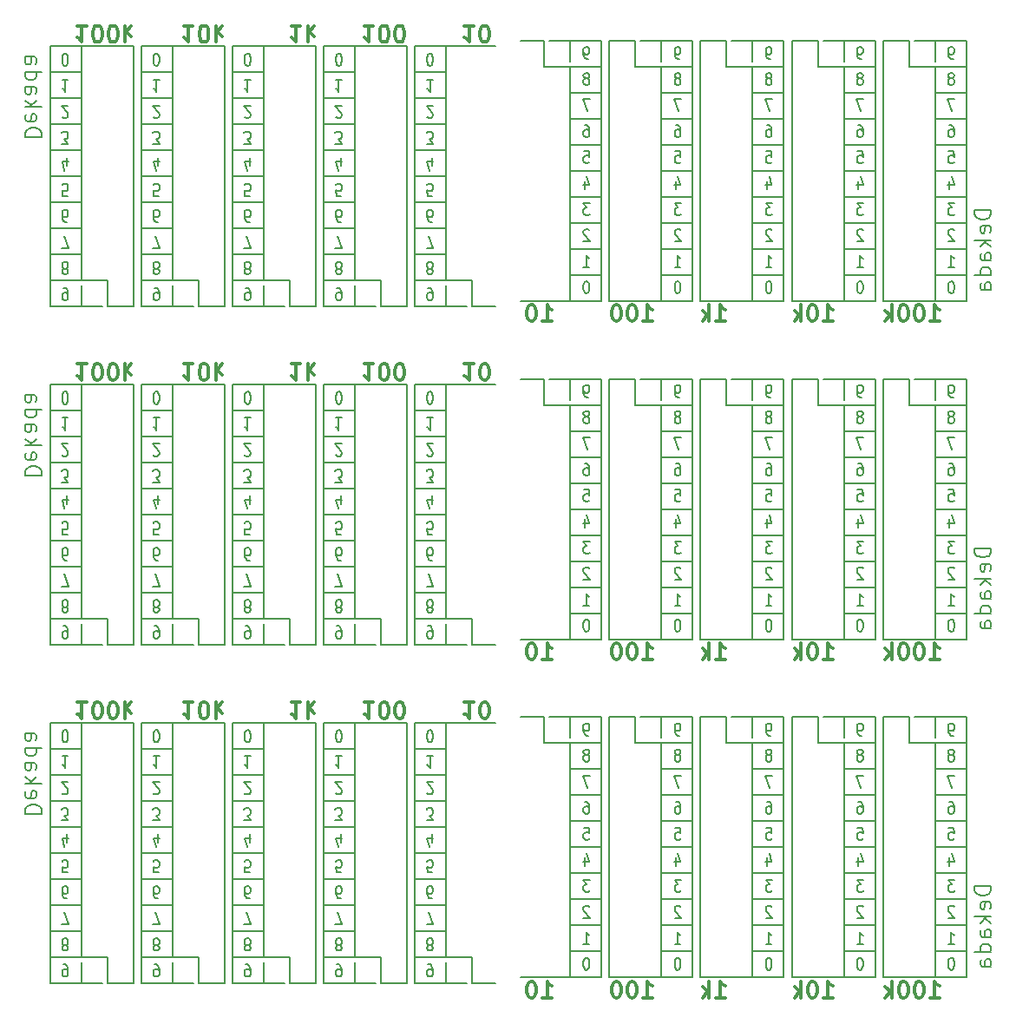
<source format=gbo>
%MOIN*%
%OFA0B0*%
%FSLAX46Y46*%
%IPPOS*%
%LPD*%
%ADD10C,0.0019685039370078744*%
%ADD11C,0.0070866141732283464*%
%ADD12C,0.013779527559055118*%
%ADD13C,0.005905511811023622*%
%ADD14C,0.0078740157480314977*%
%ADD15O,0.07874015748031496X0.07874015748031496*%
%ADD16R,0.07874015748031496X0.07874015748031496*%
%ADD17O,0.08X0.08*%
%ADD18R,0.08X0.08*%
%ADD29C,0.0019685039370078744*%
%ADD30C,0.0070866141732283464*%
%ADD31C,0.013779527559055118*%
%ADD32C,0.005905511811023622*%
%ADD33C,0.0078740157480314977*%
%ADD34O,0.07874015748031496X0.07874015748031496*%
%ADD35R,0.07874015748031496X0.07874015748031496*%
%ADD36O,0.08X0.08*%
%ADD37R,0.08X0.08*%
%ADD48C,0.0019685039370078744*%
%ADD49C,0.0070866141732283464*%
%ADD50C,0.013779527559055118*%
%ADD51C,0.005905511811023622*%
%ADD52C,0.0078740157480314977*%
%ADD53O,0.07874015748031496X0.07874015748031496*%
%ADD54R,0.07874015748031496X0.07874015748031496*%
%ADD55O,0.08X0.08*%
%ADD56R,0.08X0.08*%
%ADD67C,0.0019685039370078744*%
%ADD68C,0.0070866141732283464*%
%ADD69C,0.013779527559055118*%
%ADD70C,0.005905511811023622*%
%ADD71C,0.0078740157480314977*%
%ADD72O,0.07874015748031496X0.07874015748031496*%
%ADD73R,0.07874015748031496X0.07874015748031496*%
%ADD74O,0.08X0.08*%
%ADD75R,0.08X0.08*%
%ADD86C,0.0019685039370078744*%
%ADD87C,0.0070866141732283464*%
%ADD88C,0.013779527559055118*%
%ADD89C,0.005905511811023622*%
%ADD90C,0.0078740157480314977*%
%ADD91O,0.07874015748031496X0.07874015748031496*%
%ADD92R,0.07874015748031496X0.07874015748031496*%
%ADD93O,0.08X0.08*%
%ADD94R,0.08X0.08*%
%ADD105C,0.0019685039370078744*%
%ADD106C,0.0070866141732283464*%
%ADD107C,0.013779527559055118*%
%ADD108C,0.005905511811023622*%
%ADD109C,0.0078740157480314977*%
%ADD110O,0.07874015748031496X0.07874015748031496*%
%ADD111R,0.07874015748031496X0.07874015748031496*%
%ADD112O,0.08X0.08*%
%ADD113R,0.08X0.08*%
%LPD*%
G01*
D10*
D11*
X0002282111Y0002294306D02*
X0002255864Y0002294306D01*
X0002272737Y0002247062D01*
X0002632504Y0002294306D02*
X0002606258Y0002294306D01*
X0002623130Y0002247062D01*
X0002982898Y0002294306D02*
X0002956650Y0002294306D01*
X0002973524Y0002247062D01*
X0003333292Y0002294306D02*
X0003307045Y0002294306D01*
X0003323918Y0002247062D01*
X0002270862Y0001594306D02*
X0002267112Y0001594306D01*
X0002263363Y0001592057D01*
X0002261488Y0001589807D01*
X0002259613Y0001585308D01*
X0002257739Y0001576309D01*
X0002257739Y0001565060D01*
X0002259613Y0001556060D01*
X0002261488Y0001551562D01*
X0002263363Y0001549312D01*
X0002267112Y0001547062D01*
X0002270862Y0001547062D01*
X0002274612Y0001549312D01*
X0002276486Y0001551562D01*
X0002278361Y0001556060D01*
X0002280236Y0001565060D01*
X0002280236Y0001576309D01*
X0002278361Y0001585308D01*
X0002276486Y0001589807D01*
X0002274612Y0001592057D01*
X0002270862Y0001594306D01*
X0002621256Y0001594306D02*
X0002617506Y0001594306D01*
X0002613756Y0001592057D01*
X0002611882Y0001589807D01*
X0002610007Y0001585308D01*
X0002608132Y0001576309D01*
X0002608132Y0001565060D01*
X0002610007Y0001556060D01*
X0002611882Y0001551562D01*
X0002613756Y0001549312D01*
X0002617506Y0001547062D01*
X0002621256Y0001547062D01*
X0002625005Y0001549312D01*
X0002626880Y0001551562D01*
X0002628755Y0001556060D01*
X0002630630Y0001565060D01*
X0002630630Y0001576309D01*
X0002628755Y0001585308D01*
X0002626880Y0001589807D01*
X0002625005Y0001592057D01*
X0002621256Y0001594306D01*
X0002971649Y0001594306D02*
X0002967900Y0001594306D01*
X0002964150Y0001592057D01*
X0002962276Y0001589807D01*
X0002960401Y0001585308D01*
X0002958526Y0001576309D01*
X0002958526Y0001565060D01*
X0002960401Y0001556060D01*
X0002962276Y0001551562D01*
X0002964150Y0001549312D01*
X0002967900Y0001547062D01*
X0002971649Y0001547062D01*
X0002975399Y0001549312D01*
X0002977274Y0001551562D01*
X0002979148Y0001556060D01*
X0002981022Y0001565060D01*
X0002981022Y0001576309D01*
X0002979148Y0001585308D01*
X0002977274Y0001589807D01*
X0002975399Y0001592057D01*
X0002971649Y0001594306D01*
X0003322043Y0001594306D02*
X0003318294Y0001594306D01*
X0003314544Y0001592057D01*
X0003312669Y0001589807D01*
X0003310794Y0001585308D01*
X0003308920Y0001576309D01*
X0003308920Y0001565060D01*
X0003310794Y0001556060D01*
X0003312669Y0001551562D01*
X0003314544Y0001549312D01*
X0003318294Y0001547062D01*
X0003322043Y0001547062D01*
X0003325793Y0001549312D01*
X0003327667Y0001551562D01*
X0003329542Y0001556060D01*
X0003331417Y0001565060D01*
X0003331417Y0001576309D01*
X0003329542Y0001585308D01*
X0003327667Y0001589807D01*
X0003325793Y0001592057D01*
X0003322043Y0001594306D01*
X0002280236Y0001789807D02*
X0002278361Y0001792057D01*
X0002274612Y0001794306D01*
X0002265238Y0001794306D01*
X0002261488Y0001792057D01*
X0002259613Y0001789807D01*
X0002257739Y0001785308D01*
X0002257739Y0001780808D01*
X0002259613Y0001774059D01*
X0002282111Y0001747062D01*
X0002257739Y0001747062D01*
X0002630630Y0001789807D02*
X0002628755Y0001792057D01*
X0002625005Y0001794306D01*
X0002615630Y0001794306D01*
X0002611882Y0001792057D01*
X0002610007Y0001789807D01*
X0002608132Y0001785308D01*
X0002608132Y0001780808D01*
X0002610007Y0001774059D01*
X0002632504Y0001747062D01*
X0002608132Y0001747062D01*
X0002981022Y0001789807D02*
X0002979148Y0001792057D01*
X0002975399Y0001794306D01*
X0002966025Y0001794306D01*
X0002962276Y0001792057D01*
X0002960401Y0001789807D01*
X0002958526Y0001785308D01*
X0002958526Y0001780808D01*
X0002960401Y0001774059D01*
X0002982898Y0001747062D01*
X0002958526Y0001747062D01*
X0003331417Y0001789807D02*
X0003329542Y0001792057D01*
X0003325793Y0001794306D01*
X0003316419Y0001794306D01*
X0003312669Y0001792057D01*
X0003310794Y0001789807D01*
X0003308920Y0001785308D01*
X0003308920Y0001780808D01*
X0003310794Y0001774059D01*
X0003333292Y0001747062D01*
X0003308920Y0001747062D01*
X0002272737Y0002374059D02*
X0002276486Y0002376309D01*
X0002278361Y0002378558D01*
X0002280236Y0002383058D01*
X0002280236Y0002385308D01*
X0002278361Y0002389807D01*
X0002276486Y0002392057D01*
X0002272737Y0002394306D01*
X0002265238Y0002394306D01*
X0002261488Y0002392057D01*
X0002259613Y0002389807D01*
X0002257739Y0002385308D01*
X0002257739Y0002383058D01*
X0002259613Y0002378558D01*
X0002261488Y0002376309D01*
X0002265238Y0002374059D01*
X0002272737Y0002374059D01*
X0002276486Y0002371809D01*
X0002278361Y0002369560D01*
X0002280236Y0002365060D01*
X0002280236Y0002356061D01*
X0002278361Y0002351562D01*
X0002276486Y0002349312D01*
X0002272737Y0002347062D01*
X0002265238Y0002347062D01*
X0002261488Y0002349312D01*
X0002259613Y0002351562D01*
X0002257739Y0002356061D01*
X0002257739Y0002365060D01*
X0002259613Y0002369560D01*
X0002261488Y0002371809D01*
X0002265238Y0002374059D01*
X0002623130Y0002374059D02*
X0002626880Y0002376309D01*
X0002628755Y0002378558D01*
X0002630630Y0002383058D01*
X0002630630Y0002385308D01*
X0002628755Y0002389807D01*
X0002626880Y0002392057D01*
X0002623130Y0002394306D01*
X0002615630Y0002394306D01*
X0002611882Y0002392057D01*
X0002610007Y0002389807D01*
X0002608132Y0002385308D01*
X0002608132Y0002383058D01*
X0002610007Y0002378558D01*
X0002611882Y0002376309D01*
X0002615630Y0002374059D01*
X0002623130Y0002374059D01*
X0002626880Y0002371809D01*
X0002628755Y0002369560D01*
X0002630630Y0002365060D01*
X0002630630Y0002356061D01*
X0002628755Y0002351562D01*
X0002626880Y0002349312D01*
X0002623130Y0002347062D01*
X0002615630Y0002347062D01*
X0002611882Y0002349312D01*
X0002610007Y0002351562D01*
X0002608132Y0002356061D01*
X0002608132Y0002365060D01*
X0002610007Y0002369560D01*
X0002611882Y0002371809D01*
X0002615630Y0002374059D01*
X0002973524Y0002374059D02*
X0002977274Y0002376309D01*
X0002979148Y0002378558D01*
X0002981022Y0002383058D01*
X0002981022Y0002385308D01*
X0002979148Y0002389807D01*
X0002977274Y0002392057D01*
X0002973524Y0002394306D01*
X0002966025Y0002394306D01*
X0002962276Y0002392057D01*
X0002960401Y0002389807D01*
X0002958526Y0002385308D01*
X0002958526Y0002383058D01*
X0002960401Y0002378558D01*
X0002962276Y0002376309D01*
X0002966025Y0002374059D01*
X0002973524Y0002374059D01*
X0002977274Y0002371809D01*
X0002979148Y0002369560D01*
X0002981022Y0002365060D01*
X0002981022Y0002356061D01*
X0002979148Y0002351562D01*
X0002977274Y0002349312D01*
X0002973524Y0002347062D01*
X0002966025Y0002347062D01*
X0002962276Y0002349312D01*
X0002960401Y0002351562D01*
X0002958526Y0002356061D01*
X0002958526Y0002365060D01*
X0002960401Y0002369560D01*
X0002962276Y0002371809D01*
X0002966025Y0002374059D01*
X0003323918Y0002374059D02*
X0003327667Y0002376309D01*
X0003329542Y0002378558D01*
X0003331417Y0002383058D01*
X0003331417Y0002385308D01*
X0003329542Y0002389807D01*
X0003327667Y0002392057D01*
X0003323918Y0002394306D01*
X0003316419Y0002394306D01*
X0003312669Y0002392057D01*
X0003310794Y0002389807D01*
X0003308920Y0002385308D01*
X0003308920Y0002383058D01*
X0003310794Y0002378558D01*
X0003312669Y0002376309D01*
X0003316419Y0002374059D01*
X0003323918Y0002374059D01*
X0003327667Y0002371809D01*
X0003329542Y0002369560D01*
X0003331417Y0002365060D01*
X0003331417Y0002356061D01*
X0003329542Y0002351562D01*
X0003327667Y0002349312D01*
X0003323918Y0002347062D01*
X0003316419Y0002347062D01*
X0003312669Y0002349312D01*
X0003310794Y0002351562D01*
X0003308920Y0002356061D01*
X0003308920Y0002365060D01*
X0003310794Y0002369560D01*
X0003312669Y0002371809D01*
X0003316419Y0002374059D01*
D12*
X0002100529Y0001440007D02*
X0002136525Y0001440007D01*
X0002118527Y0001440007D02*
X0002118527Y0001502999D01*
X0002124526Y0001493999D01*
X0002130525Y0001488000D01*
X0002136525Y0001485001D01*
X0002061534Y0001502999D02*
X0002055535Y0001502999D01*
X0002049535Y0001499999D01*
X0002046536Y0001497000D01*
X0002043536Y0001491001D01*
X0002040537Y0001479002D01*
X0002040537Y0001464004D01*
X0002043536Y0001452006D01*
X0002046536Y0001446006D01*
X0002049535Y0001443007D01*
X0002055535Y0001440007D01*
X0002061534Y0001440007D01*
X0002067533Y0001443007D01*
X0002070533Y0001446006D01*
X0002073532Y0001452006D01*
X0002076531Y0001464004D01*
X0002076531Y0001479002D01*
X0002073532Y0001491001D01*
X0002070533Y0001497000D01*
X0002067533Y0001499999D01*
X0002061534Y0001502999D01*
X0002486356Y0001440007D02*
X0002522351Y0001440007D01*
X0002504354Y0001440007D02*
X0002504354Y0001502999D01*
X0002510353Y0001493999D01*
X0002516352Y0001488000D01*
X0002522351Y0001485001D01*
X0002447361Y0001502999D02*
X0002441362Y0001502999D01*
X0002435362Y0001499999D01*
X0002432363Y0001497000D01*
X0002429363Y0001491001D01*
X0002426363Y0001479002D01*
X0002426363Y0001464004D01*
X0002429363Y0001452006D01*
X0002432363Y0001446006D01*
X0002435362Y0001443007D01*
X0002441362Y0001440007D01*
X0002447361Y0001440007D01*
X0002453360Y0001443007D01*
X0002456360Y0001446006D01*
X0002459359Y0001452006D01*
X0002462359Y0001464004D01*
X0002462359Y0001479002D01*
X0002459359Y0001491001D01*
X0002456360Y0001497000D01*
X0002453360Y0001499999D01*
X0002447361Y0001502999D01*
X0002387368Y0001502999D02*
X0002381369Y0001502999D01*
X0002375370Y0001499999D01*
X0002372370Y0001497000D01*
X0002369370Y0001491001D01*
X0002366371Y0001479002D01*
X0002366371Y0001464004D01*
X0002369370Y0001452006D01*
X0002372370Y0001446006D01*
X0002375370Y0001443007D01*
X0002381369Y0001440007D01*
X0002387368Y0001440007D01*
X0002393367Y0001443007D01*
X0002396367Y0001446006D01*
X0002399367Y0001452006D01*
X0002402366Y0001464004D01*
X0002402366Y0001479002D01*
X0002399367Y0001491001D01*
X0002396367Y0001497000D01*
X0002393367Y0001499999D01*
X0002387368Y0001502999D01*
X0002765883Y0001440007D02*
X0002801879Y0001440007D01*
X0002783880Y0001440007D02*
X0002783880Y0001502999D01*
X0002789879Y0001493999D01*
X0002795880Y0001488000D01*
X0002801879Y0001485001D01*
X0002738887Y0001440007D02*
X0002738887Y0001502999D01*
X0002732888Y0001464004D02*
X0002714889Y0001440007D01*
X0002714889Y0001482002D02*
X0002738887Y0001458005D01*
X0003179269Y0001440007D02*
X0003215265Y0001440007D01*
X0003197267Y0001440007D02*
X0003197267Y0001502999D01*
X0003203266Y0001493999D01*
X0003209265Y0001488000D01*
X0003215265Y0001485001D01*
X0003140274Y0001502999D02*
X0003134275Y0001502999D01*
X0003128276Y0001499999D01*
X0003125276Y0001497000D01*
X0003122275Y0001491001D01*
X0003119277Y0001479002D01*
X0003119277Y0001464004D01*
X0003122275Y0001452006D01*
X0003125276Y0001446006D01*
X0003128276Y0001443007D01*
X0003134275Y0001440007D01*
X0003140274Y0001440007D01*
X0003146273Y0001443007D01*
X0003149272Y0001446006D01*
X0003152273Y0001452006D01*
X0003155271Y0001464004D01*
X0003155271Y0001479002D01*
X0003152273Y0001491001D01*
X0003149272Y0001497000D01*
X0003146273Y0001499999D01*
X0003140274Y0001502999D01*
X0003092280Y0001440007D02*
X0003092280Y0001502999D01*
X0003086280Y0001464004D02*
X0003068283Y0001440007D01*
X0003068283Y0001482002D02*
X0003092280Y0001458005D01*
D11*
X0002282111Y0001894306D02*
X0002257739Y0001894306D01*
X0002270862Y0001876309D01*
X0002265238Y0001876309D01*
X0002261488Y0001874059D01*
X0002259613Y0001871809D01*
X0002257739Y0001867310D01*
X0002257739Y0001856061D01*
X0002259613Y0001851562D01*
X0002261488Y0001849312D01*
X0002265238Y0001847062D01*
X0002276486Y0001847062D01*
X0002280236Y0001849312D01*
X0002282111Y0001851562D01*
X0002632504Y0001894306D02*
X0002608132Y0001894306D01*
X0002621256Y0001876309D01*
X0002615630Y0001876309D01*
X0002611882Y0001874059D01*
X0002610007Y0001871809D01*
X0002608132Y0001867310D01*
X0002608132Y0001856061D01*
X0002610007Y0001851562D01*
X0002611882Y0001849312D01*
X0002615630Y0001847062D01*
X0002626880Y0001847062D01*
X0002630630Y0001849312D01*
X0002632504Y0001851562D01*
X0002982898Y0001894306D02*
X0002958526Y0001894306D01*
X0002971649Y0001876309D01*
X0002966025Y0001876309D01*
X0002962276Y0001874059D01*
X0002960401Y0001871809D01*
X0002958526Y0001867310D01*
X0002958526Y0001856061D01*
X0002960401Y0001851562D01*
X0002962276Y0001849312D01*
X0002966025Y0001847062D01*
X0002977274Y0001847062D01*
X0002981022Y0001849312D01*
X0002982898Y0001851562D01*
X0003333292Y0001894306D02*
X0003308920Y0001894306D01*
X0003322043Y0001876309D01*
X0003316419Y0001876309D01*
X0003312669Y0001874059D01*
X0003310794Y0001871809D01*
X0003308920Y0001867310D01*
X0003308920Y0001856061D01*
X0003310794Y0001851562D01*
X0003312669Y0001849312D01*
X0003316419Y0001847062D01*
X0003327667Y0001847062D01*
X0003331417Y0001849312D01*
X0003333292Y0001851562D01*
X0002261488Y0002194306D02*
X0002268987Y0002194306D01*
X0002272737Y0002192057D01*
X0002274612Y0002189807D01*
X0002278361Y0002183058D01*
X0002280236Y0002174059D01*
X0002280236Y0002156061D01*
X0002278361Y0002151562D01*
X0002276486Y0002149312D01*
X0002272737Y0002147062D01*
X0002265238Y0002147062D01*
X0002261488Y0002149312D01*
X0002259613Y0002151562D01*
X0002257739Y0002156061D01*
X0002257739Y0002167310D01*
X0002259613Y0002171809D01*
X0002261488Y0002174059D01*
X0002265238Y0002176309D01*
X0002272737Y0002176309D01*
X0002276486Y0002174059D01*
X0002278361Y0002171809D01*
X0002280236Y0002167310D01*
X0002611882Y0002194306D02*
X0002619381Y0002194306D01*
X0002623130Y0002192057D01*
X0002625005Y0002189807D01*
X0002628755Y0002183058D01*
X0002630630Y0002174059D01*
X0002630630Y0002156061D01*
X0002628755Y0002151562D01*
X0002626880Y0002149312D01*
X0002623130Y0002147062D01*
X0002615630Y0002147062D01*
X0002611882Y0002149312D01*
X0002610007Y0002151562D01*
X0002608132Y0002156061D01*
X0002608132Y0002167310D01*
X0002610007Y0002171809D01*
X0002611882Y0002174059D01*
X0002615630Y0002176309D01*
X0002623130Y0002176309D01*
X0002626880Y0002174059D01*
X0002628755Y0002171809D01*
X0002630630Y0002167310D01*
X0002962276Y0002194306D02*
X0002969775Y0002194306D01*
X0002973524Y0002192057D01*
X0002975399Y0002189807D01*
X0002979148Y0002183058D01*
X0002981022Y0002174059D01*
X0002981022Y0002156061D01*
X0002979148Y0002151562D01*
X0002977274Y0002149312D01*
X0002973524Y0002147062D01*
X0002966025Y0002147062D01*
X0002962276Y0002149312D01*
X0002960401Y0002151562D01*
X0002958526Y0002156061D01*
X0002958526Y0002167310D01*
X0002960401Y0002171809D01*
X0002962276Y0002174059D01*
X0002966025Y0002176309D01*
X0002973524Y0002176309D01*
X0002977274Y0002174059D01*
X0002979148Y0002171809D01*
X0002981022Y0002167310D01*
X0003312669Y0002194306D02*
X0003320168Y0002194306D01*
X0003323918Y0002192057D01*
X0003325793Y0002189807D01*
X0003329542Y0002183058D01*
X0003331417Y0002174059D01*
X0003331417Y0002156061D01*
X0003329542Y0002151562D01*
X0003327667Y0002149312D01*
X0003323918Y0002147062D01*
X0003316419Y0002147062D01*
X0003312669Y0002149312D01*
X0003310794Y0002151562D01*
X0003308920Y0002156061D01*
X0003308920Y0002167310D01*
X0003310794Y0002171809D01*
X0003312669Y0002174059D01*
X0003316419Y0002176309D01*
X0003323918Y0002176309D01*
X0003327667Y0002174059D01*
X0003329542Y0002171809D01*
X0003331417Y0002167310D01*
X0002257739Y0001647062D02*
X0002280236Y0001647062D01*
X0002268987Y0001647062D02*
X0002268987Y0001694306D01*
X0002272737Y0001687557D01*
X0002276486Y0001683058D01*
X0002280236Y0001680807D01*
X0002608132Y0001647062D02*
X0002630630Y0001647062D01*
X0002619381Y0001647062D02*
X0002619381Y0001694306D01*
X0002623130Y0001687557D01*
X0002626880Y0001683058D01*
X0002630630Y0001680807D01*
X0002958526Y0001647062D02*
X0002981022Y0001647062D01*
X0002969775Y0001647062D02*
X0002969775Y0001694306D01*
X0002973524Y0001687557D01*
X0002977274Y0001683058D01*
X0002981022Y0001680807D01*
X0003308920Y0001647062D02*
X0003331417Y0001647062D01*
X0003320168Y0001647062D02*
X0003320168Y0001694306D01*
X0003323918Y0001687557D01*
X0003327667Y0001683058D01*
X0003331417Y0001680807D01*
X0002276486Y0002447062D02*
X0002268987Y0002447062D01*
X0002265238Y0002449312D01*
X0002263363Y0002451562D01*
X0002259613Y0002458311D01*
X0002257739Y0002467310D01*
X0002257739Y0002485308D01*
X0002259613Y0002489807D01*
X0002261488Y0002492057D01*
X0002265238Y0002494306D01*
X0002272737Y0002494306D01*
X0002276486Y0002492057D01*
X0002278361Y0002489807D01*
X0002280236Y0002485308D01*
X0002280236Y0002474059D01*
X0002278361Y0002469560D01*
X0002276486Y0002467310D01*
X0002272737Y0002465060D01*
X0002265238Y0002465060D01*
X0002261488Y0002467310D01*
X0002259613Y0002469560D01*
X0002257739Y0002474059D01*
X0002626880Y0002447062D02*
X0002619381Y0002447062D01*
X0002615630Y0002449312D01*
X0002613756Y0002451562D01*
X0002610007Y0002458311D01*
X0002608132Y0002467310D01*
X0002608132Y0002485308D01*
X0002610007Y0002489807D01*
X0002611882Y0002492057D01*
X0002615630Y0002494306D01*
X0002623130Y0002494306D01*
X0002626880Y0002492057D01*
X0002628755Y0002489807D01*
X0002630630Y0002485308D01*
X0002630630Y0002474059D01*
X0002628755Y0002469560D01*
X0002626880Y0002467310D01*
X0002623130Y0002465060D01*
X0002615630Y0002465060D01*
X0002611882Y0002467310D01*
X0002610007Y0002469560D01*
X0002608132Y0002474059D01*
X0002977274Y0002447062D02*
X0002969775Y0002447062D01*
X0002966025Y0002449312D01*
X0002964150Y0002451562D01*
X0002960401Y0002458311D01*
X0002958526Y0002467310D01*
X0002958526Y0002485308D01*
X0002960401Y0002489807D01*
X0002962276Y0002492057D01*
X0002966025Y0002494306D01*
X0002973524Y0002494306D01*
X0002977274Y0002492057D01*
X0002979148Y0002489807D01*
X0002981022Y0002485308D01*
X0002981022Y0002474059D01*
X0002979148Y0002469560D01*
X0002977274Y0002467310D01*
X0002973524Y0002465060D01*
X0002966025Y0002465060D01*
X0002962276Y0002467310D01*
X0002960401Y0002469560D01*
X0002958526Y0002474059D01*
X0003327667Y0002447062D02*
X0003320168Y0002447062D01*
X0003316419Y0002449312D01*
X0003314544Y0002451562D01*
X0003310794Y0002458311D01*
X0003308920Y0002467310D01*
X0003308920Y0002485308D01*
X0003310794Y0002489807D01*
X0003312669Y0002492057D01*
X0003316419Y0002494306D01*
X0003323918Y0002494306D01*
X0003327667Y0002492057D01*
X0003329542Y0002489807D01*
X0003331417Y0002485308D01*
X0003331417Y0002474059D01*
X0003329542Y0002469560D01*
X0003327667Y0002467310D01*
X0003323918Y0002465060D01*
X0003316419Y0002465060D01*
X0003312669Y0002467310D01*
X0003310794Y0002469560D01*
X0003308920Y0002474059D01*
X0002259613Y0002094306D02*
X0002278361Y0002094306D01*
X0002280236Y0002071809D01*
X0002278361Y0002074059D01*
X0002274612Y0002076309D01*
X0002265238Y0002076309D01*
X0002261488Y0002074059D01*
X0002259613Y0002071809D01*
X0002257739Y0002067310D01*
X0002257739Y0002056061D01*
X0002259613Y0002051562D01*
X0002261488Y0002049312D01*
X0002265238Y0002047062D01*
X0002274612Y0002047062D01*
X0002278361Y0002049312D01*
X0002280236Y0002051562D01*
X0002610007Y0002094306D02*
X0002628755Y0002094306D01*
X0002630630Y0002071809D01*
X0002628755Y0002074059D01*
X0002625005Y0002076309D01*
X0002615630Y0002076309D01*
X0002611882Y0002074059D01*
X0002610007Y0002071809D01*
X0002608132Y0002067310D01*
X0002608132Y0002056061D01*
X0002610007Y0002051562D01*
X0002611882Y0002049312D01*
X0002615630Y0002047062D01*
X0002625005Y0002047062D01*
X0002628755Y0002049312D01*
X0002630630Y0002051562D01*
X0002960401Y0002094306D02*
X0002979148Y0002094306D01*
X0002981022Y0002071809D01*
X0002979148Y0002074059D01*
X0002975399Y0002076309D01*
X0002966025Y0002076309D01*
X0002962276Y0002074059D01*
X0002960401Y0002071809D01*
X0002958526Y0002067310D01*
X0002958526Y0002056061D01*
X0002960401Y0002051562D01*
X0002962276Y0002049312D01*
X0002966025Y0002047062D01*
X0002975399Y0002047062D01*
X0002979148Y0002049312D01*
X0002981022Y0002051562D01*
X0003310794Y0002094306D02*
X0003329542Y0002094306D01*
X0003331417Y0002071809D01*
X0003329542Y0002074059D01*
X0003325793Y0002076309D01*
X0003316419Y0002076309D01*
X0003312669Y0002074059D01*
X0003310794Y0002071809D01*
X0003308920Y0002067310D01*
X0003308920Y0002056061D01*
X0003310794Y0002051562D01*
X0003312669Y0002049312D01*
X0003316419Y0002047062D01*
X0003325793Y0002047062D01*
X0003329542Y0002049312D01*
X0003331417Y0002051562D01*
X0002261488Y0001978558D02*
X0002261488Y0001947062D01*
X0002270862Y0001996556D02*
X0002280236Y0001962810D01*
X0002255864Y0001962810D01*
X0002611882Y0001978558D02*
X0002611882Y0001947062D01*
X0002621256Y0001996556D02*
X0002630630Y0001962810D01*
X0002606258Y0001962810D01*
X0002962276Y0001978558D02*
X0002962276Y0001947062D01*
X0002971649Y0001996556D02*
X0002981022Y0001962810D01*
X0002956650Y0001962810D01*
X0003312669Y0001978558D02*
X0003312669Y0001947062D01*
X0003322043Y0001996556D02*
X0003331417Y0001962810D01*
X0003307045Y0001962810D01*
D13*
X0002326861Y0002518435D02*
X0002206861Y0002518435D01*
X0002677255Y0002518435D02*
X0002557255Y0002518435D01*
X0003027649Y0002518435D02*
X0002907649Y0002518435D01*
X0003378042Y0002518435D02*
X0003258042Y0002518435D01*
X0002326861Y0002418435D02*
X0002206861Y0002418435D01*
X0002677255Y0002418435D02*
X0002557255Y0002418435D01*
X0003027649Y0002418435D02*
X0002907649Y0002418435D01*
X0003378042Y0002418435D02*
X0003258042Y0002418435D01*
X0002326861Y0001918434D02*
X0002206861Y0001918434D01*
X0002677255Y0001918434D02*
X0002557255Y0001918434D01*
X0003027649Y0001918434D02*
X0002907649Y0001918434D01*
X0003378042Y0001918434D02*
X0003258042Y0001918434D01*
X0002326940Y0001718434D02*
X0002206861Y0001718434D01*
X0002677334Y0001718434D02*
X0002557255Y0001718434D01*
X0003027726Y0001718434D02*
X0002907649Y0001718434D01*
X0003378121Y0001718434D02*
X0003258042Y0001718434D01*
X0002326861Y0002118435D02*
X0002206861Y0002118435D01*
X0002677255Y0002118435D02*
X0002557255Y0002118435D01*
X0003027649Y0002118435D02*
X0002907649Y0002118435D01*
X0003378042Y0002118435D02*
X0003258042Y0002118435D01*
X0002327176Y0001518434D02*
X0002205129Y0001518434D01*
X0002677570Y0001518434D02*
X0002555523Y0001518434D01*
X0003027964Y0001518434D02*
X0002905916Y0001518434D01*
X0003378357Y0001518434D02*
X0003256310Y0001518434D01*
X0002326861Y0001818435D02*
X0002206861Y0001818435D01*
X0002677255Y0001818435D02*
X0002557255Y0001818435D01*
X0003027649Y0001818435D02*
X0002907649Y0001818435D01*
X0003378042Y0001818435D02*
X0003258042Y0001818435D01*
X0002327176Y0002518435D02*
X0002327176Y0001518434D01*
X0002677570Y0002518435D02*
X0002677570Y0001518434D01*
X0003027964Y0002518435D02*
X0003027964Y0001518434D01*
X0003378357Y0002518435D02*
X0003378357Y0001518434D01*
X0002326861Y0002318435D02*
X0002206861Y0002318435D01*
X0002677255Y0002318435D02*
X0002557255Y0002318435D01*
X0003027649Y0002318435D02*
X0002907649Y0002318435D01*
X0003378042Y0002318435D02*
X0003258042Y0002318435D01*
X0002326861Y0002218435D02*
X0002206861Y0002218435D01*
X0002677255Y0002218435D02*
X0002557255Y0002218435D01*
X0003027649Y0002218435D02*
X0002907649Y0002218435D01*
X0003378042Y0002218435D02*
X0003258042Y0002218435D01*
X0002324971Y0001618435D02*
X0002206861Y0001618435D01*
X0002675365Y0001618435D02*
X0002557255Y0001618435D01*
X0003025758Y0001618435D02*
X0002907649Y0001618435D01*
X0003376153Y0001618435D02*
X0003258042Y0001618435D01*
X0002326861Y0002018435D02*
X0002206861Y0002018435D01*
X0002677255Y0002018435D02*
X0002557255Y0002018435D01*
X0003027649Y0002018435D02*
X0002907649Y0002018435D01*
X0003378042Y0002018435D02*
X0003258042Y0002018435D01*
D11*
X0003663063Y0001978558D02*
X0003663063Y0001947062D01*
X0003672437Y0001996556D02*
X0003681811Y0001962810D01*
X0003657439Y0001962810D01*
D13*
X0003728436Y0002118435D02*
X0003608436Y0002118435D01*
D11*
X0003661188Y0002094306D02*
X0003679936Y0002094306D01*
X0003681811Y0002071809D01*
X0003679936Y0002074059D01*
X0003676186Y0002076309D01*
X0003666812Y0002076309D01*
X0003663063Y0002074059D01*
X0003661188Y0002071809D01*
X0003659313Y0002067310D01*
X0003659313Y0002056061D01*
X0003661188Y0002051562D01*
X0003663063Y0002049312D01*
X0003666812Y0002047062D01*
X0003676186Y0002047062D01*
X0003679936Y0002049312D01*
X0003681811Y0002051562D01*
X0003663063Y0002194306D02*
X0003670561Y0002194306D01*
X0003674312Y0002192057D01*
X0003676186Y0002189807D01*
X0003679936Y0002183058D01*
X0003681811Y0002174059D01*
X0003681811Y0002156061D01*
X0003679936Y0002151562D01*
X0003678061Y0002149312D01*
X0003674312Y0002147062D01*
X0003666812Y0002147062D01*
X0003663063Y0002149312D01*
X0003661188Y0002151562D01*
X0003659313Y0002156061D01*
X0003659313Y0002167310D01*
X0003661188Y0002171809D01*
X0003663063Y0002174059D01*
X0003666812Y0002176309D01*
X0003674312Y0002176309D01*
X0003678061Y0002174059D01*
X0003679936Y0002171809D01*
X0003681811Y0002167310D01*
D13*
X0003728436Y0002018435D02*
X0003608436Y0002018435D01*
X0003728436Y0002218435D02*
X0003608436Y0002218435D01*
D11*
X0003683685Y0002294306D02*
X0003657439Y0002294306D01*
X0003674312Y0002247062D01*
D13*
X0003728436Y0002418435D02*
X0003608436Y0002418435D01*
D11*
X0003674312Y0002374059D02*
X0003678061Y0002376309D01*
X0003679936Y0002378558D01*
X0003681811Y0002383058D01*
X0003681811Y0002385308D01*
X0003679936Y0002389807D01*
X0003678061Y0002392057D01*
X0003674312Y0002394306D01*
X0003666812Y0002394306D01*
X0003663063Y0002392057D01*
X0003661188Y0002389807D01*
X0003659313Y0002385308D01*
X0003659313Y0002383058D01*
X0003661188Y0002378558D01*
X0003663063Y0002376309D01*
X0003666812Y0002374059D01*
X0003674312Y0002374059D01*
X0003678061Y0002371809D01*
X0003679936Y0002369560D01*
X0003681811Y0002365060D01*
X0003681811Y0002356061D01*
X0003679936Y0002351562D01*
X0003678061Y0002349312D01*
X0003674312Y0002347062D01*
X0003666812Y0002347062D01*
X0003663063Y0002349312D01*
X0003661188Y0002351562D01*
X0003659313Y0002356061D01*
X0003659313Y0002365060D01*
X0003661188Y0002369560D01*
X0003663063Y0002371809D01*
X0003666812Y0002374059D01*
D13*
X0003728436Y0002318435D02*
X0003608436Y0002318435D01*
X0003728436Y0002518435D02*
X0003608436Y0002518435D01*
D11*
X0003678061Y0002447062D02*
X0003670561Y0002447062D01*
X0003666812Y0002449312D01*
X0003664938Y0002451562D01*
X0003661188Y0002458311D01*
X0003659313Y0002467310D01*
X0003659313Y0002485308D01*
X0003661188Y0002489807D01*
X0003663063Y0002492057D01*
X0003666812Y0002494306D01*
X0003674312Y0002494306D01*
X0003678061Y0002492057D01*
X0003679936Y0002489807D01*
X0003681811Y0002485308D01*
X0003681811Y0002474059D01*
X0003679936Y0002469560D01*
X0003678061Y0002467310D01*
X0003674312Y0002465060D01*
X0003666812Y0002465060D01*
X0003663063Y0002467310D01*
X0003661188Y0002469560D01*
X0003659313Y0002474059D01*
D13*
X0003728750Y0002518435D02*
X0003728750Y0001518434D01*
X0003728436Y0001918434D02*
X0003608436Y0001918434D01*
D11*
X0003683685Y0001894306D02*
X0003659313Y0001894306D01*
X0003672437Y0001876309D01*
X0003666812Y0001876309D01*
X0003663063Y0001874059D01*
X0003661188Y0001871809D01*
X0003659313Y0001867310D01*
X0003659313Y0001856061D01*
X0003661188Y0001851562D01*
X0003663063Y0001849312D01*
X0003666812Y0001847062D01*
X0003678061Y0001847062D01*
X0003681811Y0001849312D01*
X0003683685Y0001851562D01*
D13*
X0003728436Y0001818435D02*
X0003608436Y0001818435D01*
X0003728515Y0001718434D02*
X0003608436Y0001718434D01*
D11*
X0003681811Y0001789807D02*
X0003679936Y0001792057D01*
X0003676186Y0001794306D01*
X0003666812Y0001794306D01*
X0003663063Y0001792057D01*
X0003661188Y0001789807D01*
X0003659313Y0001785308D01*
X0003659313Y0001780808D01*
X0003661188Y0001774059D01*
X0003683685Y0001747062D01*
X0003659313Y0001747062D01*
D12*
X0003588718Y0001440007D02*
X0003624714Y0001440007D01*
X0003606716Y0001440007D02*
X0003606716Y0001502999D01*
X0003612715Y0001493999D01*
X0003618714Y0001488000D01*
X0003624714Y0001485001D01*
X0003549723Y0001502999D02*
X0003543724Y0001502999D01*
X0003537724Y0001499999D01*
X0003534725Y0001497000D01*
X0003531725Y0001491001D01*
X0003528726Y0001479002D01*
X0003528726Y0001464004D01*
X0003531725Y0001452006D01*
X0003534725Y0001446006D01*
X0003537724Y0001443007D01*
X0003543724Y0001440007D01*
X0003549723Y0001440007D01*
X0003555722Y0001443007D01*
X0003558722Y0001446006D01*
X0003561721Y0001452006D01*
X0003564721Y0001464004D01*
X0003564721Y0001479002D01*
X0003561721Y0001491001D01*
X0003558722Y0001497000D01*
X0003555722Y0001499999D01*
X0003549723Y0001502999D01*
X0003489730Y0001502999D02*
X0003483731Y0001502999D01*
X0003477731Y0001499999D01*
X0003474732Y0001497000D01*
X0003471732Y0001491001D01*
X0003468733Y0001479002D01*
X0003468733Y0001464004D01*
X0003471732Y0001452006D01*
X0003474732Y0001446006D01*
X0003477731Y0001443007D01*
X0003483731Y0001440007D01*
X0003489730Y0001440007D01*
X0003495730Y0001443007D01*
X0003498729Y0001446006D01*
X0003501729Y0001452006D01*
X0003504728Y0001464004D01*
X0003504728Y0001479002D01*
X0003501729Y0001491001D01*
X0003498729Y0001497000D01*
X0003495730Y0001499999D01*
X0003489730Y0001502999D01*
X0003441736Y0001440007D02*
X0003441736Y0001502999D01*
X0003435737Y0001464004D02*
X0003417738Y0001440007D01*
X0003417738Y0001482002D02*
X0003441736Y0001458005D01*
D11*
X0003659313Y0001647062D02*
X0003681811Y0001647062D01*
X0003670561Y0001647062D02*
X0003670561Y0001694306D01*
X0003674312Y0001687557D01*
X0003678061Y0001683058D01*
X0003681811Y0001680807D01*
D13*
X0003726546Y0001618435D02*
X0003608436Y0001618435D01*
D11*
X0003672437Y0001594306D02*
X0003668687Y0001594306D01*
X0003664938Y0001592057D01*
X0003663063Y0001589807D01*
X0003661188Y0001585308D01*
X0003659313Y0001576309D01*
X0003659313Y0001565060D01*
X0003661188Y0001556060D01*
X0003663063Y0001551562D01*
X0003664938Y0001549312D01*
X0003668687Y0001547062D01*
X0003672437Y0001547062D01*
X0003676186Y0001549312D01*
X0003678061Y0001551562D01*
X0003679936Y0001556060D01*
X0003681811Y0001565060D01*
X0003681811Y0001576309D01*
X0003679936Y0001585308D01*
X0003678061Y0001589807D01*
X0003676186Y0001592057D01*
X0003672437Y0001594306D01*
D13*
X0003728750Y0001518434D02*
X0003606704Y0001518434D01*
D14*
X0003823772Y0001868447D02*
X0003760779Y0001868447D01*
X0003760779Y0001853449D01*
X0003763779Y0001844449D01*
X0003769778Y0001838451D01*
X0003775777Y0001835451D01*
X0003787776Y0001832452D01*
X0003796775Y0001832452D01*
X0003808773Y0001835451D01*
X0003814773Y0001838451D01*
X0003820772Y0001844449D01*
X0003823772Y0001853449D01*
X0003823772Y0001868447D01*
X0003820772Y0001781458D02*
X0003823772Y0001787457D01*
X0003823772Y0001799456D01*
X0003820772Y0001805455D01*
X0003814773Y0001808455D01*
X0003790776Y0001808455D01*
X0003784776Y0001805455D01*
X0003781777Y0001799456D01*
X0003781777Y0001787457D01*
X0003784776Y0001781458D01*
X0003790776Y0001778458D01*
X0003796775Y0001778458D01*
X0003802774Y0001808455D01*
X0003823772Y0001751462D02*
X0003760779Y0001751462D01*
X0003799775Y0001745463D02*
X0003823772Y0001727465D01*
X0003781777Y0001727465D02*
X0003805773Y0001751462D01*
X0003823772Y0001673472D02*
X0003790776Y0001673472D01*
X0003784776Y0001676471D01*
X0003781777Y0001682470D01*
X0003781777Y0001694468D01*
X0003784776Y0001700467D01*
X0003820772Y0001673472D02*
X0003823772Y0001679471D01*
X0003823772Y0001694468D01*
X0003820772Y0001700467D01*
X0003814773Y0001703468D01*
X0003808773Y0001703468D01*
X0003802774Y0001700467D01*
X0003799775Y0001694468D01*
X0003799775Y0001679471D01*
X0003796775Y0001673472D01*
X0003823772Y0001616479D02*
X0003760779Y0001616479D01*
X0003820772Y0001616479D02*
X0003823772Y0001622478D01*
X0003823772Y0001634476D01*
X0003820772Y0001640476D01*
X0003817771Y0001643475D01*
X0003811772Y0001646475D01*
X0003793775Y0001646475D01*
X0003787776Y0001643475D01*
X0003784776Y0001640476D01*
X0003781777Y0001634476D01*
X0003781777Y0001622478D01*
X0003784776Y0001616479D01*
X0003823772Y0001559486D02*
X0003790776Y0001559486D01*
X0003784776Y0001562485D01*
X0003781777Y0001568485D01*
X0003781777Y0001580483D01*
X0003784776Y0001586482D01*
X0003820772Y0001559486D02*
X0003823772Y0001565485D01*
X0003823772Y0001580483D01*
X0003820772Y0001586482D01*
X0003814773Y0001589482D01*
X0003808773Y0001589482D01*
X0003802774Y0001586482D01*
X0003799775Y0001580483D01*
X0003799775Y0001565485D01*
X0003796775Y0001559486D01*
D13*
X0002206861Y0002418435D02*
X0002206861Y0001518434D01*
X0002016861Y0001518434D02*
X0002216861Y0001518434D01*
X0002016861Y0002518435D02*
X0002106861Y0002518435D01*
X0002106861Y0002518435D02*
X0002106861Y0002418435D01*
X0002106861Y0002418435D02*
X0002206861Y0002418435D01*
X0002126861Y0002518435D02*
X0002206861Y0002518435D01*
X0002206861Y0002518435D02*
X0002206861Y0002438435D01*
X0002357255Y0001518434D02*
X0002357255Y0002518435D01*
X0002557255Y0002418435D02*
X0002557255Y0001518434D01*
X0002357255Y0001518434D02*
X0002557255Y0001518434D01*
X0002357255Y0002518435D02*
X0002457255Y0002518435D01*
X0002457255Y0002518435D02*
X0002457255Y0002418435D01*
X0002457255Y0002418435D02*
X0002557255Y0002418435D01*
X0002477255Y0002518435D02*
X0002557255Y0002518435D01*
X0002557255Y0002518435D02*
X0002557255Y0002438435D01*
X0002707649Y0001518434D02*
X0002707649Y0002518435D01*
X0002907649Y0002418435D02*
X0002907649Y0001518434D01*
X0002707649Y0001518434D02*
X0002907649Y0001518434D01*
X0002707649Y0002518435D02*
X0002807649Y0002518435D01*
X0002807649Y0002518435D02*
X0002807649Y0002418435D01*
X0002807649Y0002418435D02*
X0002907649Y0002418435D01*
X0002827649Y0002518435D02*
X0002907649Y0002518435D01*
X0002907649Y0002518435D02*
X0002907649Y0002438435D01*
X0003058042Y0001518434D02*
X0003058042Y0002518435D01*
X0003258042Y0002418435D02*
X0003258042Y0001518434D01*
X0003058042Y0001518434D02*
X0003258042Y0001518434D01*
X0003058042Y0002518435D02*
X0003158041Y0002518435D01*
X0003158041Y0002518435D02*
X0003158041Y0002418435D01*
X0003158041Y0002418435D02*
X0003258042Y0002418435D01*
X0003178042Y0002518435D02*
X0003258042Y0002518435D01*
X0003258042Y0002518435D02*
X0003258042Y0002438435D01*
X0003608436Y0002518435D02*
X0003608436Y0002438435D01*
X0003528436Y0002518435D02*
X0003608436Y0002518435D01*
X0003508436Y0002418435D02*
X0003608436Y0002418435D01*
X0003508436Y0002518435D02*
X0003508436Y0002418435D01*
X0003408436Y0002518435D02*
X0003508436Y0002518435D01*
X0003408436Y0001518434D02*
X0003608436Y0001518434D01*
X0003608436Y0002418435D02*
X0003608436Y0001518434D01*
X0003408436Y0001518434D02*
X0003408436Y0002518435D01*
%LPC*%
D15*
X0002056861Y0001568435D03*
X0002156861Y0001568435D03*
X0002056861Y0001668435D03*
X0002156861Y0001668435D03*
X0002056861Y0001768435D03*
X0002156861Y0001768435D03*
X0002056861Y0001868435D03*
X0002156861Y0001868435D03*
X0002056861Y0001968435D03*
X0002156861Y0001968435D03*
X0002056861Y0002068435D03*
X0002156861Y0002068435D03*
X0002056861Y0002168435D03*
X0002156861Y0002168435D03*
X0002056861Y0002268435D03*
X0002156861Y0002268435D03*
X0002056861Y0002368435D03*
X0002156861Y0002368435D03*
X0002056861Y0002468435D03*
D16*
X0002156861Y0002468435D03*
D17*
X0003897637Y0002071689D03*
D18*
X0003897637Y0001971690D03*
X0003799816Y0001972083D03*
D17*
X0003799816Y0002072083D03*
D15*
X0002407255Y0001568435D03*
X0002507255Y0001568435D03*
X0002407255Y0001668435D03*
X0002507255Y0001668435D03*
X0002407255Y0001768435D03*
X0002507255Y0001768435D03*
X0002407255Y0001868435D03*
X0002507255Y0001868435D03*
X0002407255Y0001968435D03*
X0002507255Y0001968435D03*
X0002407255Y0002068435D03*
X0002507255Y0002068435D03*
X0002407255Y0002168435D03*
X0002507255Y0002168435D03*
X0002407255Y0002268435D03*
X0002507255Y0002268435D03*
X0002407255Y0002368435D03*
X0002507255Y0002368435D03*
X0002407255Y0002468435D03*
D16*
X0002507255Y0002468435D03*
D15*
X0002757649Y0001568435D03*
X0002857649Y0001568435D03*
X0002757649Y0001668435D03*
X0002857649Y0001668435D03*
X0002757649Y0001768435D03*
X0002857649Y0001768435D03*
X0002757649Y0001868435D03*
X0002857649Y0001868435D03*
X0002757649Y0001968435D03*
X0002857649Y0001968435D03*
X0002757649Y0002068435D03*
X0002857649Y0002068435D03*
X0002757649Y0002168435D03*
X0002857649Y0002168435D03*
X0002757649Y0002268435D03*
X0002857649Y0002268435D03*
X0002757649Y0002368435D03*
X0002857649Y0002368435D03*
X0002757649Y0002468435D03*
D16*
X0002857649Y0002468435D03*
D15*
X0003108041Y0001568435D03*
X0003208042Y0001568435D03*
X0003108041Y0001668435D03*
X0003208042Y0001668435D03*
X0003108041Y0001768435D03*
X0003208042Y0001768435D03*
X0003108041Y0001868435D03*
X0003208042Y0001868435D03*
X0003108041Y0001968435D03*
X0003208042Y0001968435D03*
X0003108041Y0002068435D03*
X0003208042Y0002068435D03*
X0003108041Y0002168435D03*
X0003208042Y0002168435D03*
X0003108041Y0002268435D03*
X0003208042Y0002268435D03*
X0003108041Y0002368435D03*
X0003208042Y0002368435D03*
X0003108041Y0002468435D03*
D16*
X0003208042Y0002468435D03*
X0003558436Y0002468435D03*
D15*
X0003458436Y0002468435D03*
X0003558436Y0002368435D03*
X0003458436Y0002368435D03*
X0003558436Y0002268435D03*
X0003458436Y0002268435D03*
X0003558436Y0002168435D03*
X0003458436Y0002168435D03*
X0003558436Y0002068435D03*
X0003458436Y0002068435D03*
X0003558436Y0001968435D03*
X0003458436Y0001968435D03*
X0003558436Y0001868435D03*
X0003458436Y0001868435D03*
X0003558436Y0001768435D03*
X0003458436Y0001768435D03*
X0003558436Y0001668435D03*
X0003458436Y0001668435D03*
X0003558436Y0001568435D03*
X0003458436Y0001568435D03*
%LPD*%
G01*
D29*
D30*
X0002282111Y0003593519D02*
X0002255864Y0003593519D01*
X0002272737Y0003546275D01*
X0002632504Y0003593519D02*
X0002606258Y0003593519D01*
X0002623130Y0003546275D01*
X0002982898Y0003593519D02*
X0002956650Y0003593519D01*
X0002973524Y0003546275D01*
X0003333292Y0003593519D02*
X0003307045Y0003593519D01*
X0003323918Y0003546275D01*
X0002270862Y0002893519D02*
X0002267112Y0002893519D01*
X0002263363Y0002891269D01*
X0002261488Y0002889020D01*
X0002259613Y0002884520D01*
X0002257739Y0002875521D01*
X0002257739Y0002864272D01*
X0002259613Y0002855274D01*
X0002261488Y0002850774D01*
X0002263363Y0002848524D01*
X0002267112Y0002846275D01*
X0002270862Y0002846275D01*
X0002274612Y0002848524D01*
X0002276486Y0002850774D01*
X0002278361Y0002855274D01*
X0002280236Y0002864272D01*
X0002280236Y0002875521D01*
X0002278361Y0002884520D01*
X0002276486Y0002889020D01*
X0002274612Y0002891269D01*
X0002270862Y0002893519D01*
X0002621256Y0002893519D02*
X0002617506Y0002893519D01*
X0002613756Y0002891269D01*
X0002611882Y0002889020D01*
X0002610007Y0002884520D01*
X0002608132Y0002875521D01*
X0002608132Y0002864272D01*
X0002610007Y0002855274D01*
X0002611882Y0002850774D01*
X0002613756Y0002848524D01*
X0002617506Y0002846275D01*
X0002621256Y0002846275D01*
X0002625005Y0002848524D01*
X0002626880Y0002850774D01*
X0002628755Y0002855274D01*
X0002630630Y0002864272D01*
X0002630630Y0002875521D01*
X0002628755Y0002884520D01*
X0002626880Y0002889020D01*
X0002625005Y0002891269D01*
X0002621256Y0002893519D01*
X0002971649Y0002893519D02*
X0002967900Y0002893519D01*
X0002964150Y0002891269D01*
X0002962276Y0002889020D01*
X0002960401Y0002884520D01*
X0002958526Y0002875521D01*
X0002958526Y0002864272D01*
X0002960401Y0002855274D01*
X0002962276Y0002850774D01*
X0002964150Y0002848524D01*
X0002967900Y0002846275D01*
X0002971649Y0002846275D01*
X0002975399Y0002848524D01*
X0002977274Y0002850774D01*
X0002979148Y0002855274D01*
X0002981022Y0002864272D01*
X0002981022Y0002875521D01*
X0002979148Y0002884520D01*
X0002977274Y0002889020D01*
X0002975399Y0002891269D01*
X0002971649Y0002893519D01*
X0003322043Y0002893519D02*
X0003318294Y0002893519D01*
X0003314544Y0002891269D01*
X0003312669Y0002889020D01*
X0003310794Y0002884520D01*
X0003308920Y0002875521D01*
X0003308920Y0002864272D01*
X0003310794Y0002855274D01*
X0003312669Y0002850774D01*
X0003314544Y0002848524D01*
X0003318294Y0002846275D01*
X0003322043Y0002846275D01*
X0003325793Y0002848524D01*
X0003327667Y0002850774D01*
X0003329542Y0002855274D01*
X0003331417Y0002864272D01*
X0003331417Y0002875521D01*
X0003329542Y0002884520D01*
X0003327667Y0002889020D01*
X0003325793Y0002891269D01*
X0003322043Y0002893519D01*
X0002280236Y0003089020D02*
X0002278361Y0003091268D01*
X0002274612Y0003093519D01*
X0002265238Y0003093519D01*
X0002261488Y0003091268D01*
X0002259613Y0003089020D01*
X0002257739Y0003084520D01*
X0002257739Y0003080021D01*
X0002259613Y0003073272D01*
X0002282111Y0003046275D01*
X0002257739Y0003046275D01*
X0002630630Y0003089020D02*
X0002628755Y0003091268D01*
X0002625005Y0003093519D01*
X0002615630Y0003093519D01*
X0002611882Y0003091268D01*
X0002610007Y0003089020D01*
X0002608132Y0003084520D01*
X0002608132Y0003080021D01*
X0002610007Y0003073272D01*
X0002632504Y0003046275D01*
X0002608132Y0003046275D01*
X0002981022Y0003089020D02*
X0002979148Y0003091268D01*
X0002975399Y0003093519D01*
X0002966025Y0003093519D01*
X0002962276Y0003091268D01*
X0002960401Y0003089020D01*
X0002958526Y0003084520D01*
X0002958526Y0003080021D01*
X0002960401Y0003073272D01*
X0002982898Y0003046275D01*
X0002958526Y0003046275D01*
X0003331417Y0003089020D02*
X0003329542Y0003091268D01*
X0003325793Y0003093519D01*
X0003316419Y0003093519D01*
X0003312669Y0003091268D01*
X0003310794Y0003089020D01*
X0003308920Y0003084520D01*
X0003308920Y0003080021D01*
X0003310794Y0003073272D01*
X0003333292Y0003046275D01*
X0003308920Y0003046275D01*
X0002272737Y0003673272D02*
X0002276486Y0003675521D01*
X0002278361Y0003677771D01*
X0002280236Y0003682270D01*
X0002280236Y0003684520D01*
X0002278361Y0003689020D01*
X0002276486Y0003691269D01*
X0002272737Y0003693519D01*
X0002265238Y0003693519D01*
X0002261488Y0003691269D01*
X0002259613Y0003689020D01*
X0002257739Y0003684520D01*
X0002257739Y0003682270D01*
X0002259613Y0003677771D01*
X0002261488Y0003675521D01*
X0002265238Y0003673272D01*
X0002272737Y0003673272D01*
X0002276486Y0003671022D01*
X0002278361Y0003668772D01*
X0002280236Y0003664273D01*
X0002280236Y0003655274D01*
X0002278361Y0003650774D01*
X0002276486Y0003648525D01*
X0002272737Y0003646275D01*
X0002265238Y0003646275D01*
X0002261488Y0003648525D01*
X0002259613Y0003650774D01*
X0002257739Y0003655274D01*
X0002257739Y0003664273D01*
X0002259613Y0003668772D01*
X0002261488Y0003671022D01*
X0002265238Y0003673272D01*
X0002623130Y0003673272D02*
X0002626880Y0003675521D01*
X0002628755Y0003677771D01*
X0002630630Y0003682270D01*
X0002630630Y0003684520D01*
X0002628755Y0003689020D01*
X0002626880Y0003691269D01*
X0002623130Y0003693519D01*
X0002615630Y0003693519D01*
X0002611882Y0003691269D01*
X0002610007Y0003689020D01*
X0002608132Y0003684520D01*
X0002608132Y0003682270D01*
X0002610007Y0003677771D01*
X0002611882Y0003675521D01*
X0002615630Y0003673272D01*
X0002623130Y0003673272D01*
X0002626880Y0003671022D01*
X0002628755Y0003668772D01*
X0002630630Y0003664273D01*
X0002630630Y0003655274D01*
X0002628755Y0003650774D01*
X0002626880Y0003648525D01*
X0002623130Y0003646275D01*
X0002615630Y0003646275D01*
X0002611882Y0003648525D01*
X0002610007Y0003650774D01*
X0002608132Y0003655274D01*
X0002608132Y0003664273D01*
X0002610007Y0003668772D01*
X0002611882Y0003671022D01*
X0002615630Y0003673272D01*
X0002973524Y0003673272D02*
X0002977274Y0003675521D01*
X0002979148Y0003677771D01*
X0002981022Y0003682270D01*
X0002981022Y0003684520D01*
X0002979148Y0003689020D01*
X0002977274Y0003691269D01*
X0002973524Y0003693519D01*
X0002966025Y0003693519D01*
X0002962276Y0003691269D01*
X0002960401Y0003689020D01*
X0002958526Y0003684520D01*
X0002958526Y0003682270D01*
X0002960401Y0003677771D01*
X0002962276Y0003675521D01*
X0002966025Y0003673272D01*
X0002973524Y0003673272D01*
X0002977274Y0003671022D01*
X0002979148Y0003668772D01*
X0002981022Y0003664273D01*
X0002981022Y0003655274D01*
X0002979148Y0003650774D01*
X0002977274Y0003648525D01*
X0002973524Y0003646275D01*
X0002966025Y0003646275D01*
X0002962276Y0003648525D01*
X0002960401Y0003650774D01*
X0002958526Y0003655274D01*
X0002958526Y0003664273D01*
X0002960401Y0003668772D01*
X0002962276Y0003671022D01*
X0002966025Y0003673272D01*
X0003323918Y0003673272D02*
X0003327667Y0003675521D01*
X0003329542Y0003677771D01*
X0003331417Y0003682270D01*
X0003331417Y0003684520D01*
X0003329542Y0003689020D01*
X0003327667Y0003691269D01*
X0003323918Y0003693519D01*
X0003316419Y0003693519D01*
X0003312669Y0003691269D01*
X0003310794Y0003689020D01*
X0003308920Y0003684520D01*
X0003308920Y0003682270D01*
X0003310794Y0003677771D01*
X0003312669Y0003675521D01*
X0003316419Y0003673272D01*
X0003323918Y0003673272D01*
X0003327667Y0003671022D01*
X0003329542Y0003668772D01*
X0003331417Y0003664273D01*
X0003331417Y0003655274D01*
X0003329542Y0003650774D01*
X0003327667Y0003648525D01*
X0003323918Y0003646275D01*
X0003316419Y0003646275D01*
X0003312669Y0003648525D01*
X0003310794Y0003650774D01*
X0003308920Y0003655274D01*
X0003308920Y0003664273D01*
X0003310794Y0003668772D01*
X0003312669Y0003671022D01*
X0003316419Y0003673272D01*
D31*
X0002100529Y0002739220D02*
X0002136525Y0002739220D01*
X0002118527Y0002739220D02*
X0002118527Y0002802211D01*
X0002124526Y0002793213D01*
X0002130525Y0002787214D01*
X0002136525Y0002784214D01*
X0002061534Y0002802211D02*
X0002055535Y0002802211D01*
X0002049535Y0002799212D01*
X0002046536Y0002796212D01*
X0002043536Y0002790213D01*
X0002040537Y0002778215D01*
X0002040537Y0002763217D01*
X0002043536Y0002751218D01*
X0002046536Y0002745219D01*
X0002049535Y0002742218D01*
X0002055535Y0002739220D01*
X0002061534Y0002739220D01*
X0002067533Y0002742218D01*
X0002070533Y0002745219D01*
X0002073532Y0002751218D01*
X0002076531Y0002763217D01*
X0002076531Y0002778215D01*
X0002073532Y0002790213D01*
X0002070533Y0002796212D01*
X0002067533Y0002799212D01*
X0002061534Y0002802211D01*
X0002486356Y0002739220D02*
X0002522351Y0002739220D01*
X0002504354Y0002739220D02*
X0002504354Y0002802211D01*
X0002510353Y0002793213D01*
X0002516352Y0002787214D01*
X0002522351Y0002784214D01*
X0002447361Y0002802211D02*
X0002441362Y0002802211D01*
X0002435362Y0002799212D01*
X0002432363Y0002796212D01*
X0002429363Y0002790213D01*
X0002426363Y0002778215D01*
X0002426363Y0002763217D01*
X0002429363Y0002751218D01*
X0002432363Y0002745219D01*
X0002435362Y0002742218D01*
X0002441362Y0002739220D01*
X0002447361Y0002739220D01*
X0002453360Y0002742218D01*
X0002456360Y0002745219D01*
X0002459359Y0002751218D01*
X0002462359Y0002763217D01*
X0002462359Y0002778215D01*
X0002459359Y0002790213D01*
X0002456360Y0002796212D01*
X0002453360Y0002799212D01*
X0002447361Y0002802211D01*
X0002387368Y0002802211D02*
X0002381369Y0002802211D01*
X0002375370Y0002799212D01*
X0002372370Y0002796212D01*
X0002369370Y0002790213D01*
X0002366371Y0002778215D01*
X0002366371Y0002763217D01*
X0002369370Y0002751218D01*
X0002372370Y0002745219D01*
X0002375370Y0002742218D01*
X0002381369Y0002739220D01*
X0002387368Y0002739220D01*
X0002393367Y0002742218D01*
X0002396367Y0002745219D01*
X0002399367Y0002751218D01*
X0002402366Y0002763217D01*
X0002402366Y0002778215D01*
X0002399367Y0002790213D01*
X0002396367Y0002796212D01*
X0002393367Y0002799212D01*
X0002387368Y0002802211D01*
X0002765883Y0002739220D02*
X0002801879Y0002739220D01*
X0002783880Y0002739220D02*
X0002783880Y0002802211D01*
X0002789879Y0002793213D01*
X0002795880Y0002787214D01*
X0002801879Y0002784214D01*
X0002738887Y0002739220D02*
X0002738887Y0002802211D01*
X0002732888Y0002763217D02*
X0002714889Y0002739220D01*
X0002714889Y0002781214D02*
X0002738887Y0002757217D01*
X0003179269Y0002739220D02*
X0003215265Y0002739220D01*
X0003197267Y0002739220D02*
X0003197267Y0002802211D01*
X0003203266Y0002793213D01*
X0003209265Y0002787214D01*
X0003215265Y0002784214D01*
X0003140274Y0002802211D02*
X0003134275Y0002802211D01*
X0003128276Y0002799212D01*
X0003125276Y0002796212D01*
X0003122275Y0002790213D01*
X0003119277Y0002778215D01*
X0003119277Y0002763217D01*
X0003122275Y0002751218D01*
X0003125276Y0002745219D01*
X0003128276Y0002742218D01*
X0003134275Y0002739220D01*
X0003140274Y0002739220D01*
X0003146273Y0002742218D01*
X0003149272Y0002745219D01*
X0003152273Y0002751218D01*
X0003155271Y0002763217D01*
X0003155271Y0002778215D01*
X0003152273Y0002790213D01*
X0003149272Y0002796212D01*
X0003146273Y0002799212D01*
X0003140274Y0002802211D01*
X0003092280Y0002739220D02*
X0003092280Y0002802211D01*
X0003086280Y0002763217D02*
X0003068283Y0002739220D01*
X0003068283Y0002781214D02*
X0003092280Y0002757217D01*
D30*
X0002282111Y0003193519D02*
X0002257739Y0003193519D01*
X0002270862Y0003175521D01*
X0002265238Y0003175521D01*
X0002261488Y0003173272D01*
X0002259613Y0003171022D01*
X0002257739Y0003166522D01*
X0002257739Y0003155274D01*
X0002259613Y0003150774D01*
X0002261488Y0003148525D01*
X0002265238Y0003146275D01*
X0002276486Y0003146275D01*
X0002280236Y0003148525D01*
X0002282111Y0003150774D01*
X0002632504Y0003193519D02*
X0002608132Y0003193519D01*
X0002621256Y0003175521D01*
X0002615630Y0003175521D01*
X0002611882Y0003173272D01*
X0002610007Y0003171022D01*
X0002608132Y0003166522D01*
X0002608132Y0003155274D01*
X0002610007Y0003150774D01*
X0002611882Y0003148525D01*
X0002615630Y0003146275D01*
X0002626880Y0003146275D01*
X0002630630Y0003148525D01*
X0002632504Y0003150774D01*
X0002982898Y0003193519D02*
X0002958526Y0003193519D01*
X0002971649Y0003175521D01*
X0002966025Y0003175521D01*
X0002962276Y0003173272D01*
X0002960401Y0003171022D01*
X0002958526Y0003166522D01*
X0002958526Y0003155274D01*
X0002960401Y0003150774D01*
X0002962276Y0003148525D01*
X0002966025Y0003146275D01*
X0002977274Y0003146275D01*
X0002981022Y0003148525D01*
X0002982898Y0003150774D01*
X0003333292Y0003193519D02*
X0003308920Y0003193519D01*
X0003322043Y0003175521D01*
X0003316419Y0003175521D01*
X0003312669Y0003173272D01*
X0003310794Y0003171022D01*
X0003308920Y0003166522D01*
X0003308920Y0003155274D01*
X0003310794Y0003150774D01*
X0003312669Y0003148525D01*
X0003316419Y0003146275D01*
X0003327667Y0003146275D01*
X0003331417Y0003148525D01*
X0003333292Y0003150774D01*
X0002261488Y0003493519D02*
X0002268987Y0003493519D01*
X0002272737Y0003491268D01*
X0002274612Y0003489020D01*
X0002278361Y0003482270D01*
X0002280236Y0003473272D01*
X0002280236Y0003455273D01*
X0002278361Y0003450774D01*
X0002276486Y0003448525D01*
X0002272737Y0003446275D01*
X0002265238Y0003446275D01*
X0002261488Y0003448525D01*
X0002259613Y0003450774D01*
X0002257739Y0003455273D01*
X0002257739Y0003466522D01*
X0002259613Y0003471022D01*
X0002261488Y0003473272D01*
X0002265238Y0003475520D01*
X0002272737Y0003475520D01*
X0002276486Y0003473272D01*
X0002278361Y0003471022D01*
X0002280236Y0003466522D01*
X0002611882Y0003493519D02*
X0002619381Y0003493519D01*
X0002623130Y0003491268D01*
X0002625005Y0003489020D01*
X0002628755Y0003482270D01*
X0002630630Y0003473272D01*
X0002630630Y0003455273D01*
X0002628755Y0003450774D01*
X0002626880Y0003448525D01*
X0002623130Y0003446275D01*
X0002615630Y0003446275D01*
X0002611882Y0003448525D01*
X0002610007Y0003450774D01*
X0002608132Y0003455273D01*
X0002608132Y0003466522D01*
X0002610007Y0003471022D01*
X0002611882Y0003473272D01*
X0002615630Y0003475520D01*
X0002623130Y0003475520D01*
X0002626880Y0003473272D01*
X0002628755Y0003471022D01*
X0002630630Y0003466522D01*
X0002962276Y0003493519D02*
X0002969775Y0003493519D01*
X0002973524Y0003491268D01*
X0002975399Y0003489020D01*
X0002979148Y0003482270D01*
X0002981022Y0003473272D01*
X0002981022Y0003455273D01*
X0002979148Y0003450774D01*
X0002977274Y0003448525D01*
X0002973524Y0003446275D01*
X0002966025Y0003446275D01*
X0002962276Y0003448525D01*
X0002960401Y0003450774D01*
X0002958526Y0003455273D01*
X0002958526Y0003466522D01*
X0002960401Y0003471022D01*
X0002962276Y0003473272D01*
X0002966025Y0003475520D01*
X0002973524Y0003475520D01*
X0002977274Y0003473272D01*
X0002979148Y0003471022D01*
X0002981022Y0003466522D01*
X0003312669Y0003493519D02*
X0003320168Y0003493519D01*
X0003323918Y0003491268D01*
X0003325793Y0003489020D01*
X0003329542Y0003482270D01*
X0003331417Y0003473272D01*
X0003331417Y0003455273D01*
X0003329542Y0003450774D01*
X0003327667Y0003448525D01*
X0003323918Y0003446275D01*
X0003316419Y0003446275D01*
X0003312669Y0003448525D01*
X0003310794Y0003450774D01*
X0003308920Y0003455273D01*
X0003308920Y0003466522D01*
X0003310794Y0003471022D01*
X0003312669Y0003473272D01*
X0003316419Y0003475520D01*
X0003323918Y0003475520D01*
X0003327667Y0003473272D01*
X0003329542Y0003471022D01*
X0003331417Y0003466522D01*
X0002257739Y0002946275D02*
X0002280236Y0002946275D01*
X0002268987Y0002946275D02*
X0002268987Y0002993519D01*
X0002272737Y0002986770D01*
X0002276486Y0002982270D01*
X0002280236Y0002980021D01*
X0002608132Y0002946275D02*
X0002630630Y0002946275D01*
X0002619381Y0002946275D02*
X0002619381Y0002993519D01*
X0002623130Y0002986770D01*
X0002626880Y0002982270D01*
X0002630630Y0002980021D01*
X0002958526Y0002946275D02*
X0002981022Y0002946275D01*
X0002969775Y0002946275D02*
X0002969775Y0002993519D01*
X0002973524Y0002986770D01*
X0002977274Y0002982270D01*
X0002981022Y0002980021D01*
X0003308920Y0002946275D02*
X0003331417Y0002946275D01*
X0003320168Y0002946275D02*
X0003320168Y0002993519D01*
X0003323918Y0002986770D01*
X0003327667Y0002982270D01*
X0003331417Y0002980021D01*
X0002276486Y0003746275D02*
X0002268987Y0003746275D01*
X0002265238Y0003748525D01*
X0002263363Y0003750774D01*
X0002259613Y0003757523D01*
X0002257739Y0003766522D01*
X0002257739Y0003784520D01*
X0002259613Y0003789020D01*
X0002261488Y0003791269D01*
X0002265238Y0003793518D01*
X0002272737Y0003793518D01*
X0002276486Y0003791269D01*
X0002278361Y0003789020D01*
X0002280236Y0003784520D01*
X0002280236Y0003773272D01*
X0002278361Y0003768772D01*
X0002276486Y0003766522D01*
X0002272737Y0003764273D01*
X0002265238Y0003764273D01*
X0002261488Y0003766522D01*
X0002259613Y0003768772D01*
X0002257739Y0003773272D01*
X0002626880Y0003746275D02*
X0002619381Y0003746275D01*
X0002615630Y0003748525D01*
X0002613756Y0003750774D01*
X0002610007Y0003757523D01*
X0002608132Y0003766522D01*
X0002608132Y0003784520D01*
X0002610007Y0003789020D01*
X0002611882Y0003791269D01*
X0002615630Y0003793518D01*
X0002623130Y0003793518D01*
X0002626880Y0003791269D01*
X0002628755Y0003789020D01*
X0002630630Y0003784520D01*
X0002630630Y0003773272D01*
X0002628755Y0003768772D01*
X0002626880Y0003766522D01*
X0002623130Y0003764273D01*
X0002615630Y0003764273D01*
X0002611882Y0003766522D01*
X0002610007Y0003768772D01*
X0002608132Y0003773272D01*
X0002977274Y0003746275D02*
X0002969775Y0003746275D01*
X0002966025Y0003748525D01*
X0002964150Y0003750774D01*
X0002960401Y0003757523D01*
X0002958526Y0003766522D01*
X0002958526Y0003784520D01*
X0002960401Y0003789020D01*
X0002962276Y0003791269D01*
X0002966025Y0003793518D01*
X0002973524Y0003793518D01*
X0002977274Y0003791269D01*
X0002979148Y0003789020D01*
X0002981022Y0003784520D01*
X0002981022Y0003773272D01*
X0002979148Y0003768772D01*
X0002977274Y0003766522D01*
X0002973524Y0003764273D01*
X0002966025Y0003764273D01*
X0002962276Y0003766522D01*
X0002960401Y0003768772D01*
X0002958526Y0003773272D01*
X0003327667Y0003746275D02*
X0003320168Y0003746275D01*
X0003316419Y0003748525D01*
X0003314544Y0003750774D01*
X0003310794Y0003757523D01*
X0003308920Y0003766522D01*
X0003308920Y0003784520D01*
X0003310794Y0003789020D01*
X0003312669Y0003791269D01*
X0003316419Y0003793518D01*
X0003323918Y0003793518D01*
X0003327667Y0003791269D01*
X0003329542Y0003789020D01*
X0003331417Y0003784520D01*
X0003331417Y0003773272D01*
X0003329542Y0003768772D01*
X0003327667Y0003766522D01*
X0003323918Y0003764273D01*
X0003316419Y0003764273D01*
X0003312669Y0003766522D01*
X0003310794Y0003768772D01*
X0003308920Y0003773272D01*
X0002259613Y0003393518D02*
X0002278361Y0003393518D01*
X0002280236Y0003371022D01*
X0002278361Y0003373271D01*
X0002274612Y0003375521D01*
X0002265238Y0003375521D01*
X0002261488Y0003373271D01*
X0002259613Y0003371022D01*
X0002257739Y0003366522D01*
X0002257739Y0003355274D01*
X0002259613Y0003350773D01*
X0002261488Y0003348525D01*
X0002265238Y0003346275D01*
X0002274612Y0003346275D01*
X0002278361Y0003348525D01*
X0002280236Y0003350773D01*
X0002610007Y0003393518D02*
X0002628755Y0003393518D01*
X0002630630Y0003371022D01*
X0002628755Y0003373271D01*
X0002625005Y0003375521D01*
X0002615630Y0003375521D01*
X0002611882Y0003373271D01*
X0002610007Y0003371022D01*
X0002608132Y0003366522D01*
X0002608132Y0003355274D01*
X0002610007Y0003350773D01*
X0002611882Y0003348525D01*
X0002615630Y0003346275D01*
X0002625005Y0003346275D01*
X0002628755Y0003348525D01*
X0002630630Y0003350773D01*
X0002960401Y0003393518D02*
X0002979148Y0003393518D01*
X0002981022Y0003371022D01*
X0002979148Y0003373271D01*
X0002975399Y0003375521D01*
X0002966025Y0003375521D01*
X0002962276Y0003373271D01*
X0002960401Y0003371022D01*
X0002958526Y0003366522D01*
X0002958526Y0003355274D01*
X0002960401Y0003350773D01*
X0002962276Y0003348525D01*
X0002966025Y0003346275D01*
X0002975399Y0003346275D01*
X0002979148Y0003348525D01*
X0002981022Y0003350773D01*
X0003310794Y0003393518D02*
X0003329542Y0003393518D01*
X0003331417Y0003371022D01*
X0003329542Y0003373271D01*
X0003325793Y0003375521D01*
X0003316419Y0003375521D01*
X0003312669Y0003373271D01*
X0003310794Y0003371022D01*
X0003308920Y0003366522D01*
X0003308920Y0003355274D01*
X0003310794Y0003350773D01*
X0003312669Y0003348525D01*
X0003316419Y0003346275D01*
X0003325793Y0003346275D01*
X0003329542Y0003348525D01*
X0003331417Y0003350773D01*
X0002261488Y0003277771D02*
X0002261488Y0003246275D01*
X0002270862Y0003295769D02*
X0002280236Y0003262023D01*
X0002255864Y0003262023D01*
X0002611882Y0003277771D02*
X0002611882Y0003246275D01*
X0002621256Y0003295769D02*
X0002630630Y0003262023D01*
X0002606258Y0003262023D01*
X0002962276Y0003277771D02*
X0002962276Y0003246275D01*
X0002971649Y0003295769D02*
X0002981022Y0003262023D01*
X0002956650Y0003262023D01*
X0003312669Y0003277771D02*
X0003312669Y0003246275D01*
X0003322043Y0003295769D02*
X0003331417Y0003262023D01*
X0003307045Y0003262023D01*
D32*
X0002326861Y0003817647D02*
X0002206861Y0003817647D01*
X0002677255Y0003817647D02*
X0002557255Y0003817647D01*
X0003027649Y0003817647D02*
X0002907649Y0003817647D01*
X0003378042Y0003817647D02*
X0003258042Y0003817647D01*
X0002326861Y0003717646D02*
X0002206861Y0003717646D01*
X0002677255Y0003717646D02*
X0002557255Y0003717646D01*
X0003027649Y0003717646D02*
X0002907649Y0003717646D01*
X0003378042Y0003717646D02*
X0003258042Y0003717646D01*
X0002326861Y0003217647D02*
X0002206861Y0003217647D01*
X0002677255Y0003217647D02*
X0002557255Y0003217647D01*
X0003027649Y0003217647D02*
X0002907649Y0003217647D01*
X0003378042Y0003217647D02*
X0003258042Y0003217647D01*
X0002326940Y0003017647D02*
X0002206861Y0003017647D01*
X0002677334Y0003017647D02*
X0002557255Y0003017647D01*
X0003027726Y0003017647D02*
X0002907649Y0003017647D01*
X0003378121Y0003017647D02*
X0003258042Y0003017647D01*
X0002326861Y0003417647D02*
X0002206861Y0003417647D01*
X0002677255Y0003417647D02*
X0002557255Y0003417647D01*
X0003027649Y0003417647D02*
X0002907649Y0003417647D01*
X0003378042Y0003417647D02*
X0003258042Y0003417647D01*
X0002327176Y0002817647D02*
X0002205129Y0002817647D01*
X0002677570Y0002817647D02*
X0002555523Y0002817647D01*
X0003027964Y0002817647D02*
X0002905916Y0002817647D01*
X0003378357Y0002817647D02*
X0003256310Y0002817647D01*
X0002326861Y0003117647D02*
X0002206861Y0003117647D01*
X0002677255Y0003117647D02*
X0002557255Y0003117647D01*
X0003027649Y0003117647D02*
X0002907649Y0003117647D01*
X0003378042Y0003117647D02*
X0003258042Y0003117647D01*
X0002327176Y0003817647D02*
X0002327176Y0002817647D01*
X0002677570Y0003817647D02*
X0002677570Y0002817647D01*
X0003027964Y0003817647D02*
X0003027964Y0002817647D01*
X0003378357Y0003817647D02*
X0003378357Y0002817647D01*
X0002326861Y0003617647D02*
X0002206861Y0003617647D01*
X0002677255Y0003617647D02*
X0002557255Y0003617647D01*
X0003027649Y0003617647D02*
X0002907649Y0003617647D01*
X0003378042Y0003617647D02*
X0003258042Y0003617647D01*
X0002326861Y0003517647D02*
X0002206861Y0003517647D01*
X0002677255Y0003517647D02*
X0002557255Y0003517647D01*
X0003027649Y0003517647D02*
X0002907649Y0003517647D01*
X0003378042Y0003517647D02*
X0003258042Y0003517647D01*
X0002324971Y0002917647D02*
X0002206861Y0002917647D01*
X0002675365Y0002917647D02*
X0002557255Y0002917647D01*
X0003025758Y0002917647D02*
X0002907649Y0002917647D01*
X0003376153Y0002917647D02*
X0003258042Y0002917647D01*
X0002326861Y0003317647D02*
X0002206861Y0003317647D01*
X0002677255Y0003317647D02*
X0002557255Y0003317647D01*
X0003027649Y0003317647D02*
X0002907649Y0003317647D01*
X0003378042Y0003317647D02*
X0003258042Y0003317647D01*
D30*
X0003663063Y0003277771D02*
X0003663063Y0003246275D01*
X0003672437Y0003295769D02*
X0003681811Y0003262023D01*
X0003657439Y0003262023D01*
D32*
X0003728436Y0003417647D02*
X0003608436Y0003417647D01*
D30*
X0003661188Y0003393518D02*
X0003679936Y0003393518D01*
X0003681811Y0003371022D01*
X0003679936Y0003373271D01*
X0003676186Y0003375521D01*
X0003666812Y0003375521D01*
X0003663063Y0003373271D01*
X0003661188Y0003371022D01*
X0003659313Y0003366522D01*
X0003659313Y0003355274D01*
X0003661188Y0003350773D01*
X0003663063Y0003348525D01*
X0003666812Y0003346275D01*
X0003676186Y0003346275D01*
X0003679936Y0003348525D01*
X0003681811Y0003350773D01*
X0003663063Y0003493519D02*
X0003670561Y0003493519D01*
X0003674312Y0003491268D01*
X0003676186Y0003489020D01*
X0003679936Y0003482270D01*
X0003681811Y0003473272D01*
X0003681811Y0003455273D01*
X0003679936Y0003450774D01*
X0003678061Y0003448525D01*
X0003674312Y0003446275D01*
X0003666812Y0003446275D01*
X0003663063Y0003448525D01*
X0003661188Y0003450774D01*
X0003659313Y0003455273D01*
X0003659313Y0003466522D01*
X0003661188Y0003471022D01*
X0003663063Y0003473272D01*
X0003666812Y0003475520D01*
X0003674312Y0003475520D01*
X0003678061Y0003473272D01*
X0003679936Y0003471022D01*
X0003681811Y0003466522D01*
D32*
X0003728436Y0003317647D02*
X0003608436Y0003317647D01*
X0003728436Y0003517647D02*
X0003608436Y0003517647D01*
D30*
X0003683685Y0003593519D02*
X0003657439Y0003593519D01*
X0003674312Y0003546275D01*
D32*
X0003728436Y0003717646D02*
X0003608436Y0003717646D01*
D30*
X0003674312Y0003673272D02*
X0003678061Y0003675521D01*
X0003679936Y0003677771D01*
X0003681811Y0003682270D01*
X0003681811Y0003684520D01*
X0003679936Y0003689020D01*
X0003678061Y0003691269D01*
X0003674312Y0003693519D01*
X0003666812Y0003693519D01*
X0003663063Y0003691269D01*
X0003661188Y0003689020D01*
X0003659313Y0003684520D01*
X0003659313Y0003682270D01*
X0003661188Y0003677771D01*
X0003663063Y0003675521D01*
X0003666812Y0003673272D01*
X0003674312Y0003673272D01*
X0003678061Y0003671022D01*
X0003679936Y0003668772D01*
X0003681811Y0003664273D01*
X0003681811Y0003655274D01*
X0003679936Y0003650774D01*
X0003678061Y0003648525D01*
X0003674312Y0003646275D01*
X0003666812Y0003646275D01*
X0003663063Y0003648525D01*
X0003661188Y0003650774D01*
X0003659313Y0003655274D01*
X0003659313Y0003664273D01*
X0003661188Y0003668772D01*
X0003663063Y0003671022D01*
X0003666812Y0003673272D01*
D32*
X0003728436Y0003617647D02*
X0003608436Y0003617647D01*
X0003728436Y0003817647D02*
X0003608436Y0003817647D01*
D30*
X0003678061Y0003746275D02*
X0003670561Y0003746275D01*
X0003666812Y0003748525D01*
X0003664938Y0003750774D01*
X0003661188Y0003757523D01*
X0003659313Y0003766522D01*
X0003659313Y0003784520D01*
X0003661188Y0003789020D01*
X0003663063Y0003791269D01*
X0003666812Y0003793518D01*
X0003674312Y0003793518D01*
X0003678061Y0003791269D01*
X0003679936Y0003789020D01*
X0003681811Y0003784520D01*
X0003681811Y0003773272D01*
X0003679936Y0003768772D01*
X0003678061Y0003766522D01*
X0003674312Y0003764273D01*
X0003666812Y0003764273D01*
X0003663063Y0003766522D01*
X0003661188Y0003768772D01*
X0003659313Y0003773272D01*
D32*
X0003728750Y0003817647D02*
X0003728750Y0002817647D01*
X0003728436Y0003217647D02*
X0003608436Y0003217647D01*
D30*
X0003683685Y0003193519D02*
X0003659313Y0003193519D01*
X0003672437Y0003175521D01*
X0003666812Y0003175521D01*
X0003663063Y0003173272D01*
X0003661188Y0003171022D01*
X0003659313Y0003166522D01*
X0003659313Y0003155274D01*
X0003661188Y0003150774D01*
X0003663063Y0003148525D01*
X0003666812Y0003146275D01*
X0003678061Y0003146275D01*
X0003681811Y0003148525D01*
X0003683685Y0003150774D01*
D32*
X0003728436Y0003117647D02*
X0003608436Y0003117647D01*
X0003728515Y0003017647D02*
X0003608436Y0003017647D01*
D30*
X0003681811Y0003089020D02*
X0003679936Y0003091268D01*
X0003676186Y0003093519D01*
X0003666812Y0003093519D01*
X0003663063Y0003091268D01*
X0003661188Y0003089020D01*
X0003659313Y0003084520D01*
X0003659313Y0003080021D01*
X0003661188Y0003073272D01*
X0003683685Y0003046275D01*
X0003659313Y0003046275D01*
D31*
X0003588718Y0002739220D02*
X0003624714Y0002739220D01*
X0003606716Y0002739220D02*
X0003606716Y0002802211D01*
X0003612715Y0002793213D01*
X0003618714Y0002787214D01*
X0003624714Y0002784214D01*
X0003549723Y0002802211D02*
X0003543724Y0002802211D01*
X0003537724Y0002799212D01*
X0003534725Y0002796212D01*
X0003531725Y0002790213D01*
X0003528726Y0002778215D01*
X0003528726Y0002763217D01*
X0003531725Y0002751218D01*
X0003534725Y0002745219D01*
X0003537724Y0002742218D01*
X0003543724Y0002739220D01*
X0003549723Y0002739220D01*
X0003555722Y0002742218D01*
X0003558722Y0002745219D01*
X0003561721Y0002751218D01*
X0003564721Y0002763217D01*
X0003564721Y0002778215D01*
X0003561721Y0002790213D01*
X0003558722Y0002796212D01*
X0003555722Y0002799212D01*
X0003549723Y0002802211D01*
X0003489730Y0002802211D02*
X0003483731Y0002802211D01*
X0003477731Y0002799212D01*
X0003474732Y0002796212D01*
X0003471732Y0002790213D01*
X0003468733Y0002778215D01*
X0003468733Y0002763217D01*
X0003471732Y0002751218D01*
X0003474732Y0002745219D01*
X0003477731Y0002742218D01*
X0003483731Y0002739220D01*
X0003489730Y0002739220D01*
X0003495730Y0002742218D01*
X0003498729Y0002745219D01*
X0003501729Y0002751218D01*
X0003504728Y0002763217D01*
X0003504728Y0002778215D01*
X0003501729Y0002790213D01*
X0003498729Y0002796212D01*
X0003495730Y0002799212D01*
X0003489730Y0002802211D01*
X0003441736Y0002739220D02*
X0003441736Y0002802211D01*
X0003435737Y0002763217D02*
X0003417738Y0002739220D01*
X0003417738Y0002781214D02*
X0003441736Y0002757217D01*
D30*
X0003659313Y0002946275D02*
X0003681811Y0002946275D01*
X0003670561Y0002946275D02*
X0003670561Y0002993519D01*
X0003674312Y0002986770D01*
X0003678061Y0002982270D01*
X0003681811Y0002980021D01*
D32*
X0003726546Y0002917647D02*
X0003608436Y0002917647D01*
D30*
X0003672437Y0002893519D02*
X0003668687Y0002893519D01*
X0003664938Y0002891269D01*
X0003663063Y0002889020D01*
X0003661188Y0002884520D01*
X0003659313Y0002875521D01*
X0003659313Y0002864272D01*
X0003661188Y0002855274D01*
X0003663063Y0002850774D01*
X0003664938Y0002848524D01*
X0003668687Y0002846275D01*
X0003672437Y0002846275D01*
X0003676186Y0002848524D01*
X0003678061Y0002850774D01*
X0003679936Y0002855274D01*
X0003681811Y0002864272D01*
X0003681811Y0002875521D01*
X0003679936Y0002884520D01*
X0003678061Y0002889020D01*
X0003676186Y0002891269D01*
X0003672437Y0002893519D01*
D32*
X0003728750Y0002817647D02*
X0003606704Y0002817647D01*
D33*
X0003823772Y0003167660D02*
X0003760779Y0003167660D01*
X0003760779Y0003152662D01*
X0003763779Y0003143663D01*
X0003769778Y0003137663D01*
X0003775777Y0003134664D01*
X0003787776Y0003131664D01*
X0003796775Y0003131664D01*
X0003808773Y0003134664D01*
X0003814773Y0003137663D01*
X0003820772Y0003143663D01*
X0003823772Y0003152662D01*
X0003823772Y0003167660D01*
X0003820772Y0003080671D02*
X0003823772Y0003086670D01*
X0003823772Y0003098668D01*
X0003820772Y0003104668D01*
X0003814773Y0003107667D01*
X0003790776Y0003107667D01*
X0003784776Y0003104668D01*
X0003781777Y0003098668D01*
X0003781777Y0003086670D01*
X0003784776Y0003080671D01*
X0003790776Y0003077670D01*
X0003796775Y0003077670D01*
X0003802774Y0003107667D01*
X0003823772Y0003050674D02*
X0003760779Y0003050674D01*
X0003799775Y0003044674D02*
X0003823772Y0003026677D01*
X0003781777Y0003026677D02*
X0003805773Y0003050674D01*
X0003823772Y0002972684D02*
X0003790776Y0002972684D01*
X0003784776Y0002975684D01*
X0003781777Y0002981683D01*
X0003781777Y0002993682D01*
X0003784776Y0002999681D01*
X0003820772Y0002972684D02*
X0003823772Y0002978683D01*
X0003823772Y0002993682D01*
X0003820772Y0002999681D01*
X0003814773Y0003002680D01*
X0003808773Y0003002680D01*
X0003802774Y0002999681D01*
X0003799775Y0002993682D01*
X0003799775Y0002978683D01*
X0003796775Y0002972684D01*
X0003823772Y0002915690D02*
X0003760779Y0002915690D01*
X0003820772Y0002915690D02*
X0003823772Y0002921691D01*
X0003823772Y0002933689D01*
X0003820772Y0002939688D01*
X0003817771Y0002942688D01*
X0003811772Y0002945688D01*
X0003793775Y0002945688D01*
X0003787776Y0002942688D01*
X0003784776Y0002939688D01*
X0003781777Y0002933689D01*
X0003781777Y0002921691D01*
X0003784776Y0002915690D01*
X0003823772Y0002858698D02*
X0003790776Y0002858698D01*
X0003784776Y0002861698D01*
X0003781777Y0002867697D01*
X0003781777Y0002879695D01*
X0003784776Y0002885694D01*
X0003820772Y0002858698D02*
X0003823772Y0002864698D01*
X0003823772Y0002879695D01*
X0003820772Y0002885694D01*
X0003814773Y0002888695D01*
X0003808773Y0002888695D01*
X0003802774Y0002885694D01*
X0003799775Y0002879695D01*
X0003799775Y0002864698D01*
X0003796775Y0002858698D01*
D32*
X0002206861Y0003717646D02*
X0002206861Y0002817647D01*
X0002016861Y0002817647D02*
X0002216861Y0002817647D01*
X0002016861Y0003817647D02*
X0002106861Y0003817647D01*
X0002106861Y0003817647D02*
X0002106861Y0003717646D01*
X0002106861Y0003717646D02*
X0002206861Y0003717646D01*
X0002126861Y0003817647D02*
X0002206861Y0003817647D01*
X0002206861Y0003817647D02*
X0002206861Y0003737647D01*
X0002357255Y0002817647D02*
X0002357255Y0003817647D01*
X0002557255Y0003717646D02*
X0002557255Y0002817647D01*
X0002357255Y0002817647D02*
X0002557255Y0002817647D01*
X0002357255Y0003817647D02*
X0002457255Y0003817647D01*
X0002457255Y0003817647D02*
X0002457255Y0003717646D01*
X0002457255Y0003717646D02*
X0002557255Y0003717646D01*
X0002477255Y0003817647D02*
X0002557255Y0003817647D01*
X0002557255Y0003817647D02*
X0002557255Y0003737647D01*
X0002707649Y0002817647D02*
X0002707649Y0003817647D01*
X0002907649Y0003717646D02*
X0002907649Y0002817647D01*
X0002707649Y0002817647D02*
X0002907649Y0002817647D01*
X0002707649Y0003817647D02*
X0002807649Y0003817647D01*
X0002807649Y0003817647D02*
X0002807649Y0003717646D01*
X0002807649Y0003717646D02*
X0002907649Y0003717646D01*
X0002827649Y0003817647D02*
X0002907649Y0003817647D01*
X0002907649Y0003817647D02*
X0002907649Y0003737647D01*
X0003058042Y0002817647D02*
X0003058042Y0003817647D01*
X0003258042Y0003717646D02*
X0003258042Y0002817647D01*
X0003058042Y0002817647D02*
X0003258042Y0002817647D01*
X0003058042Y0003817647D02*
X0003158041Y0003817647D01*
X0003158041Y0003817647D02*
X0003158041Y0003717646D01*
X0003158041Y0003717646D02*
X0003258042Y0003717646D01*
X0003178042Y0003817647D02*
X0003258042Y0003817647D01*
X0003258042Y0003817647D02*
X0003258042Y0003737647D01*
X0003608436Y0003817647D02*
X0003608436Y0003737647D01*
X0003528436Y0003817647D02*
X0003608436Y0003817647D01*
X0003508436Y0003717646D02*
X0003608436Y0003717646D01*
X0003508436Y0003817647D02*
X0003508436Y0003717646D01*
X0003408436Y0003817647D02*
X0003508436Y0003817647D01*
X0003408436Y0002817647D02*
X0003608436Y0002817647D01*
X0003608436Y0003717646D02*
X0003608436Y0002817647D01*
X0003408436Y0002817647D02*
X0003408436Y0003817647D01*
%LPC*%
D34*
X0002056861Y0002867647D03*
X0002156861Y0002867647D03*
X0002056861Y0002967647D03*
X0002156861Y0002967647D03*
X0002056861Y0003067647D03*
X0002156861Y0003067647D03*
X0002056861Y0003167647D03*
X0002156861Y0003167647D03*
X0002056861Y0003267646D03*
X0002156861Y0003267646D03*
X0002056861Y0003367647D03*
X0002156861Y0003367647D03*
X0002056861Y0003467647D03*
X0002156861Y0003467647D03*
X0002056861Y0003567647D03*
X0002156861Y0003567647D03*
X0002056861Y0003667646D03*
X0002156861Y0003667646D03*
X0002056861Y0003767647D03*
D35*
X0002156861Y0003767647D03*
D36*
X0003897637Y0003370901D03*
D37*
X0003897637Y0003270902D03*
X0003799816Y0003271296D03*
D36*
X0003799816Y0003371296D03*
D34*
X0002407255Y0002867647D03*
X0002507255Y0002867647D03*
X0002407255Y0002967647D03*
X0002507255Y0002967647D03*
X0002407255Y0003067647D03*
X0002507255Y0003067647D03*
X0002407255Y0003167647D03*
X0002507255Y0003167647D03*
X0002407255Y0003267646D03*
X0002507255Y0003267646D03*
X0002407255Y0003367647D03*
X0002507255Y0003367647D03*
X0002407255Y0003467647D03*
X0002507255Y0003467647D03*
X0002407255Y0003567647D03*
X0002507255Y0003567647D03*
X0002407255Y0003667646D03*
X0002507255Y0003667646D03*
X0002407255Y0003767647D03*
D35*
X0002507255Y0003767647D03*
D34*
X0002757649Y0002867647D03*
X0002857649Y0002867647D03*
X0002757649Y0002967647D03*
X0002857649Y0002967647D03*
X0002757649Y0003067647D03*
X0002857649Y0003067647D03*
X0002757649Y0003167647D03*
X0002857649Y0003167647D03*
X0002757649Y0003267646D03*
X0002857649Y0003267646D03*
X0002757649Y0003367647D03*
X0002857649Y0003367647D03*
X0002757649Y0003467647D03*
X0002857649Y0003467647D03*
X0002757649Y0003567647D03*
X0002857649Y0003567647D03*
X0002757649Y0003667646D03*
X0002857649Y0003667646D03*
X0002757649Y0003767647D03*
D35*
X0002857649Y0003767647D03*
D34*
X0003108041Y0002867647D03*
X0003208042Y0002867647D03*
X0003108041Y0002967647D03*
X0003208042Y0002967647D03*
X0003108041Y0003067647D03*
X0003208042Y0003067647D03*
X0003108041Y0003167647D03*
X0003208042Y0003167647D03*
X0003108041Y0003267646D03*
X0003208042Y0003267646D03*
X0003108041Y0003367647D03*
X0003208042Y0003367647D03*
X0003108041Y0003467647D03*
X0003208042Y0003467647D03*
X0003108041Y0003567647D03*
X0003208042Y0003567647D03*
X0003108041Y0003667646D03*
X0003208042Y0003667646D03*
X0003108041Y0003767647D03*
D35*
X0003208042Y0003767647D03*
X0003558436Y0003767647D03*
D34*
X0003458436Y0003767647D03*
X0003558436Y0003667646D03*
X0003458436Y0003667646D03*
X0003558436Y0003567647D03*
X0003458436Y0003567647D03*
X0003558436Y0003467647D03*
X0003458436Y0003467647D03*
X0003558436Y0003367647D03*
X0003458436Y0003367647D03*
X0003558436Y0003267646D03*
X0003458436Y0003267646D03*
X0003558436Y0003167647D03*
X0003458436Y0003167647D03*
X0003558436Y0003067647D03*
X0003458436Y0003067647D03*
X0003558436Y0002967647D03*
X0003458436Y0002967647D03*
X0003558436Y0002867647D03*
X0003458436Y0002867647D03*
G04 next file*
%LPD*%
G01*
D48*
D49*
X0001654896Y0000422228D02*
X0001681143Y0000422228D01*
X0001664270Y0000469472D01*
X0001304503Y0000422228D02*
X0001330749Y0000422228D01*
X0001313876Y0000469472D01*
X0000954109Y0000422228D02*
X0000980356Y0000422228D01*
X0000963483Y0000469472D01*
X0000603715Y0000422228D02*
X0000629962Y0000422228D01*
X0000613089Y0000469472D01*
X0001666145Y0001122228D02*
X0001669894Y0001122228D01*
X0001673644Y0001124478D01*
X0001675519Y0001126727D01*
X0001677394Y0001131227D01*
X0001679268Y0001140226D01*
X0001679268Y0001151474D01*
X0001677394Y0001160473D01*
X0001675519Y0001164973D01*
X0001673644Y0001167222D01*
X0001669894Y0001169472D01*
X0001666145Y0001169472D01*
X0001662395Y0001167222D01*
X0001660521Y0001164973D01*
X0001658646Y0001160473D01*
X0001656771Y0001151474D01*
X0001656771Y0001140226D01*
X0001658646Y0001131227D01*
X0001660521Y0001126727D01*
X0001662395Y0001124478D01*
X0001666145Y0001122228D01*
X0001315751Y0001122228D02*
X0001319501Y0001122228D01*
X0001323250Y0001124478D01*
X0001325125Y0001126727D01*
X0001327000Y0001131227D01*
X0001328875Y0001140226D01*
X0001328875Y0001151474D01*
X0001327000Y0001160473D01*
X0001325125Y0001164973D01*
X0001323250Y0001167222D01*
X0001319501Y0001169472D01*
X0001315751Y0001169472D01*
X0001312002Y0001167222D01*
X0001310127Y0001164973D01*
X0001308252Y0001160473D01*
X0001306377Y0001151474D01*
X0001306377Y0001140226D01*
X0001308252Y0001131227D01*
X0001310127Y0001126727D01*
X0001312002Y0001124478D01*
X0001315751Y0001122228D01*
X0000965357Y0001122228D02*
X0000969107Y0001122228D01*
X0000972856Y0001124478D01*
X0000974731Y0001126727D01*
X0000976606Y0001131227D01*
X0000978481Y0001140226D01*
X0000978481Y0001151474D01*
X0000976606Y0001160473D01*
X0000974731Y0001164973D01*
X0000972856Y0001167222D01*
X0000969107Y0001169472D01*
X0000965357Y0001169472D01*
X0000961608Y0001167222D01*
X0000959733Y0001164973D01*
X0000957858Y0001160473D01*
X0000955984Y0001151474D01*
X0000955984Y0001140226D01*
X0000957858Y0001131227D01*
X0000959733Y0001126727D01*
X0000961608Y0001124478D01*
X0000965357Y0001122228D01*
X0000614964Y0001122228D02*
X0000618713Y0001122228D01*
X0000622463Y0001124478D01*
X0000624338Y0001126727D01*
X0000626212Y0001131227D01*
X0000628087Y0001140226D01*
X0000628087Y0001151474D01*
X0000626212Y0001160473D01*
X0000624338Y0001164973D01*
X0000622463Y0001167222D01*
X0000618713Y0001169472D01*
X0000614964Y0001169472D01*
X0000611214Y0001167222D01*
X0000609340Y0001164973D01*
X0000607465Y0001160473D01*
X0000605590Y0001151474D01*
X0000605590Y0001140226D01*
X0000607465Y0001131227D01*
X0000609340Y0001126727D01*
X0000611214Y0001124478D01*
X0000614964Y0001122228D01*
X0001656771Y0000926726D02*
X0001658646Y0000924478D01*
X0001662395Y0000922227D01*
X0001671769Y0000922227D01*
X0001675519Y0000924478D01*
X0001677394Y0000926726D01*
X0001679268Y0000931227D01*
X0001679268Y0000935726D01*
X0001677394Y0000942475D01*
X0001654896Y0000969472D01*
X0001679268Y0000969472D01*
X0001306377Y0000926726D02*
X0001308252Y0000924478D01*
X0001312002Y0000922227D01*
X0001321376Y0000922227D01*
X0001325125Y0000924478D01*
X0001327000Y0000926726D01*
X0001328875Y0000931227D01*
X0001328875Y0000935726D01*
X0001327000Y0000942475D01*
X0001304503Y0000969472D01*
X0001328875Y0000969472D01*
X0000955984Y0000926726D02*
X0000957858Y0000924478D01*
X0000961608Y0000922227D01*
X0000970982Y0000922227D01*
X0000974731Y0000924478D01*
X0000976606Y0000926726D01*
X0000978481Y0000931227D01*
X0000978481Y0000935726D01*
X0000976606Y0000942475D01*
X0000954109Y0000969472D01*
X0000978481Y0000969472D01*
X0000605590Y0000926726D02*
X0000607465Y0000924478D01*
X0000611214Y0000922227D01*
X0000620588Y0000922227D01*
X0000624338Y0000924478D01*
X0000626212Y0000926726D01*
X0000628087Y0000931227D01*
X0000628087Y0000935726D01*
X0000626212Y0000942475D01*
X0000603715Y0000969472D01*
X0000628087Y0000969472D01*
X0001664270Y0000342475D02*
X0001660521Y0000340225D01*
X0001658646Y0000337976D01*
X0001656771Y0000333477D01*
X0001656771Y0000331227D01*
X0001658646Y0000326727D01*
X0001660521Y0000324478D01*
X0001664270Y0000322228D01*
X0001671769Y0000322228D01*
X0001675519Y0000324478D01*
X0001677394Y0000326727D01*
X0001679268Y0000331227D01*
X0001679268Y0000333477D01*
X0001677394Y0000337976D01*
X0001675519Y0000340225D01*
X0001671769Y0000342475D01*
X0001664270Y0000342475D01*
X0001660521Y0000344725D01*
X0001658646Y0000346975D01*
X0001656771Y0000351474D01*
X0001656771Y0000360473D01*
X0001658646Y0000364973D01*
X0001660521Y0000367222D01*
X0001664270Y0000369472D01*
X0001671769Y0000369472D01*
X0001675519Y0000367222D01*
X0001677394Y0000364973D01*
X0001679268Y0000360473D01*
X0001679268Y0000351474D01*
X0001677394Y0000346975D01*
X0001675519Y0000344725D01*
X0001671769Y0000342475D01*
X0001313876Y0000342475D02*
X0001310127Y0000340225D01*
X0001308252Y0000337976D01*
X0001306377Y0000333477D01*
X0001306377Y0000331227D01*
X0001308252Y0000326727D01*
X0001310127Y0000324478D01*
X0001313876Y0000322228D01*
X0001321376Y0000322228D01*
X0001325125Y0000324478D01*
X0001327000Y0000326727D01*
X0001328875Y0000331227D01*
X0001328875Y0000333477D01*
X0001327000Y0000337976D01*
X0001325125Y0000340225D01*
X0001321376Y0000342475D01*
X0001313876Y0000342475D01*
X0001310127Y0000344725D01*
X0001308252Y0000346975D01*
X0001306377Y0000351474D01*
X0001306377Y0000360473D01*
X0001308252Y0000364973D01*
X0001310127Y0000367222D01*
X0001313876Y0000369472D01*
X0001321376Y0000369472D01*
X0001325125Y0000367222D01*
X0001327000Y0000364973D01*
X0001328875Y0000360473D01*
X0001328875Y0000351474D01*
X0001327000Y0000346975D01*
X0001325125Y0000344725D01*
X0001321376Y0000342475D01*
X0000963483Y0000342475D02*
X0000959733Y0000340225D01*
X0000957858Y0000337976D01*
X0000955984Y0000333477D01*
X0000955984Y0000331227D01*
X0000957858Y0000326727D01*
X0000959733Y0000324478D01*
X0000963483Y0000322228D01*
X0000970982Y0000322228D01*
X0000974731Y0000324478D01*
X0000976606Y0000326727D01*
X0000978481Y0000331227D01*
X0000978481Y0000333477D01*
X0000976606Y0000337976D01*
X0000974731Y0000340225D01*
X0000970982Y0000342475D01*
X0000963483Y0000342475D01*
X0000959733Y0000344725D01*
X0000957858Y0000346975D01*
X0000955984Y0000351474D01*
X0000955984Y0000360473D01*
X0000957858Y0000364973D01*
X0000959733Y0000367222D01*
X0000963483Y0000369472D01*
X0000970982Y0000369472D01*
X0000974731Y0000367222D01*
X0000976606Y0000364973D01*
X0000978481Y0000360473D01*
X0000978481Y0000351474D01*
X0000976606Y0000346975D01*
X0000974731Y0000344725D01*
X0000970982Y0000342475D01*
X0000613089Y0000342475D02*
X0000609340Y0000340225D01*
X0000607465Y0000337976D01*
X0000605590Y0000333477D01*
X0000605590Y0000331227D01*
X0000607465Y0000326727D01*
X0000609340Y0000324478D01*
X0000613089Y0000322228D01*
X0000620588Y0000322228D01*
X0000624338Y0000324478D01*
X0000626212Y0000326727D01*
X0000628087Y0000331227D01*
X0000628087Y0000333477D01*
X0000626212Y0000337976D01*
X0000624338Y0000340225D01*
X0000620588Y0000342475D01*
X0000613089Y0000342475D01*
X0000609340Y0000344725D01*
X0000607465Y0000346975D01*
X0000605590Y0000351474D01*
X0000605590Y0000360473D01*
X0000607465Y0000364973D01*
X0000609340Y0000367222D01*
X0000613089Y0000369472D01*
X0000620588Y0000369472D01*
X0000624338Y0000367222D01*
X0000626212Y0000364973D01*
X0000628087Y0000360473D01*
X0000628087Y0000351474D01*
X0000626212Y0000346975D01*
X0000624338Y0000344725D01*
X0000620588Y0000342475D01*
D50*
X0001836478Y0001276527D02*
X0001800482Y0001276527D01*
X0001818480Y0001276527D02*
X0001818480Y0001213535D01*
X0001812481Y0001222534D01*
X0001806482Y0001228533D01*
X0001800482Y0001231533D01*
X0001875473Y0001213535D02*
X0001881472Y0001213535D01*
X0001887471Y0001216535D01*
X0001890471Y0001219535D01*
X0001893471Y0001225534D01*
X0001896470Y0001237532D01*
X0001896470Y0001252530D01*
X0001893471Y0001264529D01*
X0001890471Y0001270528D01*
X0001887471Y0001273528D01*
X0001881472Y0001276527D01*
X0001875473Y0001276527D01*
X0001869474Y0001273528D01*
X0001866474Y0001270528D01*
X0001863474Y0001264529D01*
X0001860475Y0001252530D01*
X0001860475Y0001237532D01*
X0001863474Y0001225534D01*
X0001866474Y0001219535D01*
X0001869474Y0001216535D01*
X0001875473Y0001213535D01*
X0001450651Y0001276527D02*
X0001414655Y0001276527D01*
X0001432653Y0001276527D02*
X0001432653Y0001213535D01*
X0001426654Y0001222534D01*
X0001420655Y0001228533D01*
X0001414655Y0001231533D01*
X0001489646Y0001213535D02*
X0001495645Y0001213535D01*
X0001501645Y0001216535D01*
X0001504644Y0001219535D01*
X0001507644Y0001225534D01*
X0001510644Y0001237532D01*
X0001510644Y0001252530D01*
X0001507644Y0001264529D01*
X0001504644Y0001270528D01*
X0001501645Y0001273528D01*
X0001495645Y0001276527D01*
X0001489646Y0001276527D01*
X0001483646Y0001273528D01*
X0001480647Y0001270528D01*
X0001477648Y0001264529D01*
X0001474648Y0001252530D01*
X0001474648Y0001237532D01*
X0001477648Y0001225534D01*
X0001480647Y0001219535D01*
X0001483646Y0001216535D01*
X0001489646Y0001213535D01*
X0001549639Y0001213535D02*
X0001555638Y0001213535D01*
X0001561637Y0001216535D01*
X0001564636Y0001219535D01*
X0001567636Y0001225534D01*
X0001570636Y0001237532D01*
X0001570636Y0001252530D01*
X0001567636Y0001264529D01*
X0001564636Y0001270528D01*
X0001561637Y0001273528D01*
X0001555638Y0001276527D01*
X0001549639Y0001276527D01*
X0001543639Y0001273528D01*
X0001540640Y0001270528D01*
X0001537640Y0001264529D01*
X0001534640Y0001252530D01*
X0001534640Y0001237532D01*
X0001537640Y0001225534D01*
X0001540640Y0001219535D01*
X0001543639Y0001216535D01*
X0001549639Y0001213535D01*
X0001171123Y0001276527D02*
X0001135128Y0001276527D01*
X0001153126Y0001276527D02*
X0001153126Y0001213535D01*
X0001147126Y0001222534D01*
X0001141127Y0001228533D01*
X0001135128Y0001231533D01*
X0001198120Y0001276527D02*
X0001198120Y0001213535D01*
X0001204119Y0001252530D02*
X0001222117Y0001276527D01*
X0001222117Y0001234533D02*
X0001198120Y0001258530D01*
X0000757738Y0001276527D02*
X0000721742Y0001276527D01*
X0000739740Y0001276527D02*
X0000739740Y0001213535D01*
X0000733741Y0001222534D01*
X0000727741Y0001228533D01*
X0000721742Y0001231533D01*
X0000796732Y0001213535D02*
X0000802732Y0001213535D01*
X0000808731Y0001216535D01*
X0000811731Y0001219535D01*
X0000814730Y0001225534D01*
X0000817730Y0001237532D01*
X0000817730Y0001252530D01*
X0000814730Y0001264529D01*
X0000811731Y0001270528D01*
X0000808731Y0001273528D01*
X0000802732Y0001276527D01*
X0000796732Y0001276527D01*
X0000790732Y0001273528D01*
X0000787734Y0001270528D01*
X0000784734Y0001264529D01*
X0000781735Y0001252530D01*
X0000781735Y0001237532D01*
X0000784734Y0001225534D01*
X0000787734Y0001219535D01*
X0000790732Y0001216535D01*
X0000796732Y0001213535D01*
X0000844726Y0001276527D02*
X0000844726Y0001213535D01*
X0000850726Y0001252530D02*
X0000868724Y0001276527D01*
X0000868724Y0001234533D02*
X0000844726Y0001258530D01*
D49*
X0001654896Y0000822228D02*
X0001679268Y0000822228D01*
X0001666145Y0000840226D01*
X0001671769Y0000840226D01*
X0001675519Y0000842475D01*
X0001677394Y0000844725D01*
X0001679268Y0000849224D01*
X0001679268Y0000860473D01*
X0001677394Y0000864972D01*
X0001675519Y0000867222D01*
X0001671769Y0000869472D01*
X0001660521Y0000869472D01*
X0001656771Y0000867222D01*
X0001654896Y0000864972D01*
X0001304503Y0000822228D02*
X0001328875Y0000822228D01*
X0001315751Y0000840226D01*
X0001321376Y0000840226D01*
X0001325125Y0000842475D01*
X0001327000Y0000844725D01*
X0001328875Y0000849224D01*
X0001328875Y0000860473D01*
X0001327000Y0000864972D01*
X0001325125Y0000867222D01*
X0001321376Y0000869472D01*
X0001310127Y0000869472D01*
X0001306377Y0000867222D01*
X0001304503Y0000864972D01*
X0000954109Y0000822228D02*
X0000978481Y0000822228D01*
X0000965357Y0000840226D01*
X0000970982Y0000840226D01*
X0000974731Y0000842475D01*
X0000976606Y0000844725D01*
X0000978481Y0000849224D01*
X0000978481Y0000860473D01*
X0000976606Y0000864972D01*
X0000974731Y0000867222D01*
X0000970982Y0000869472D01*
X0000959733Y0000869472D01*
X0000955984Y0000867222D01*
X0000954109Y0000864972D01*
X0000603715Y0000822228D02*
X0000628087Y0000822228D01*
X0000614964Y0000840226D01*
X0000620588Y0000840226D01*
X0000624338Y0000842475D01*
X0000626212Y0000844725D01*
X0000628087Y0000849224D01*
X0000628087Y0000860473D01*
X0000626212Y0000864972D01*
X0000624338Y0000867222D01*
X0000620588Y0000869472D01*
X0000609340Y0000869472D01*
X0000605590Y0000867222D01*
X0000603715Y0000864972D01*
X0001675519Y0000522228D02*
X0001668020Y0000522228D01*
X0001664270Y0000524478D01*
X0001662395Y0000526727D01*
X0001658646Y0000533477D01*
X0001656771Y0000542475D01*
X0001656771Y0000560473D01*
X0001658646Y0000564973D01*
X0001660521Y0000567222D01*
X0001664270Y0000569472D01*
X0001671769Y0000569472D01*
X0001675519Y0000567222D01*
X0001677394Y0000564973D01*
X0001679268Y0000560473D01*
X0001679268Y0000549225D01*
X0001677394Y0000544725D01*
X0001675519Y0000542475D01*
X0001671769Y0000540226D01*
X0001664270Y0000540226D01*
X0001660521Y0000542475D01*
X0001658646Y0000544725D01*
X0001656771Y0000549225D01*
X0001325125Y0000522228D02*
X0001317626Y0000522228D01*
X0001313876Y0000524478D01*
X0001312002Y0000526727D01*
X0001308252Y0000533477D01*
X0001306377Y0000542475D01*
X0001306377Y0000560473D01*
X0001308252Y0000564973D01*
X0001310127Y0000567222D01*
X0001313876Y0000569472D01*
X0001321376Y0000569472D01*
X0001325125Y0000567222D01*
X0001327000Y0000564973D01*
X0001328875Y0000560473D01*
X0001328875Y0000549225D01*
X0001327000Y0000544725D01*
X0001325125Y0000542475D01*
X0001321376Y0000540226D01*
X0001313876Y0000540226D01*
X0001310127Y0000542475D01*
X0001308252Y0000544725D01*
X0001306377Y0000549225D01*
X0000974731Y0000522228D02*
X0000967232Y0000522228D01*
X0000963483Y0000524478D01*
X0000961608Y0000526727D01*
X0000957858Y0000533477D01*
X0000955984Y0000542475D01*
X0000955984Y0000560473D01*
X0000957858Y0000564973D01*
X0000959733Y0000567222D01*
X0000963483Y0000569472D01*
X0000970982Y0000569472D01*
X0000974731Y0000567222D01*
X0000976606Y0000564973D01*
X0000978481Y0000560473D01*
X0000978481Y0000549225D01*
X0000976606Y0000544725D01*
X0000974731Y0000542475D01*
X0000970982Y0000540226D01*
X0000963483Y0000540226D01*
X0000959733Y0000542475D01*
X0000957858Y0000544725D01*
X0000955984Y0000549225D01*
X0000624338Y0000522228D02*
X0000616839Y0000522228D01*
X0000613089Y0000524478D01*
X0000611214Y0000526727D01*
X0000607465Y0000533477D01*
X0000605590Y0000542475D01*
X0000605590Y0000560473D01*
X0000607465Y0000564973D01*
X0000609340Y0000567222D01*
X0000613089Y0000569472D01*
X0000620588Y0000569472D01*
X0000624338Y0000567222D01*
X0000626212Y0000564973D01*
X0000628087Y0000560473D01*
X0000628087Y0000549225D01*
X0000626212Y0000544725D01*
X0000624338Y0000542475D01*
X0000620588Y0000540226D01*
X0000613089Y0000540226D01*
X0000609340Y0000542475D01*
X0000607465Y0000544725D01*
X0000605590Y0000549225D01*
X0001679268Y0001069472D02*
X0001656771Y0001069472D01*
X0001668020Y0001069472D02*
X0001668020Y0001022227D01*
X0001664270Y0001028977D01*
X0001660521Y0001033477D01*
X0001656771Y0001035725D01*
X0001328875Y0001069472D02*
X0001306377Y0001069472D01*
X0001317626Y0001069472D02*
X0001317626Y0001022227D01*
X0001313876Y0001028977D01*
X0001310127Y0001033477D01*
X0001306377Y0001035725D01*
X0000978481Y0001069472D02*
X0000955984Y0001069472D01*
X0000967232Y0001069472D02*
X0000967232Y0001022227D01*
X0000963483Y0001028977D01*
X0000959733Y0001033477D01*
X0000955984Y0001035725D01*
X0000628087Y0001069472D02*
X0000605590Y0001069472D01*
X0000616839Y0001069472D02*
X0000616839Y0001022227D01*
X0000613089Y0001028977D01*
X0000609340Y0001033477D01*
X0000605590Y0001035725D01*
X0001660521Y0000269472D02*
X0001668020Y0000269472D01*
X0001671769Y0000267222D01*
X0001673644Y0000264973D01*
X0001677394Y0000258222D01*
X0001679268Y0000249225D01*
X0001679268Y0000231227D01*
X0001677394Y0000226727D01*
X0001675519Y0000224478D01*
X0001671769Y0000222228D01*
X0001664270Y0000222228D01*
X0001660521Y0000224478D01*
X0001658646Y0000226727D01*
X0001656771Y0000231227D01*
X0001656771Y0000242475D01*
X0001658646Y0000246975D01*
X0001660521Y0000249225D01*
X0001664270Y0000251473D01*
X0001671769Y0000251473D01*
X0001675519Y0000249225D01*
X0001677394Y0000246975D01*
X0001679268Y0000242475D01*
X0001310127Y0000269472D02*
X0001317626Y0000269472D01*
X0001321376Y0000267222D01*
X0001323250Y0000264973D01*
X0001327000Y0000258222D01*
X0001328875Y0000249225D01*
X0001328875Y0000231227D01*
X0001327000Y0000226727D01*
X0001325125Y0000224478D01*
X0001321376Y0000222228D01*
X0001313876Y0000222228D01*
X0001310127Y0000224478D01*
X0001308252Y0000226727D01*
X0001306377Y0000231227D01*
X0001306377Y0000242475D01*
X0001308252Y0000246975D01*
X0001310127Y0000249225D01*
X0001313876Y0000251473D01*
X0001321376Y0000251473D01*
X0001325125Y0000249225D01*
X0001327000Y0000246975D01*
X0001328875Y0000242475D01*
X0000959733Y0000269472D02*
X0000967232Y0000269472D01*
X0000970982Y0000267222D01*
X0000972856Y0000264973D01*
X0000976606Y0000258222D01*
X0000978481Y0000249225D01*
X0000978481Y0000231227D01*
X0000976606Y0000226727D01*
X0000974731Y0000224478D01*
X0000970982Y0000222228D01*
X0000963483Y0000222228D01*
X0000959733Y0000224478D01*
X0000957858Y0000226727D01*
X0000955984Y0000231227D01*
X0000955984Y0000242475D01*
X0000957858Y0000246975D01*
X0000959733Y0000249225D01*
X0000963483Y0000251473D01*
X0000970982Y0000251473D01*
X0000974731Y0000249225D01*
X0000976606Y0000246975D01*
X0000978481Y0000242475D01*
X0000609339Y0000269472D02*
X0000616839Y0000269472D01*
X0000620588Y0000267222D01*
X0000622463Y0000264973D01*
X0000626212Y0000258222D01*
X0000628087Y0000249225D01*
X0000628087Y0000231227D01*
X0000626212Y0000226727D01*
X0000624338Y0000224478D01*
X0000620588Y0000222228D01*
X0000613089Y0000222228D01*
X0000609339Y0000224478D01*
X0000607465Y0000226727D01*
X0000605590Y0000231227D01*
X0000605590Y0000242475D01*
X0000607465Y0000246975D01*
X0000609339Y0000249225D01*
X0000613089Y0000251473D01*
X0000620588Y0000251473D01*
X0000624338Y0000249225D01*
X0000626212Y0000246975D01*
X0000628087Y0000242475D01*
X0001677394Y0000622228D02*
X0001658646Y0000622228D01*
X0001656771Y0000644725D01*
X0001658646Y0000642475D01*
X0001662395Y0000640226D01*
X0001671769Y0000640226D01*
X0001675519Y0000642475D01*
X0001677394Y0000644725D01*
X0001679268Y0000649224D01*
X0001679268Y0000660473D01*
X0001677394Y0000664973D01*
X0001675519Y0000667221D01*
X0001671769Y0000669472D01*
X0001662395Y0000669472D01*
X0001658646Y0000667221D01*
X0001656771Y0000664973D01*
X0001327000Y0000622228D02*
X0001308252Y0000622228D01*
X0001306377Y0000644725D01*
X0001308252Y0000642475D01*
X0001312002Y0000640226D01*
X0001321376Y0000640226D01*
X0001325125Y0000642475D01*
X0001327000Y0000644725D01*
X0001328875Y0000649224D01*
X0001328875Y0000660473D01*
X0001327000Y0000664973D01*
X0001325125Y0000667221D01*
X0001321376Y0000669472D01*
X0001312002Y0000669472D01*
X0001308252Y0000667221D01*
X0001306377Y0000664973D01*
X0000976606Y0000622228D02*
X0000957858Y0000622228D01*
X0000955984Y0000644725D01*
X0000957858Y0000642475D01*
X0000961608Y0000640226D01*
X0000970982Y0000640226D01*
X0000974731Y0000642475D01*
X0000976606Y0000644725D01*
X0000978481Y0000649224D01*
X0000978481Y0000660473D01*
X0000976606Y0000664973D01*
X0000974731Y0000667221D01*
X0000970982Y0000669472D01*
X0000961608Y0000669472D01*
X0000957858Y0000667221D01*
X0000955984Y0000664973D01*
X0000626212Y0000622228D02*
X0000607465Y0000622228D01*
X0000605590Y0000644725D01*
X0000607465Y0000642475D01*
X0000611214Y0000640226D01*
X0000620588Y0000640226D01*
X0000624338Y0000642475D01*
X0000626212Y0000644725D01*
X0000628087Y0000649224D01*
X0000628087Y0000660473D01*
X0000626212Y0000664973D01*
X0000624338Y0000667221D01*
X0000620588Y0000669472D01*
X0000611214Y0000669472D01*
X0000607465Y0000667221D01*
X0000605590Y0000664973D01*
X0001675519Y0000737975D02*
X0001675519Y0000769472D01*
X0001666145Y0000719978D02*
X0001656771Y0000753723D01*
X0001681143Y0000753723D01*
X0001325125Y0000737975D02*
X0001325125Y0000769472D01*
X0001315751Y0000719978D02*
X0001306377Y0000753723D01*
X0001330749Y0000753723D01*
X0000974731Y0000737975D02*
X0000974731Y0000769472D01*
X0000965357Y0000719978D02*
X0000955984Y0000753723D01*
X0000980356Y0000753723D01*
X0000624338Y0000737975D02*
X0000624338Y0000769472D01*
X0000614964Y0000719978D02*
X0000605590Y0000753723D01*
X0000629962Y0000753723D01*
D51*
X0001610146Y0000198100D02*
X0001730146Y0000198100D01*
X0001259752Y0000198100D02*
X0001379752Y0000198100D01*
X0000909358Y0000198100D02*
X0001029358Y0000198100D01*
X0000558965Y0000198100D02*
X0000678965Y0000198100D01*
X0001610146Y0000298100D02*
X0001730146Y0000298100D01*
X0001259752Y0000298100D02*
X0001379752Y0000298100D01*
X0000909358Y0000298100D02*
X0001029358Y0000298100D01*
X0000558965Y0000298100D02*
X0000678965Y0000298100D01*
X0001610146Y0000798100D02*
X0001730146Y0000798100D01*
X0001259752Y0000798100D02*
X0001379752Y0000798100D01*
X0000909358Y0000798100D02*
X0001029358Y0000798100D01*
X0000558965Y0000798100D02*
X0000678965Y0000798100D01*
X0001610067Y0000998100D02*
X0001730146Y0000998100D01*
X0001259673Y0000998100D02*
X0001379752Y0000998100D01*
X0000909280Y0000998100D02*
X0001029358Y0000998100D01*
X0000558886Y0000998100D02*
X0000678965Y0000998100D01*
X0001610146Y0000598100D02*
X0001730146Y0000598100D01*
X0001259752Y0000598100D02*
X0001379752Y0000598100D01*
X0000909358Y0000598100D02*
X0001029358Y0000598100D01*
X0000558965Y0000598100D02*
X0000678965Y0000598100D01*
X0001609831Y0001198100D02*
X0001731878Y0001198100D01*
X0001259437Y0001198100D02*
X0001381484Y0001198100D01*
X0000909042Y0001198100D02*
X0001031091Y0001198100D01*
X0000558650Y0001198100D02*
X0000680697Y0001198100D01*
X0001610146Y0000898100D02*
X0001730146Y0000898100D01*
X0001259752Y0000898100D02*
X0001379752Y0000898100D01*
X0000909358Y0000898100D02*
X0001029358Y0000898100D01*
X0000558965Y0000898100D02*
X0000678965Y0000898100D01*
X0001609831Y0000198100D02*
X0001609831Y0001198100D01*
X0001259437Y0000198100D02*
X0001259437Y0001198100D01*
X0000909042Y0000198100D02*
X0000909042Y0001198100D01*
X0000558650Y0000198100D02*
X0000558650Y0001198100D01*
X0001610146Y0000398100D02*
X0001730146Y0000398100D01*
X0001259752Y0000398100D02*
X0001379752Y0000398100D01*
X0000909358Y0000398100D02*
X0001029358Y0000398100D01*
X0000558965Y0000398100D02*
X0000678965Y0000398100D01*
X0001610146Y0000498100D02*
X0001730146Y0000498100D01*
X0001259752Y0000498100D02*
X0001379752Y0000498100D01*
X0000909358Y0000498100D02*
X0001029358Y0000498100D01*
X0000558965Y0000498100D02*
X0000678965Y0000498100D01*
X0001612035Y0001098100D02*
X0001730146Y0001098100D01*
X0001261642Y0001098100D02*
X0001379752Y0001098100D01*
X0000911247Y0001098100D02*
X0001029358Y0001098100D01*
X0000560854Y0001098100D02*
X0000678965Y0001098100D01*
X0001610146Y0000698100D02*
X0001730146Y0000698100D01*
X0001259752Y0000698100D02*
X0001379752Y0000698100D01*
X0000909358Y0000698100D02*
X0001029358Y0000698100D01*
X0000558965Y0000698100D02*
X0000678965Y0000698100D01*
D49*
X0000273944Y0000737975D02*
X0000273944Y0000769472D01*
X0000264570Y0000719978D02*
X0000255195Y0000753723D01*
X0000279568Y0000753723D01*
D51*
X0000208571Y0000598100D02*
X0000328571Y0000598100D01*
D49*
X0000275819Y0000622228D02*
X0000257071Y0000622228D01*
X0000255195Y0000644725D01*
X0000257071Y0000642475D01*
X0000260821Y0000640226D01*
X0000270194Y0000640226D01*
X0000273944Y0000642475D01*
X0000275819Y0000644725D01*
X0000277693Y0000649224D01*
X0000277693Y0000660473D01*
X0000275819Y0000664973D01*
X0000273944Y0000667221D01*
X0000270194Y0000669472D01*
X0000260821Y0000669472D01*
X0000257071Y0000667221D01*
X0000255195Y0000664973D01*
X0000273944Y0000522228D02*
X0000266445Y0000522228D01*
X0000262695Y0000524478D01*
X0000260821Y0000526727D01*
X0000257071Y0000533477D01*
X0000255195Y0000542475D01*
X0000255195Y0000560473D01*
X0000257071Y0000564973D01*
X0000258946Y0000567222D01*
X0000262695Y0000569472D01*
X0000270194Y0000569472D01*
X0000273944Y0000567222D01*
X0000275819Y0000564973D01*
X0000277693Y0000560473D01*
X0000277693Y0000549225D01*
X0000275819Y0000544725D01*
X0000273944Y0000542475D01*
X0000270194Y0000540226D01*
X0000262695Y0000540226D01*
X0000258946Y0000542475D01*
X0000257071Y0000544725D01*
X0000255195Y0000549225D01*
D51*
X0000208571Y0000698100D02*
X0000328571Y0000698100D01*
X0000208571Y0000498100D02*
X0000328571Y0000498100D01*
D49*
X0000253321Y0000422228D02*
X0000279568Y0000422228D01*
X0000262695Y0000469472D01*
D51*
X0000208571Y0000298100D02*
X0000328571Y0000298100D01*
D49*
X0000262695Y0000342475D02*
X0000258946Y0000340225D01*
X0000257071Y0000337976D01*
X0000255195Y0000333477D01*
X0000255195Y0000331227D01*
X0000257071Y0000326727D01*
X0000258946Y0000324478D01*
X0000262695Y0000322228D01*
X0000270194Y0000322228D01*
X0000273944Y0000324478D01*
X0000275819Y0000326727D01*
X0000277693Y0000331227D01*
X0000277693Y0000333477D01*
X0000275819Y0000337976D01*
X0000273944Y0000340225D01*
X0000270194Y0000342475D01*
X0000262695Y0000342475D01*
X0000258946Y0000344725D01*
X0000257071Y0000346975D01*
X0000255195Y0000351474D01*
X0000255195Y0000360473D01*
X0000257071Y0000364973D01*
X0000258946Y0000367222D01*
X0000262695Y0000369472D01*
X0000270194Y0000369472D01*
X0000273944Y0000367222D01*
X0000275819Y0000364973D01*
X0000277693Y0000360473D01*
X0000277693Y0000351474D01*
X0000275819Y0000346975D01*
X0000273944Y0000344725D01*
X0000270194Y0000342475D01*
D51*
X0000208571Y0000398100D02*
X0000328571Y0000398100D01*
X0000208571Y0000198100D02*
X0000328571Y0000198100D01*
D49*
X0000258946Y0000269472D02*
X0000266445Y0000269472D01*
X0000270194Y0000267222D01*
X0000272069Y0000264973D01*
X0000275819Y0000258224D01*
X0000277693Y0000249225D01*
X0000277693Y0000231227D01*
X0000275819Y0000226727D01*
X0000273944Y0000224478D01*
X0000270194Y0000222228D01*
X0000262695Y0000222228D01*
X0000258946Y0000224478D01*
X0000257071Y0000226727D01*
X0000255195Y0000231227D01*
X0000255195Y0000242475D01*
X0000257071Y0000246975D01*
X0000258946Y0000249225D01*
X0000262695Y0000251473D01*
X0000270194Y0000251473D01*
X0000273944Y0000249225D01*
X0000275819Y0000246975D01*
X0000277693Y0000242475D01*
D51*
X0000208256Y0000198100D02*
X0000208256Y0001198100D01*
X0000208571Y0000798100D02*
X0000328571Y0000798100D01*
D49*
X0000253322Y0000822228D02*
X0000277693Y0000822228D01*
X0000264570Y0000840226D01*
X0000270194Y0000840226D01*
X0000273944Y0000842475D01*
X0000275819Y0000844725D01*
X0000277693Y0000849224D01*
X0000277693Y0000860473D01*
X0000275819Y0000864972D01*
X0000273944Y0000867222D01*
X0000270194Y0000869472D01*
X0000258946Y0000869472D01*
X0000255195Y0000867222D01*
X0000253322Y0000864972D01*
D51*
X0000208571Y0000898100D02*
X0000328571Y0000898100D01*
X0000208492Y0000998100D02*
X0000328571Y0000998100D01*
D49*
X0000255195Y0000926726D02*
X0000257071Y0000924478D01*
X0000260821Y0000922227D01*
X0000270194Y0000922227D01*
X0000273944Y0000924478D01*
X0000275819Y0000926726D01*
X0000277693Y0000931227D01*
X0000277693Y0000935726D01*
X0000275819Y0000942475D01*
X0000253322Y0000969472D01*
X0000277693Y0000969472D01*
D50*
X0000348288Y0001276527D02*
X0000312293Y0001276527D01*
X0000330291Y0001276527D02*
X0000330291Y0001213535D01*
X0000324292Y0001222534D01*
X0000318293Y0001228533D01*
X0000312293Y0001231533D01*
X0000387284Y0001213535D02*
X0000393283Y0001213535D01*
X0000399282Y0001216535D01*
X0000402282Y0001219535D01*
X0000405282Y0001225534D01*
X0000408281Y0001237532D01*
X0000408281Y0001252530D01*
X0000405282Y0001264529D01*
X0000402282Y0001270528D01*
X0000399282Y0001273528D01*
X0000393283Y0001276527D01*
X0000387284Y0001276527D01*
X0000381285Y0001273528D01*
X0000378285Y0001270528D01*
X0000375285Y0001264529D01*
X0000372286Y0001252530D01*
X0000372286Y0001237532D01*
X0000375285Y0001225534D01*
X0000378285Y0001219535D01*
X0000381285Y0001216535D01*
X0000387284Y0001213535D01*
X0000447276Y0001213535D02*
X0000453276Y0001213535D01*
X0000459274Y0001216535D01*
X0000462274Y0001219535D01*
X0000465274Y0001225534D01*
X0000468274Y0001237532D01*
X0000468274Y0001252530D01*
X0000465274Y0001264529D01*
X0000462274Y0001270528D01*
X0000459274Y0001273528D01*
X0000453276Y0001276527D01*
X0000447276Y0001276527D01*
X0000441277Y0001273528D01*
X0000438277Y0001270528D01*
X0000435277Y0001264529D01*
X0000432277Y0001252530D01*
X0000432277Y0001237532D01*
X0000435277Y0001225534D01*
X0000438277Y0001219535D01*
X0000441277Y0001216535D01*
X0000447276Y0001213535D01*
X0000495270Y0001276527D02*
X0000495270Y0001213535D01*
X0000501270Y0001252530D02*
X0000519267Y0001276527D01*
X0000519267Y0001234533D02*
X0000495270Y0001258530D01*
D49*
X0000277693Y0001069472D02*
X0000255195Y0001069472D01*
X0000266445Y0001069472D02*
X0000266445Y0001022227D01*
X0000262695Y0001028977D01*
X0000258946Y0001033477D01*
X0000255195Y0001035725D01*
D51*
X0000210461Y0001098100D02*
X0000328571Y0001098100D01*
D49*
X0000264570Y0001122228D02*
X0000268320Y0001122228D01*
X0000272069Y0001124478D01*
X0000273944Y0001126727D01*
X0000275819Y0001131227D01*
X0000277693Y0001140226D01*
X0000277693Y0001151474D01*
X0000275819Y0001160473D01*
X0000273944Y0001164973D01*
X0000272069Y0001167222D01*
X0000268320Y0001169472D01*
X0000264570Y0001169472D01*
X0000260821Y0001167222D01*
X0000258946Y0001164973D01*
X0000257071Y0001160473D01*
X0000255195Y0001151474D01*
X0000255195Y0001140226D01*
X0000257071Y0001131227D01*
X0000258946Y0001126727D01*
X0000260821Y0001124478D01*
X0000264570Y0001122228D01*
D51*
X0000208256Y0001198100D02*
X0000330303Y0001198100D01*
D52*
X0000113235Y0000848087D02*
X0000176227Y0000848087D01*
X0000176227Y0000863085D01*
X0000173228Y0000872084D01*
X0000167229Y0000878083D01*
X0000161228Y0000881083D01*
X0000149231Y0000884083D01*
X0000140232Y0000884083D01*
X0000128233Y0000881083D01*
X0000122233Y0000878083D01*
X0000116235Y0000872084D01*
X0000113235Y0000863085D01*
X0000113235Y0000848087D01*
X0000116235Y0000935076D02*
X0000113235Y0000929077D01*
X0000113235Y0000917078D01*
X0000116235Y0000911078D01*
X0000122233Y0000908080D01*
X0000146231Y0000908080D01*
X0000152230Y0000911078D01*
X0000155230Y0000917078D01*
X0000155230Y0000929077D01*
X0000152230Y0000935076D01*
X0000146231Y0000938076D01*
X0000140232Y0000938076D01*
X0000134233Y0000908080D01*
X0000113235Y0000965072D02*
X0000176227Y0000965072D01*
X0000137232Y0000971072D02*
X0000113235Y0000989070D01*
X0000155230Y0000989070D02*
X0000131233Y0000965072D01*
X0000113235Y0001043063D02*
X0000146231Y0001043063D01*
X0000152230Y0001040063D01*
X0000155230Y0001034064D01*
X0000155230Y0001022065D01*
X0000152230Y0001016065D01*
X0000116235Y0001043063D02*
X0000113235Y0001037064D01*
X0000113235Y0001022065D01*
X0000116235Y0001016065D01*
X0000122233Y0001013066D01*
X0000128233Y0001013066D01*
X0000134233Y0001016065D01*
X0000137232Y0001022065D01*
X0000137232Y0001037064D01*
X0000140232Y0001043063D01*
X0000113235Y0001100056D02*
X0000176227Y0001100056D01*
X0000116235Y0001100056D02*
X0000113235Y0001094056D01*
X0000113235Y0001082058D01*
X0000116235Y0001076059D01*
X0000119235Y0001073059D01*
X0000125234Y0001070059D01*
X0000143232Y0001070059D01*
X0000149231Y0001073059D01*
X0000152230Y0001076059D01*
X0000155230Y0001082058D01*
X0000155230Y0001094056D01*
X0000152230Y0001100056D01*
X0000113235Y0001157049D02*
X0000146231Y0001157049D01*
X0000152230Y0001154049D01*
X0000155230Y0001148050D01*
X0000155230Y0001136051D01*
X0000152230Y0001130052D01*
X0000116235Y0001157049D02*
X0000113235Y0001151049D01*
X0000113235Y0001136051D01*
X0000116235Y0001130052D01*
X0000122233Y0001127052D01*
X0000128233Y0001127052D01*
X0000134233Y0001130052D01*
X0000137232Y0001136051D01*
X0000137232Y0001151049D01*
X0000140232Y0001157049D01*
D51*
X0001730146Y0000298100D02*
X0001730146Y0001198100D01*
X0001920146Y0001198100D02*
X0001720146Y0001198100D01*
X0001920146Y0000198100D02*
X0001830146Y0000198100D01*
X0001830146Y0000198100D02*
X0001830146Y0000298100D01*
X0001830146Y0000298100D02*
X0001730146Y0000298100D01*
X0001810146Y0000198100D02*
X0001730146Y0000198100D01*
X0001730146Y0000198100D02*
X0001730146Y0000278100D01*
X0001579752Y0001198100D02*
X0001579752Y0000198100D01*
X0001379752Y0000298100D02*
X0001379752Y0001198100D01*
X0001579752Y0001198100D02*
X0001379752Y0001198100D01*
X0001579752Y0000198100D02*
X0001479752Y0000198100D01*
X0001479752Y0000198100D02*
X0001479752Y0000298100D01*
X0001479752Y0000298100D02*
X0001379752Y0000298100D01*
X0001459752Y0000198100D02*
X0001379752Y0000198100D01*
X0001379752Y0000198100D02*
X0001379752Y0000278100D01*
X0001229358Y0001198100D02*
X0001229358Y0000198100D01*
X0001029358Y0000298100D02*
X0001029358Y0001198100D01*
X0001229358Y0001198100D02*
X0001029358Y0001198100D01*
X0001229358Y0000198100D02*
X0001129358Y0000198100D01*
X0001129358Y0000198100D02*
X0001129358Y0000298100D01*
X0001129358Y0000298100D02*
X0001029358Y0000298100D01*
X0001109358Y0000198100D02*
X0001029358Y0000198100D01*
X0001029358Y0000198100D02*
X0001029358Y0000278100D01*
X0000878965Y0001198100D02*
X0000878965Y0000198100D01*
X0000678965Y0000298100D02*
X0000678965Y0001198100D01*
X0000878965Y0001198100D02*
X0000678965Y0001198100D01*
X0000878965Y0000198100D02*
X0000778965Y0000198100D01*
X0000778965Y0000198100D02*
X0000778965Y0000298100D01*
X0000778965Y0000298100D02*
X0000678965Y0000298100D01*
X0000758965Y0000198100D02*
X0000678965Y0000198100D01*
X0000678965Y0000198100D02*
X0000678965Y0000278100D01*
X0000328571Y0000198100D02*
X0000328571Y0000278100D01*
X0000408571Y0000198100D02*
X0000328571Y0000198100D01*
X0000428571Y0000298100D02*
X0000328571Y0000298100D01*
X0000428571Y0000198100D02*
X0000428571Y0000298100D01*
X0000528571Y0000198100D02*
X0000428571Y0000198100D01*
X0000528571Y0001198100D02*
X0000328571Y0001198100D01*
X0000328571Y0000298100D02*
X0000328571Y0001198100D01*
X0000528571Y0001198100D02*
X0000528571Y0000198100D01*
%LPC*%
D53*
X0001880146Y0001148100D03*
X0001780146Y0001148100D03*
X0001880146Y0001048100D03*
X0001780146Y0001048100D03*
X0001880146Y0000948100D03*
X0001780146Y0000948100D03*
X0001880146Y0000848100D03*
X0001780146Y0000848100D03*
X0001880146Y0000748100D03*
X0001780146Y0000748100D03*
X0001880146Y0000648100D03*
X0001780146Y0000648100D03*
X0001880146Y0000548100D03*
X0001780146Y0000548100D03*
X0001880146Y0000448100D03*
X0001780146Y0000448100D03*
X0001880146Y0000348100D03*
X0001780146Y0000348100D03*
X0001880146Y0000248100D03*
D54*
X0001780146Y0000248100D03*
D55*
X0000039370Y0000644845D03*
D56*
X0000039370Y0000744845D03*
X0000137191Y0000744451D03*
D55*
X0000137191Y0000644451D03*
D53*
X0001529752Y0001148100D03*
X0001429752Y0001148100D03*
X0001529752Y0001048100D03*
X0001429752Y0001048100D03*
X0001529752Y0000948100D03*
X0001429752Y0000948100D03*
X0001529752Y0000848100D03*
X0001429752Y0000848100D03*
X0001529752Y0000748100D03*
X0001429752Y0000748100D03*
X0001529752Y0000648100D03*
X0001429752Y0000648100D03*
X0001529752Y0000548100D03*
X0001429752Y0000548100D03*
X0001529752Y0000448100D03*
X0001429752Y0000448100D03*
X0001529752Y0000348100D03*
X0001429752Y0000348100D03*
X0001529752Y0000248100D03*
D54*
X0001429752Y0000248100D03*
D53*
X0001179358Y0001148100D03*
X0001079358Y0001148100D03*
X0001179358Y0001048100D03*
X0001079358Y0001048100D03*
X0001179358Y0000948100D03*
X0001079358Y0000948100D03*
X0001179358Y0000848100D03*
X0001079358Y0000848100D03*
X0001179358Y0000748100D03*
X0001079358Y0000748100D03*
X0001179358Y0000648100D03*
X0001079358Y0000648100D03*
X0001179358Y0000548100D03*
X0001079358Y0000548100D03*
X0001179358Y0000448100D03*
X0001079358Y0000448100D03*
X0001179358Y0000348100D03*
X0001079358Y0000348100D03*
X0001179358Y0000248100D03*
D54*
X0001079358Y0000248100D03*
D53*
X0000828965Y0001148100D03*
X0000728965Y0001148100D03*
X0000828965Y0001048100D03*
X0000728965Y0001048100D03*
X0000828965Y0000948100D03*
X0000728965Y0000948100D03*
X0000828965Y0000848100D03*
X0000728965Y0000848100D03*
X0000828965Y0000748100D03*
X0000728965Y0000748100D03*
X0000828965Y0000648100D03*
X0000728965Y0000648100D03*
X0000828965Y0000548100D03*
X0000728965Y0000548100D03*
X0000828965Y0000448100D03*
X0000728965Y0000448100D03*
X0000828965Y0000348100D03*
X0000728965Y0000348100D03*
X0000828965Y0000248100D03*
D54*
X0000728965Y0000248100D03*
X0000378571Y0000248100D03*
D53*
X0000478571Y0000248100D03*
X0000378571Y0000348100D03*
X0000478571Y0000348100D03*
X0000378571Y0000448100D03*
X0000478571Y0000448100D03*
X0000378571Y0000548100D03*
X0000478571Y0000548100D03*
X0000378571Y0000648100D03*
X0000478571Y0000648100D03*
X0000378571Y0000748100D03*
X0000478571Y0000748100D03*
X0000378571Y0000848100D03*
X0000478571Y0000848100D03*
X0000378571Y0000948100D03*
X0000478571Y0000948100D03*
X0000378571Y0001048100D03*
X0000478571Y0001048100D03*
X0000378571Y0001148100D03*
X0000478571Y0001148100D03*
%LPD*%
G01*
D67*
D68*
X0002282111Y0000995094D02*
X0002255864Y0000995094D01*
X0002272737Y0000947850D01*
X0002632504Y0000995094D02*
X0002606258Y0000995094D01*
X0002623130Y0000947850D01*
X0002982898Y0000995094D02*
X0002956650Y0000995094D01*
X0002973524Y0000947850D01*
X0003333292Y0000995094D02*
X0003307045Y0000995094D01*
X0003323918Y0000947850D01*
X0002270862Y0000295094D02*
X0002267112Y0000295094D01*
X0002263363Y0000292844D01*
X0002261488Y0000290594D01*
X0002259613Y0000286095D01*
X0002257739Y0000277096D01*
X0002257739Y0000265847D01*
X0002259613Y0000256849D01*
X0002261488Y0000252349D01*
X0002263363Y0000250099D01*
X0002267112Y0000247850D01*
X0002270862Y0000247850D01*
X0002274612Y0000250099D01*
X0002276486Y0000252349D01*
X0002278361Y0000256849D01*
X0002280236Y0000265847D01*
X0002280236Y0000277096D01*
X0002278361Y0000286095D01*
X0002276486Y0000290594D01*
X0002274612Y0000292844D01*
X0002270862Y0000295094D01*
X0002621256Y0000295094D02*
X0002617506Y0000295094D01*
X0002613756Y0000292844D01*
X0002611882Y0000290594D01*
X0002610007Y0000286095D01*
X0002608132Y0000277096D01*
X0002608132Y0000265847D01*
X0002610007Y0000256849D01*
X0002611882Y0000252349D01*
X0002613756Y0000250099D01*
X0002617506Y0000247850D01*
X0002621256Y0000247850D01*
X0002625005Y0000250099D01*
X0002626880Y0000252349D01*
X0002628755Y0000256849D01*
X0002630630Y0000265847D01*
X0002630630Y0000277096D01*
X0002628755Y0000286095D01*
X0002626880Y0000290594D01*
X0002625005Y0000292844D01*
X0002621256Y0000295094D01*
X0002971649Y0000295094D02*
X0002967900Y0000295094D01*
X0002964150Y0000292844D01*
X0002962276Y0000290594D01*
X0002960401Y0000286095D01*
X0002958526Y0000277096D01*
X0002958526Y0000265847D01*
X0002960401Y0000256849D01*
X0002962276Y0000252349D01*
X0002964150Y0000250099D01*
X0002967900Y0000247850D01*
X0002971649Y0000247850D01*
X0002975399Y0000250099D01*
X0002977274Y0000252349D01*
X0002979148Y0000256849D01*
X0002981022Y0000265847D01*
X0002981022Y0000277096D01*
X0002979148Y0000286095D01*
X0002977274Y0000290594D01*
X0002975399Y0000292844D01*
X0002971649Y0000295094D01*
X0003322043Y0000295094D02*
X0003318294Y0000295094D01*
X0003314544Y0000292844D01*
X0003312669Y0000290594D01*
X0003310794Y0000286095D01*
X0003308920Y0000277096D01*
X0003308920Y0000265847D01*
X0003310794Y0000256849D01*
X0003312669Y0000252349D01*
X0003314544Y0000250099D01*
X0003318294Y0000247850D01*
X0003322043Y0000247850D01*
X0003325793Y0000250099D01*
X0003327667Y0000252349D01*
X0003329542Y0000256849D01*
X0003331417Y0000265847D01*
X0003331417Y0000277096D01*
X0003329542Y0000286095D01*
X0003327667Y0000290594D01*
X0003325793Y0000292844D01*
X0003322043Y0000295094D01*
X0002280236Y0000490594D02*
X0002278361Y0000492844D01*
X0002274612Y0000495094D01*
X0002265238Y0000495094D01*
X0002261488Y0000492844D01*
X0002259613Y0000490594D01*
X0002257739Y0000486095D01*
X0002257739Y0000481595D01*
X0002259613Y0000474846D01*
X0002282111Y0000447850D01*
X0002257739Y0000447850D01*
X0002630630Y0000490594D02*
X0002628755Y0000492844D01*
X0002625005Y0000495094D01*
X0002615630Y0000495094D01*
X0002611882Y0000492844D01*
X0002610007Y0000490594D01*
X0002608132Y0000486095D01*
X0002608132Y0000481595D01*
X0002610007Y0000474846D01*
X0002632504Y0000447850D01*
X0002608132Y0000447850D01*
X0002981022Y0000490594D02*
X0002979148Y0000492844D01*
X0002975399Y0000495094D01*
X0002966025Y0000495094D01*
X0002962276Y0000492844D01*
X0002960401Y0000490594D01*
X0002958526Y0000486095D01*
X0002958526Y0000481595D01*
X0002960401Y0000474846D01*
X0002982898Y0000447850D01*
X0002958526Y0000447850D01*
X0003331417Y0000490594D02*
X0003329542Y0000492844D01*
X0003325793Y0000495094D01*
X0003316419Y0000495094D01*
X0003312669Y0000492844D01*
X0003310794Y0000490594D01*
X0003308920Y0000486095D01*
X0003308920Y0000481595D01*
X0003310794Y0000474846D01*
X0003333292Y0000447850D01*
X0003308920Y0000447850D01*
X0002272737Y0001074846D02*
X0002276486Y0001077096D01*
X0002278361Y0001079346D01*
X0002280236Y0001083845D01*
X0002280236Y0001086095D01*
X0002278361Y0001090594D01*
X0002276486Y0001092844D01*
X0002272737Y0001095094D01*
X0002265238Y0001095094D01*
X0002261488Y0001092844D01*
X0002259613Y0001090594D01*
X0002257739Y0001086095D01*
X0002257739Y0001083845D01*
X0002259613Y0001079346D01*
X0002261488Y0001077096D01*
X0002265238Y0001074846D01*
X0002272737Y0001074846D01*
X0002276486Y0001072597D01*
X0002278361Y0001070347D01*
X0002280236Y0001065847D01*
X0002280236Y0001056849D01*
X0002278361Y0001052349D01*
X0002276486Y0001050099D01*
X0002272737Y0001047850D01*
X0002265238Y0001047850D01*
X0002261488Y0001050099D01*
X0002259613Y0001052349D01*
X0002257739Y0001056849D01*
X0002257739Y0001065847D01*
X0002259613Y0001070347D01*
X0002261488Y0001072597D01*
X0002265238Y0001074846D01*
X0002623130Y0001074846D02*
X0002626880Y0001077096D01*
X0002628755Y0001079346D01*
X0002630630Y0001083845D01*
X0002630630Y0001086095D01*
X0002628755Y0001090594D01*
X0002626880Y0001092844D01*
X0002623130Y0001095094D01*
X0002615630Y0001095094D01*
X0002611882Y0001092844D01*
X0002610007Y0001090594D01*
X0002608132Y0001086095D01*
X0002608132Y0001083845D01*
X0002610007Y0001079346D01*
X0002611882Y0001077096D01*
X0002615630Y0001074846D01*
X0002623130Y0001074846D01*
X0002626880Y0001072597D01*
X0002628755Y0001070347D01*
X0002630630Y0001065847D01*
X0002630630Y0001056849D01*
X0002628755Y0001052349D01*
X0002626880Y0001050099D01*
X0002623130Y0001047850D01*
X0002615630Y0001047850D01*
X0002611882Y0001050099D01*
X0002610007Y0001052349D01*
X0002608132Y0001056849D01*
X0002608132Y0001065847D01*
X0002610007Y0001070347D01*
X0002611882Y0001072597D01*
X0002615630Y0001074846D01*
X0002973524Y0001074846D02*
X0002977274Y0001077096D01*
X0002979148Y0001079346D01*
X0002981022Y0001083845D01*
X0002981022Y0001086095D01*
X0002979148Y0001090594D01*
X0002977274Y0001092844D01*
X0002973524Y0001095094D01*
X0002966025Y0001095094D01*
X0002962276Y0001092844D01*
X0002960401Y0001090594D01*
X0002958526Y0001086095D01*
X0002958526Y0001083845D01*
X0002960401Y0001079346D01*
X0002962276Y0001077096D01*
X0002966025Y0001074846D01*
X0002973524Y0001074846D01*
X0002977274Y0001072597D01*
X0002979148Y0001070347D01*
X0002981022Y0001065847D01*
X0002981022Y0001056849D01*
X0002979148Y0001052349D01*
X0002977274Y0001050099D01*
X0002973524Y0001047850D01*
X0002966025Y0001047850D01*
X0002962276Y0001050099D01*
X0002960401Y0001052349D01*
X0002958526Y0001056849D01*
X0002958526Y0001065847D01*
X0002960401Y0001070347D01*
X0002962276Y0001072597D01*
X0002966025Y0001074846D01*
X0003323918Y0001074846D02*
X0003327667Y0001077096D01*
X0003329542Y0001079346D01*
X0003331417Y0001083845D01*
X0003331417Y0001086095D01*
X0003329542Y0001090594D01*
X0003327667Y0001092844D01*
X0003323918Y0001095094D01*
X0003316419Y0001095094D01*
X0003312669Y0001092844D01*
X0003310794Y0001090594D01*
X0003308920Y0001086095D01*
X0003308920Y0001083845D01*
X0003310794Y0001079346D01*
X0003312669Y0001077096D01*
X0003316419Y0001074846D01*
X0003323918Y0001074846D01*
X0003327667Y0001072597D01*
X0003329542Y0001070347D01*
X0003331417Y0001065847D01*
X0003331417Y0001056849D01*
X0003329542Y0001052349D01*
X0003327667Y0001050099D01*
X0003323918Y0001047850D01*
X0003316419Y0001047850D01*
X0003312669Y0001050099D01*
X0003310794Y0001052349D01*
X0003308920Y0001056849D01*
X0003308920Y0001065847D01*
X0003310794Y0001070347D01*
X0003312669Y0001072597D01*
X0003316419Y0001074846D01*
D69*
X0002100529Y0000140794D02*
X0002136525Y0000140794D01*
X0002118527Y0000140794D02*
X0002118527Y0000203787D01*
X0002124526Y0000194788D01*
X0002130525Y0000188788D01*
X0002136525Y0000185788D01*
X0002061534Y0000203787D02*
X0002055535Y0000203787D01*
X0002049535Y0000200787D01*
X0002046536Y0000197787D01*
X0002043536Y0000191788D01*
X0002040537Y0000179790D01*
X0002040537Y0000164791D01*
X0002043536Y0000152793D01*
X0002046536Y0000146794D01*
X0002049535Y0000143794D01*
X0002055535Y0000140794D01*
X0002061534Y0000140794D01*
X0002067533Y0000143794D01*
X0002070533Y0000146794D01*
X0002073532Y0000152793D01*
X0002076531Y0000164791D01*
X0002076531Y0000179790D01*
X0002073532Y0000191788D01*
X0002070533Y0000197787D01*
X0002067533Y0000200787D01*
X0002061534Y0000203787D01*
X0002486356Y0000140794D02*
X0002522351Y0000140794D01*
X0002504354Y0000140794D02*
X0002504354Y0000203787D01*
X0002510353Y0000194788D01*
X0002516352Y0000188788D01*
X0002522351Y0000185788D01*
X0002447361Y0000203787D02*
X0002441362Y0000203787D01*
X0002435362Y0000200787D01*
X0002432363Y0000197787D01*
X0002429363Y0000191788D01*
X0002426363Y0000179790D01*
X0002426363Y0000164791D01*
X0002429363Y0000152793D01*
X0002432363Y0000146794D01*
X0002435362Y0000143794D01*
X0002441362Y0000140794D01*
X0002447361Y0000140794D01*
X0002453360Y0000143794D01*
X0002456360Y0000146794D01*
X0002459359Y0000152793D01*
X0002462359Y0000164791D01*
X0002462359Y0000179790D01*
X0002459359Y0000191788D01*
X0002456360Y0000197787D01*
X0002453360Y0000200787D01*
X0002447361Y0000203787D01*
X0002387368Y0000203787D02*
X0002381369Y0000203787D01*
X0002375370Y0000200787D01*
X0002372370Y0000197787D01*
X0002369370Y0000191788D01*
X0002366371Y0000179790D01*
X0002366371Y0000164791D01*
X0002369370Y0000152793D01*
X0002372370Y0000146794D01*
X0002375370Y0000143794D01*
X0002381369Y0000140794D01*
X0002387368Y0000140794D01*
X0002393367Y0000143794D01*
X0002396367Y0000146794D01*
X0002399367Y0000152793D01*
X0002402366Y0000164791D01*
X0002402366Y0000179790D01*
X0002399367Y0000191788D01*
X0002396367Y0000197787D01*
X0002393367Y0000200787D01*
X0002387368Y0000203787D01*
X0002765883Y0000140794D02*
X0002801879Y0000140794D01*
X0002783880Y0000140794D02*
X0002783880Y0000203787D01*
X0002789879Y0000194788D01*
X0002795880Y0000188788D01*
X0002801879Y0000185788D01*
X0002738887Y0000140794D02*
X0002738887Y0000203787D01*
X0002732888Y0000164791D02*
X0002714889Y0000140794D01*
X0002714889Y0000182788D02*
X0002738887Y0000158792D01*
X0003179269Y0000140794D02*
X0003215265Y0000140794D01*
X0003197267Y0000140794D02*
X0003197267Y0000203787D01*
X0003203266Y0000194788D01*
X0003209265Y0000188788D01*
X0003215265Y0000185788D01*
X0003140274Y0000203787D02*
X0003134275Y0000203787D01*
X0003128276Y0000200787D01*
X0003125276Y0000197787D01*
X0003122275Y0000191788D01*
X0003119277Y0000179790D01*
X0003119277Y0000164791D01*
X0003122275Y0000152793D01*
X0003125276Y0000146794D01*
X0003128276Y0000143794D01*
X0003134275Y0000140794D01*
X0003140274Y0000140794D01*
X0003146273Y0000143794D01*
X0003149272Y0000146794D01*
X0003152273Y0000152793D01*
X0003155271Y0000164791D01*
X0003155271Y0000179790D01*
X0003152273Y0000191788D01*
X0003149272Y0000197787D01*
X0003146273Y0000200787D01*
X0003140274Y0000203787D01*
X0003092280Y0000140794D02*
X0003092280Y0000203787D01*
X0003086280Y0000164791D02*
X0003068283Y0000140794D01*
X0003068283Y0000182788D02*
X0003092280Y0000158792D01*
D68*
X0002282111Y0000595094D02*
X0002257739Y0000595094D01*
X0002270862Y0000577096D01*
X0002265238Y0000577096D01*
X0002261488Y0000574846D01*
X0002259613Y0000572597D01*
X0002257739Y0000568097D01*
X0002257739Y0000556849D01*
X0002259613Y0000552349D01*
X0002261488Y0000550099D01*
X0002265238Y0000547850D01*
X0002276486Y0000547850D01*
X0002280236Y0000550099D01*
X0002282111Y0000552349D01*
X0002632504Y0000595094D02*
X0002608132Y0000595094D01*
X0002621256Y0000577096D01*
X0002615630Y0000577096D01*
X0002611882Y0000574846D01*
X0002610007Y0000572597D01*
X0002608132Y0000568097D01*
X0002608132Y0000556849D01*
X0002610007Y0000552349D01*
X0002611882Y0000550099D01*
X0002615630Y0000547850D01*
X0002626880Y0000547850D01*
X0002630630Y0000550099D01*
X0002632504Y0000552349D01*
X0002982898Y0000595094D02*
X0002958526Y0000595094D01*
X0002971649Y0000577096D01*
X0002966025Y0000577096D01*
X0002962276Y0000574846D01*
X0002960401Y0000572597D01*
X0002958526Y0000568097D01*
X0002958526Y0000556849D01*
X0002960401Y0000552349D01*
X0002962276Y0000550099D01*
X0002966025Y0000547850D01*
X0002977274Y0000547850D01*
X0002981022Y0000550099D01*
X0002982898Y0000552349D01*
X0003333292Y0000595094D02*
X0003308920Y0000595094D01*
X0003322043Y0000577096D01*
X0003316419Y0000577096D01*
X0003312669Y0000574846D01*
X0003310794Y0000572597D01*
X0003308920Y0000568097D01*
X0003308920Y0000556849D01*
X0003310794Y0000552349D01*
X0003312669Y0000550099D01*
X0003316419Y0000547850D01*
X0003327667Y0000547850D01*
X0003331417Y0000550099D01*
X0003333292Y0000552349D01*
X0002261488Y0000895093D02*
X0002268987Y0000895093D01*
X0002272737Y0000892844D01*
X0002274612Y0000890594D01*
X0002278361Y0000883845D01*
X0002280236Y0000874846D01*
X0002280236Y0000856849D01*
X0002278361Y0000852348D01*
X0002276486Y0000850099D01*
X0002272737Y0000847850D01*
X0002265238Y0000847850D01*
X0002261488Y0000850099D01*
X0002259613Y0000852348D01*
X0002257739Y0000856849D01*
X0002257739Y0000868097D01*
X0002259613Y0000872597D01*
X0002261488Y0000874846D01*
X0002265238Y0000877096D01*
X0002272737Y0000877096D01*
X0002276486Y0000874846D01*
X0002278361Y0000872597D01*
X0002280236Y0000868097D01*
X0002611882Y0000895093D02*
X0002619381Y0000895093D01*
X0002623130Y0000892844D01*
X0002625005Y0000890594D01*
X0002628755Y0000883845D01*
X0002630630Y0000874846D01*
X0002630630Y0000856849D01*
X0002628755Y0000852348D01*
X0002626880Y0000850099D01*
X0002623130Y0000847850D01*
X0002615630Y0000847850D01*
X0002611882Y0000850099D01*
X0002610007Y0000852348D01*
X0002608132Y0000856849D01*
X0002608132Y0000868097D01*
X0002610007Y0000872597D01*
X0002611882Y0000874846D01*
X0002615630Y0000877096D01*
X0002623130Y0000877096D01*
X0002626880Y0000874846D01*
X0002628755Y0000872597D01*
X0002630630Y0000868097D01*
X0002962276Y0000895093D02*
X0002969775Y0000895093D01*
X0002973524Y0000892844D01*
X0002975399Y0000890594D01*
X0002979148Y0000883845D01*
X0002981022Y0000874846D01*
X0002981022Y0000856849D01*
X0002979148Y0000852348D01*
X0002977274Y0000850099D01*
X0002973524Y0000847850D01*
X0002966025Y0000847850D01*
X0002962276Y0000850099D01*
X0002960401Y0000852348D01*
X0002958526Y0000856849D01*
X0002958526Y0000868097D01*
X0002960401Y0000872597D01*
X0002962276Y0000874846D01*
X0002966025Y0000877096D01*
X0002973524Y0000877096D01*
X0002977274Y0000874846D01*
X0002979148Y0000872597D01*
X0002981022Y0000868097D01*
X0003312669Y0000895093D02*
X0003320168Y0000895093D01*
X0003323918Y0000892844D01*
X0003325793Y0000890594D01*
X0003329542Y0000883845D01*
X0003331417Y0000874846D01*
X0003331417Y0000856849D01*
X0003329542Y0000852348D01*
X0003327667Y0000850099D01*
X0003323918Y0000847850D01*
X0003316419Y0000847850D01*
X0003312669Y0000850099D01*
X0003310794Y0000852348D01*
X0003308920Y0000856849D01*
X0003308920Y0000868097D01*
X0003310794Y0000872597D01*
X0003312669Y0000874846D01*
X0003316419Y0000877096D01*
X0003323918Y0000877096D01*
X0003327667Y0000874846D01*
X0003329542Y0000872597D01*
X0003331417Y0000868097D01*
X0002257739Y0000347849D02*
X0002280236Y0000347849D01*
X0002268987Y0000347849D02*
X0002268987Y0000395094D01*
X0002272737Y0000388345D01*
X0002276486Y0000383845D01*
X0002280236Y0000381595D01*
X0002608132Y0000347849D02*
X0002630630Y0000347849D01*
X0002619381Y0000347849D02*
X0002619381Y0000395094D01*
X0002623130Y0000388345D01*
X0002626880Y0000383845D01*
X0002630630Y0000381595D01*
X0002958526Y0000347849D02*
X0002981022Y0000347849D01*
X0002969775Y0000347849D02*
X0002969775Y0000395094D01*
X0002973524Y0000388345D01*
X0002977274Y0000383845D01*
X0002981022Y0000381595D01*
X0003308920Y0000347849D02*
X0003331417Y0000347849D01*
X0003320168Y0000347849D02*
X0003320168Y0000395094D01*
X0003323918Y0000388345D01*
X0003327667Y0000383845D01*
X0003331417Y0000381595D01*
X0002276486Y0001147850D02*
X0002268987Y0001147850D01*
X0002265238Y0001150099D01*
X0002263363Y0001152349D01*
X0002259613Y0001159098D01*
X0002257739Y0001168097D01*
X0002257739Y0001186095D01*
X0002259613Y0001190594D01*
X0002261488Y0001192844D01*
X0002265238Y0001195094D01*
X0002272737Y0001195094D01*
X0002276486Y0001192844D01*
X0002278361Y0001190594D01*
X0002280236Y0001186095D01*
X0002280236Y0001174846D01*
X0002278361Y0001170347D01*
X0002276486Y0001168097D01*
X0002272737Y0001165847D01*
X0002265238Y0001165847D01*
X0002261488Y0001168097D01*
X0002259613Y0001170347D01*
X0002257739Y0001174846D01*
X0002626880Y0001147850D02*
X0002619381Y0001147850D01*
X0002615630Y0001150099D01*
X0002613756Y0001152349D01*
X0002610007Y0001159098D01*
X0002608132Y0001168097D01*
X0002608132Y0001186095D01*
X0002610007Y0001190594D01*
X0002611882Y0001192844D01*
X0002615630Y0001195094D01*
X0002623130Y0001195094D01*
X0002626880Y0001192844D01*
X0002628755Y0001190594D01*
X0002630630Y0001186095D01*
X0002630630Y0001174846D01*
X0002628755Y0001170347D01*
X0002626880Y0001168097D01*
X0002623130Y0001165847D01*
X0002615630Y0001165847D01*
X0002611882Y0001168097D01*
X0002610007Y0001170347D01*
X0002608132Y0001174846D01*
X0002977274Y0001147850D02*
X0002969775Y0001147850D01*
X0002966025Y0001150099D01*
X0002964150Y0001152349D01*
X0002960401Y0001159098D01*
X0002958526Y0001168097D01*
X0002958526Y0001186095D01*
X0002960401Y0001190594D01*
X0002962276Y0001192844D01*
X0002966025Y0001195094D01*
X0002973524Y0001195094D01*
X0002977274Y0001192844D01*
X0002979148Y0001190594D01*
X0002981022Y0001186095D01*
X0002981022Y0001174846D01*
X0002979148Y0001170347D01*
X0002977274Y0001168097D01*
X0002973524Y0001165847D01*
X0002966025Y0001165847D01*
X0002962276Y0001168097D01*
X0002960401Y0001170347D01*
X0002958526Y0001174846D01*
X0003327667Y0001147850D02*
X0003320168Y0001147850D01*
X0003316419Y0001150099D01*
X0003314544Y0001152349D01*
X0003310794Y0001159098D01*
X0003308920Y0001168097D01*
X0003308920Y0001186095D01*
X0003310794Y0001190594D01*
X0003312669Y0001192844D01*
X0003316419Y0001195094D01*
X0003323918Y0001195094D01*
X0003327667Y0001192844D01*
X0003329542Y0001190594D01*
X0003331417Y0001186095D01*
X0003331417Y0001174846D01*
X0003329542Y0001170347D01*
X0003327667Y0001168097D01*
X0003323918Y0001165847D01*
X0003316419Y0001165847D01*
X0003312669Y0001168097D01*
X0003310794Y0001170347D01*
X0003308920Y0001174846D01*
X0002259613Y0000795093D02*
X0002278361Y0000795093D01*
X0002280236Y0000772597D01*
X0002278361Y0000774846D01*
X0002274612Y0000777096D01*
X0002265238Y0000777096D01*
X0002261488Y0000774846D01*
X0002259613Y0000772597D01*
X0002257739Y0000768097D01*
X0002257739Y0000756849D01*
X0002259613Y0000752348D01*
X0002261488Y0000750099D01*
X0002265238Y0000747850D01*
X0002274612Y0000747850D01*
X0002278361Y0000750099D01*
X0002280236Y0000752348D01*
X0002610007Y0000795093D02*
X0002628755Y0000795093D01*
X0002630630Y0000772597D01*
X0002628755Y0000774846D01*
X0002625005Y0000777096D01*
X0002615630Y0000777096D01*
X0002611882Y0000774846D01*
X0002610007Y0000772597D01*
X0002608132Y0000768097D01*
X0002608132Y0000756849D01*
X0002610007Y0000752348D01*
X0002611882Y0000750099D01*
X0002615630Y0000747850D01*
X0002625005Y0000747850D01*
X0002628755Y0000750099D01*
X0002630630Y0000752348D01*
X0002960401Y0000795093D02*
X0002979148Y0000795093D01*
X0002981022Y0000772597D01*
X0002979148Y0000774846D01*
X0002975399Y0000777096D01*
X0002966025Y0000777096D01*
X0002962276Y0000774846D01*
X0002960401Y0000772597D01*
X0002958526Y0000768097D01*
X0002958526Y0000756849D01*
X0002960401Y0000752348D01*
X0002962276Y0000750099D01*
X0002966025Y0000747850D01*
X0002975399Y0000747850D01*
X0002979148Y0000750099D01*
X0002981022Y0000752348D01*
X0003310794Y0000795093D02*
X0003329542Y0000795093D01*
X0003331417Y0000772597D01*
X0003329542Y0000774846D01*
X0003325793Y0000777096D01*
X0003316419Y0000777096D01*
X0003312669Y0000774846D01*
X0003310794Y0000772597D01*
X0003308920Y0000768097D01*
X0003308920Y0000756849D01*
X0003310794Y0000752348D01*
X0003312669Y0000750099D01*
X0003316419Y0000747850D01*
X0003325793Y0000747850D01*
X0003329542Y0000750099D01*
X0003331417Y0000752348D01*
X0002261488Y0000679345D02*
X0002261488Y0000647850D01*
X0002270862Y0000697344D02*
X0002280236Y0000663598D01*
X0002255864Y0000663598D01*
X0002611882Y0000679345D02*
X0002611882Y0000647850D01*
X0002621256Y0000697344D02*
X0002630630Y0000663598D01*
X0002606258Y0000663598D01*
X0002962276Y0000679345D02*
X0002962276Y0000647850D01*
X0002971649Y0000697344D02*
X0002981022Y0000663598D01*
X0002956650Y0000663598D01*
X0003312669Y0000679345D02*
X0003312669Y0000647850D01*
X0003322043Y0000697344D02*
X0003331417Y0000663598D01*
X0003307045Y0000663598D01*
D70*
X0002326861Y0001219222D02*
X0002206861Y0001219222D01*
X0002677255Y0001219222D02*
X0002557255Y0001219222D01*
X0003027649Y0001219222D02*
X0002907649Y0001219222D01*
X0003378042Y0001219222D02*
X0003258042Y0001219222D01*
X0002326861Y0001119222D02*
X0002206861Y0001119222D01*
X0002677255Y0001119222D02*
X0002557255Y0001119222D01*
X0003027649Y0001119222D02*
X0002907649Y0001119222D01*
X0003378042Y0001119222D02*
X0003258042Y0001119222D01*
X0002326861Y0000619222D02*
X0002206861Y0000619222D01*
X0002677255Y0000619222D02*
X0002557255Y0000619222D01*
X0003027649Y0000619222D02*
X0002907649Y0000619222D01*
X0003378042Y0000619222D02*
X0003258042Y0000619222D01*
X0002326940Y0000419222D02*
X0002206861Y0000419222D01*
X0002677334Y0000419222D02*
X0002557255Y0000419222D01*
X0003027726Y0000419222D02*
X0002907649Y0000419222D01*
X0003378121Y0000419222D02*
X0003258042Y0000419222D01*
X0002326861Y0000819222D02*
X0002206861Y0000819222D01*
X0002677255Y0000819222D02*
X0002557255Y0000819222D01*
X0003027649Y0000819222D02*
X0002907649Y0000819222D01*
X0003378042Y0000819222D02*
X0003258042Y0000819222D01*
X0002327176Y0000219222D02*
X0002205129Y0000219222D01*
X0002677570Y0000219222D02*
X0002555523Y0000219222D01*
X0003027964Y0000219222D02*
X0002905916Y0000219222D01*
X0003378357Y0000219222D02*
X0003256310Y0000219222D01*
X0002326861Y0000519221D02*
X0002206861Y0000519221D01*
X0002677255Y0000519221D02*
X0002557255Y0000519221D01*
X0003027649Y0000519221D02*
X0002907649Y0000519221D01*
X0003378042Y0000519221D02*
X0003258042Y0000519221D01*
X0002327176Y0001219222D02*
X0002327176Y0000219222D01*
X0002677570Y0001219222D02*
X0002677570Y0000219222D01*
X0003027964Y0001219222D02*
X0003027964Y0000219222D01*
X0003378357Y0001219222D02*
X0003378357Y0000219222D01*
X0002326861Y0001019222D02*
X0002206861Y0001019222D01*
X0002677255Y0001019222D02*
X0002557255Y0001019222D01*
X0003027649Y0001019222D02*
X0002907649Y0001019222D01*
X0003378042Y0001019222D02*
X0003258042Y0001019222D01*
X0002326861Y0000919222D02*
X0002206861Y0000919222D01*
X0002677255Y0000919222D02*
X0002557255Y0000919222D01*
X0003027649Y0000919222D02*
X0002907649Y0000919222D01*
X0003378042Y0000919222D02*
X0003258042Y0000919222D01*
X0002324971Y0000319222D02*
X0002206861Y0000319222D01*
X0002675365Y0000319222D02*
X0002557255Y0000319222D01*
X0003025758Y0000319222D02*
X0002907649Y0000319222D01*
X0003376153Y0000319222D02*
X0003258042Y0000319222D01*
X0002326861Y0000719222D02*
X0002206861Y0000719222D01*
X0002677255Y0000719222D02*
X0002557255Y0000719222D01*
X0003027649Y0000719222D02*
X0002907649Y0000719222D01*
X0003378042Y0000719222D02*
X0003258042Y0000719222D01*
D68*
X0003663063Y0000679345D02*
X0003663063Y0000647850D01*
X0003672437Y0000697344D02*
X0003681811Y0000663598D01*
X0003657439Y0000663598D01*
D70*
X0003728436Y0000819222D02*
X0003608436Y0000819222D01*
D68*
X0003661188Y0000795093D02*
X0003679936Y0000795093D01*
X0003681811Y0000772597D01*
X0003679936Y0000774846D01*
X0003676186Y0000777096D01*
X0003666812Y0000777096D01*
X0003663063Y0000774846D01*
X0003661188Y0000772597D01*
X0003659313Y0000768097D01*
X0003659313Y0000756849D01*
X0003661188Y0000752348D01*
X0003663063Y0000750099D01*
X0003666812Y0000747850D01*
X0003676186Y0000747850D01*
X0003679936Y0000750099D01*
X0003681811Y0000752348D01*
X0003663063Y0000895093D02*
X0003670561Y0000895093D01*
X0003674312Y0000892844D01*
X0003676186Y0000890594D01*
X0003679936Y0000883845D01*
X0003681811Y0000874846D01*
X0003681811Y0000856849D01*
X0003679936Y0000852348D01*
X0003678061Y0000850099D01*
X0003674312Y0000847850D01*
X0003666812Y0000847850D01*
X0003663063Y0000850099D01*
X0003661188Y0000852348D01*
X0003659313Y0000856849D01*
X0003659313Y0000868097D01*
X0003661188Y0000872597D01*
X0003663063Y0000874846D01*
X0003666812Y0000877096D01*
X0003674312Y0000877096D01*
X0003678061Y0000874846D01*
X0003679936Y0000872597D01*
X0003681811Y0000868097D01*
D70*
X0003728436Y0000719222D02*
X0003608436Y0000719222D01*
X0003728436Y0000919222D02*
X0003608436Y0000919222D01*
D68*
X0003683685Y0000995094D02*
X0003657439Y0000995094D01*
X0003674312Y0000947850D01*
D70*
X0003728436Y0001119222D02*
X0003608436Y0001119222D01*
D68*
X0003674312Y0001074846D02*
X0003678061Y0001077096D01*
X0003679936Y0001079346D01*
X0003681811Y0001083845D01*
X0003681811Y0001086095D01*
X0003679936Y0001090594D01*
X0003678061Y0001092844D01*
X0003674312Y0001095094D01*
X0003666812Y0001095094D01*
X0003663063Y0001092844D01*
X0003661188Y0001090594D01*
X0003659313Y0001086095D01*
X0003659313Y0001083845D01*
X0003661188Y0001079346D01*
X0003663063Y0001077096D01*
X0003666812Y0001074846D01*
X0003674312Y0001074846D01*
X0003678061Y0001072597D01*
X0003679936Y0001070347D01*
X0003681811Y0001065847D01*
X0003681811Y0001056849D01*
X0003679936Y0001052349D01*
X0003678061Y0001050099D01*
X0003674312Y0001047850D01*
X0003666812Y0001047850D01*
X0003663063Y0001050099D01*
X0003661188Y0001052349D01*
X0003659313Y0001056849D01*
X0003659313Y0001065847D01*
X0003661188Y0001070347D01*
X0003663063Y0001072597D01*
X0003666812Y0001074846D01*
D70*
X0003728436Y0001019222D02*
X0003608436Y0001019222D01*
X0003728436Y0001219222D02*
X0003608436Y0001219222D01*
D68*
X0003678061Y0001147850D02*
X0003670561Y0001147850D01*
X0003666812Y0001150099D01*
X0003664938Y0001152349D01*
X0003661188Y0001159098D01*
X0003659313Y0001168097D01*
X0003659313Y0001186095D01*
X0003661188Y0001190594D01*
X0003663063Y0001192844D01*
X0003666812Y0001195094D01*
X0003674312Y0001195094D01*
X0003678061Y0001192844D01*
X0003679936Y0001190594D01*
X0003681811Y0001186095D01*
X0003681811Y0001174846D01*
X0003679936Y0001170347D01*
X0003678061Y0001168097D01*
X0003674312Y0001165847D01*
X0003666812Y0001165847D01*
X0003663063Y0001168097D01*
X0003661188Y0001170347D01*
X0003659313Y0001174846D01*
D70*
X0003728750Y0001219222D02*
X0003728750Y0000219222D01*
X0003728436Y0000619222D02*
X0003608436Y0000619222D01*
D68*
X0003683685Y0000595094D02*
X0003659313Y0000595094D01*
X0003672437Y0000577096D01*
X0003666812Y0000577096D01*
X0003663063Y0000574846D01*
X0003661188Y0000572597D01*
X0003659313Y0000568097D01*
X0003659313Y0000556849D01*
X0003661188Y0000552349D01*
X0003663063Y0000550099D01*
X0003666812Y0000547850D01*
X0003678061Y0000547850D01*
X0003681811Y0000550099D01*
X0003683685Y0000552349D01*
D70*
X0003728436Y0000519221D02*
X0003608436Y0000519221D01*
X0003728515Y0000419222D02*
X0003608436Y0000419222D01*
D68*
X0003681811Y0000490594D02*
X0003679936Y0000492844D01*
X0003676186Y0000495094D01*
X0003666812Y0000495094D01*
X0003663063Y0000492844D01*
X0003661188Y0000490594D01*
X0003659313Y0000486095D01*
X0003659313Y0000481595D01*
X0003661188Y0000474846D01*
X0003683685Y0000447850D01*
X0003659313Y0000447850D01*
D69*
X0003588718Y0000140794D02*
X0003624714Y0000140794D01*
X0003606716Y0000140794D02*
X0003606716Y0000203787D01*
X0003612715Y0000194788D01*
X0003618714Y0000188788D01*
X0003624714Y0000185788D01*
X0003549723Y0000203787D02*
X0003543724Y0000203787D01*
X0003537724Y0000200787D01*
X0003534725Y0000197787D01*
X0003531725Y0000191788D01*
X0003528726Y0000179790D01*
X0003528726Y0000164791D01*
X0003531725Y0000152793D01*
X0003534725Y0000146794D01*
X0003537724Y0000143794D01*
X0003543724Y0000140794D01*
X0003549723Y0000140794D01*
X0003555722Y0000143794D01*
X0003558722Y0000146794D01*
X0003561721Y0000152793D01*
X0003564721Y0000164791D01*
X0003564721Y0000179790D01*
X0003561721Y0000191788D01*
X0003558722Y0000197787D01*
X0003555722Y0000200787D01*
X0003549723Y0000203787D01*
X0003489730Y0000203787D02*
X0003483731Y0000203787D01*
X0003477731Y0000200787D01*
X0003474732Y0000197787D01*
X0003471732Y0000191788D01*
X0003468733Y0000179790D01*
X0003468733Y0000164791D01*
X0003471732Y0000152793D01*
X0003474732Y0000146794D01*
X0003477731Y0000143794D01*
X0003483731Y0000140794D01*
X0003489730Y0000140794D01*
X0003495730Y0000143794D01*
X0003498729Y0000146794D01*
X0003501729Y0000152793D01*
X0003504728Y0000164791D01*
X0003504728Y0000179790D01*
X0003501729Y0000191788D01*
X0003498729Y0000197787D01*
X0003495730Y0000200787D01*
X0003489730Y0000203787D01*
X0003441736Y0000140794D02*
X0003441736Y0000203787D01*
X0003435737Y0000164791D02*
X0003417738Y0000140794D01*
X0003417738Y0000182788D02*
X0003441736Y0000158792D01*
D68*
X0003659313Y0000347849D02*
X0003681811Y0000347849D01*
X0003670561Y0000347849D02*
X0003670561Y0000395094D01*
X0003674312Y0000388345D01*
X0003678061Y0000383845D01*
X0003681811Y0000381595D01*
D70*
X0003726546Y0000319222D02*
X0003608436Y0000319222D01*
D68*
X0003672437Y0000295094D02*
X0003668687Y0000295094D01*
X0003664938Y0000292844D01*
X0003663063Y0000290594D01*
X0003661188Y0000286095D01*
X0003659313Y0000277096D01*
X0003659313Y0000265847D01*
X0003661188Y0000256849D01*
X0003663063Y0000252349D01*
X0003664938Y0000250099D01*
X0003668687Y0000247850D01*
X0003672437Y0000247850D01*
X0003676186Y0000250099D01*
X0003678061Y0000252349D01*
X0003679936Y0000256849D01*
X0003681811Y0000265847D01*
X0003681811Y0000277096D01*
X0003679936Y0000286095D01*
X0003678061Y0000290594D01*
X0003676186Y0000292844D01*
X0003672437Y0000295094D01*
D70*
X0003728750Y0000219222D02*
X0003606704Y0000219222D01*
D71*
X0003823772Y0000569235D02*
X0003760779Y0000569235D01*
X0003760779Y0000554237D01*
X0003763779Y0000545238D01*
X0003769778Y0000539238D01*
X0003775777Y0000536239D01*
X0003787776Y0000533239D01*
X0003796775Y0000533239D01*
X0003808773Y0000536239D01*
X0003814773Y0000539238D01*
X0003820772Y0000545238D01*
X0003823772Y0000554237D01*
X0003823772Y0000569235D01*
X0003820772Y0000482245D02*
X0003823772Y0000488245D01*
X0003823772Y0000500243D01*
X0003820772Y0000506241D01*
X0003814773Y0000509242D01*
X0003790776Y0000509242D01*
X0003784776Y0000506241D01*
X0003781777Y0000500243D01*
X0003781777Y0000488245D01*
X0003784776Y0000482245D01*
X0003790776Y0000479246D01*
X0003796775Y0000479246D01*
X0003802774Y0000509242D01*
X0003823772Y0000452249D02*
X0003760779Y0000452249D01*
X0003799775Y0000446250D02*
X0003823772Y0000428252D01*
X0003781777Y0000428252D02*
X0003805773Y0000452249D01*
X0003823772Y0000374259D02*
X0003790776Y0000374259D01*
X0003784776Y0000377259D01*
X0003781777Y0000383257D01*
X0003781777Y0000395256D01*
X0003784776Y0000401256D01*
X0003820772Y0000374259D02*
X0003823772Y0000380257D01*
X0003823772Y0000395256D01*
X0003820772Y0000401256D01*
X0003814773Y0000404255D01*
X0003808773Y0000404255D01*
X0003802774Y0000401256D01*
X0003799775Y0000395256D01*
X0003799775Y0000380257D01*
X0003796775Y0000374259D01*
X0003823772Y0000317266D02*
X0003760779Y0000317266D01*
X0003820772Y0000317266D02*
X0003823772Y0000323265D01*
X0003823772Y0000335264D01*
X0003820772Y0000341263D01*
X0003817771Y0000344263D01*
X0003811772Y0000347262D01*
X0003793775Y0000347262D01*
X0003787776Y0000344263D01*
X0003784776Y0000341263D01*
X0003781777Y0000335264D01*
X0003781777Y0000323265D01*
X0003784776Y0000317266D01*
X0003823772Y0000260272D02*
X0003790776Y0000260272D01*
X0003784776Y0000263273D01*
X0003781777Y0000269272D01*
X0003781777Y0000281271D01*
X0003784776Y0000287270D01*
X0003820772Y0000260272D02*
X0003823772Y0000266272D01*
X0003823772Y0000281271D01*
X0003820772Y0000287270D01*
X0003814773Y0000290270D01*
X0003808773Y0000290270D01*
X0003802774Y0000287270D01*
X0003799775Y0000281271D01*
X0003799775Y0000266272D01*
X0003796775Y0000260272D01*
D70*
X0002206861Y0001119222D02*
X0002206861Y0000219222D01*
X0002016861Y0000219222D02*
X0002216861Y0000219222D01*
X0002016861Y0001219222D02*
X0002106861Y0001219222D01*
X0002106861Y0001219222D02*
X0002106861Y0001119222D01*
X0002106861Y0001119222D02*
X0002206861Y0001119222D01*
X0002126861Y0001219222D02*
X0002206861Y0001219222D01*
X0002206861Y0001219222D02*
X0002206861Y0001139222D01*
X0002357255Y0000219222D02*
X0002357255Y0001219222D01*
X0002557255Y0001119222D02*
X0002557255Y0000219222D01*
X0002357255Y0000219222D02*
X0002557255Y0000219222D01*
X0002357255Y0001219222D02*
X0002457255Y0001219222D01*
X0002457255Y0001219222D02*
X0002457255Y0001119222D01*
X0002457255Y0001119222D02*
X0002557255Y0001119222D01*
X0002477255Y0001219222D02*
X0002557255Y0001219222D01*
X0002557255Y0001219222D02*
X0002557255Y0001139222D01*
X0002707649Y0000219222D02*
X0002707649Y0001219222D01*
X0002907649Y0001119222D02*
X0002907649Y0000219222D01*
X0002707649Y0000219222D02*
X0002907649Y0000219222D01*
X0002707649Y0001219222D02*
X0002807649Y0001219222D01*
X0002807649Y0001219222D02*
X0002807649Y0001119222D01*
X0002807649Y0001119222D02*
X0002907649Y0001119222D01*
X0002827649Y0001219222D02*
X0002907649Y0001219222D01*
X0002907649Y0001219222D02*
X0002907649Y0001139222D01*
X0003058042Y0000219222D02*
X0003058042Y0001219222D01*
X0003258042Y0001119222D02*
X0003258042Y0000219222D01*
X0003058042Y0000219222D02*
X0003258042Y0000219222D01*
X0003058042Y0001219222D02*
X0003158041Y0001219222D01*
X0003158041Y0001219222D02*
X0003158041Y0001119222D01*
X0003158041Y0001119222D02*
X0003258042Y0001119222D01*
X0003178042Y0001219222D02*
X0003258042Y0001219222D01*
X0003258042Y0001219222D02*
X0003258042Y0001139222D01*
X0003608436Y0001219222D02*
X0003608436Y0001139222D01*
X0003528436Y0001219222D02*
X0003608436Y0001219222D01*
X0003508436Y0001119222D02*
X0003608436Y0001119222D01*
X0003508436Y0001219222D02*
X0003508436Y0001119222D01*
X0003408436Y0001219222D02*
X0003508436Y0001219222D01*
X0003408436Y0000219222D02*
X0003608436Y0000219222D01*
X0003608436Y0001119222D02*
X0003608436Y0000219222D01*
X0003408436Y0000219222D02*
X0003408436Y0001219222D01*
%LPC*%
D72*
X0002056861Y0000269222D03*
X0002156861Y0000269222D03*
X0002056861Y0000369222D03*
X0002156861Y0000369222D03*
X0002056861Y0000469222D03*
X0002156861Y0000469222D03*
X0002056861Y0000569222D03*
X0002156861Y0000569222D03*
X0002056861Y0000669222D03*
X0002156861Y0000669222D03*
X0002056861Y0000769222D03*
X0002156861Y0000769222D03*
X0002056861Y0000869222D03*
X0002156861Y0000869222D03*
X0002056861Y0000969222D03*
X0002156861Y0000969222D03*
X0002056861Y0001069222D03*
X0002156861Y0001069222D03*
X0002056861Y0001169222D03*
D73*
X0002156861Y0001169222D03*
D74*
X0003897637Y0000772477D03*
D75*
X0003897637Y0000672477D03*
X0003799816Y0000672871D03*
D74*
X0003799816Y0000772870D03*
D72*
X0002407255Y0000269222D03*
X0002507255Y0000269222D03*
X0002407255Y0000369222D03*
X0002507255Y0000369222D03*
X0002407255Y0000469222D03*
X0002507255Y0000469222D03*
X0002407255Y0000569222D03*
X0002507255Y0000569222D03*
X0002407255Y0000669222D03*
X0002507255Y0000669222D03*
X0002407255Y0000769222D03*
X0002507255Y0000769222D03*
X0002407255Y0000869222D03*
X0002507255Y0000869222D03*
X0002407255Y0000969222D03*
X0002507255Y0000969222D03*
X0002407255Y0001069222D03*
X0002507255Y0001069222D03*
X0002407255Y0001169222D03*
D73*
X0002507255Y0001169222D03*
D72*
X0002757649Y0000269222D03*
X0002857649Y0000269222D03*
X0002757649Y0000369222D03*
X0002857649Y0000369222D03*
X0002757649Y0000469222D03*
X0002857649Y0000469222D03*
X0002757649Y0000569222D03*
X0002857649Y0000569222D03*
X0002757649Y0000669222D03*
X0002857649Y0000669222D03*
X0002757649Y0000769222D03*
X0002857649Y0000769222D03*
X0002757649Y0000869222D03*
X0002857649Y0000869222D03*
X0002757649Y0000969222D03*
X0002857649Y0000969222D03*
X0002757649Y0001069222D03*
X0002857649Y0001069222D03*
X0002757649Y0001169222D03*
D73*
X0002857649Y0001169222D03*
D72*
X0003108041Y0000269222D03*
X0003208042Y0000269222D03*
X0003108041Y0000369222D03*
X0003208042Y0000369222D03*
X0003108041Y0000469222D03*
X0003208042Y0000469222D03*
X0003108041Y0000569222D03*
X0003208042Y0000569222D03*
X0003108041Y0000669222D03*
X0003208042Y0000669222D03*
X0003108041Y0000769222D03*
X0003208042Y0000769222D03*
X0003108041Y0000869222D03*
X0003208042Y0000869222D03*
X0003108041Y0000969222D03*
X0003208042Y0000969222D03*
X0003108041Y0001069222D03*
X0003208042Y0001069222D03*
X0003108041Y0001169222D03*
D73*
X0003208042Y0001169222D03*
X0003558436Y0001169222D03*
D72*
X0003458436Y0001169222D03*
X0003558436Y0001069222D03*
X0003458436Y0001069222D03*
X0003558436Y0000969222D03*
X0003458436Y0000969222D03*
X0003558436Y0000869222D03*
X0003458436Y0000869222D03*
X0003558436Y0000769222D03*
X0003458436Y0000769222D03*
X0003558436Y0000669222D03*
X0003458436Y0000669222D03*
X0003558436Y0000569222D03*
X0003458436Y0000569222D03*
X0003558436Y0000469222D03*
X0003458436Y0000469222D03*
X0003558436Y0000369222D03*
X0003458436Y0000369222D03*
X0003558436Y0000269222D03*
X0003458436Y0000269222D03*
G04 next file*
%LPD*%
G01*
D86*
D87*
X0001654896Y0001721441D02*
X0001681143Y0001721441D01*
X0001664270Y0001768685D01*
X0001304503Y0001721441D02*
X0001330749Y0001721441D01*
X0001313876Y0001768685D01*
X0000954109Y0001721441D02*
X0000980356Y0001721441D01*
X0000963483Y0001768685D01*
X0000603715Y0001721441D02*
X0000629962Y0001721441D01*
X0000613089Y0001768685D01*
X0001666145Y0002421441D02*
X0001669894Y0002421441D01*
X0001673644Y0002423690D01*
X0001675519Y0002425940D01*
X0001677394Y0002430439D01*
X0001679268Y0002439438D01*
X0001679268Y0002450687D01*
X0001677394Y0002459686D01*
X0001675519Y0002464185D01*
X0001673644Y0002466435D01*
X0001669894Y0002468685D01*
X0001666145Y0002468685D01*
X0001662395Y0002466435D01*
X0001660521Y0002464185D01*
X0001658646Y0002459686D01*
X0001656771Y0002450687D01*
X0001656771Y0002439438D01*
X0001658646Y0002430439D01*
X0001660521Y0002425940D01*
X0001662395Y0002423690D01*
X0001666145Y0002421441D01*
X0001315751Y0002421441D02*
X0001319501Y0002421441D01*
X0001323250Y0002423690D01*
X0001325125Y0002425940D01*
X0001327000Y0002430440D01*
X0001328875Y0002439438D01*
X0001328875Y0002450687D01*
X0001327000Y0002459686D01*
X0001325125Y0002464185D01*
X0001323250Y0002466435D01*
X0001319501Y0002468685D01*
X0001315751Y0002468685D01*
X0001312002Y0002466435D01*
X0001310127Y0002464185D01*
X0001308252Y0002459686D01*
X0001306377Y0002450687D01*
X0001306377Y0002439438D01*
X0001308252Y0002430440D01*
X0001310127Y0002425940D01*
X0001312002Y0002423690D01*
X0001315751Y0002421441D01*
X0000965357Y0002421441D02*
X0000969107Y0002421441D01*
X0000972856Y0002423690D01*
X0000974731Y0002425940D01*
X0000976606Y0002430440D01*
X0000978481Y0002439438D01*
X0000978481Y0002450687D01*
X0000976606Y0002459686D01*
X0000974731Y0002464185D01*
X0000972856Y0002466435D01*
X0000969107Y0002468685D01*
X0000965357Y0002468685D01*
X0000961608Y0002466435D01*
X0000959733Y0002464185D01*
X0000957858Y0002459686D01*
X0000955984Y0002450687D01*
X0000955984Y0002439438D01*
X0000957858Y0002430440D01*
X0000959733Y0002425940D01*
X0000961608Y0002423690D01*
X0000965357Y0002421441D01*
X0000614964Y0002421441D02*
X0000618713Y0002421441D01*
X0000622463Y0002423690D01*
X0000624338Y0002425940D01*
X0000626212Y0002430440D01*
X0000628087Y0002439438D01*
X0000628087Y0002450687D01*
X0000626212Y0002459686D01*
X0000624338Y0002464185D01*
X0000622463Y0002466435D01*
X0000618713Y0002468685D01*
X0000614964Y0002468685D01*
X0000611214Y0002466435D01*
X0000609340Y0002464185D01*
X0000607465Y0002459686D01*
X0000605590Y0002450687D01*
X0000605590Y0002439438D01*
X0000607465Y0002430440D01*
X0000609340Y0002425940D01*
X0000611214Y0002423690D01*
X0000614964Y0002421441D01*
X0001656771Y0002225940D02*
X0001658646Y0002223690D01*
X0001662395Y0002221441D01*
X0001671769Y0002221441D01*
X0001675519Y0002223690D01*
X0001677394Y0002225940D01*
X0001679268Y0002230439D01*
X0001679268Y0002234939D01*
X0001677394Y0002241688D01*
X0001654896Y0002268685D01*
X0001679268Y0002268685D01*
X0001306377Y0002225940D02*
X0001308252Y0002223690D01*
X0001312002Y0002221441D01*
X0001321376Y0002221441D01*
X0001325125Y0002223690D01*
X0001327000Y0002225940D01*
X0001328875Y0002230439D01*
X0001328875Y0002234939D01*
X0001327000Y0002241688D01*
X0001304503Y0002268685D01*
X0001328875Y0002268685D01*
X0000955984Y0002225940D02*
X0000957858Y0002223690D01*
X0000961608Y0002221441D01*
X0000970982Y0002221441D01*
X0000974731Y0002223690D01*
X0000976606Y0002225940D01*
X0000978481Y0002230439D01*
X0000978481Y0002234939D01*
X0000976606Y0002241688D01*
X0000954109Y0002268685D01*
X0000978481Y0002268685D01*
X0000605590Y0002225940D02*
X0000607465Y0002223690D01*
X0000611214Y0002221441D01*
X0000620588Y0002221441D01*
X0000624338Y0002223690D01*
X0000626212Y0002225940D01*
X0000628087Y0002230440D01*
X0000628087Y0002234939D01*
X0000626212Y0002241688D01*
X0000603715Y0002268685D01*
X0000628087Y0002268685D01*
X0001664270Y0001641688D02*
X0001660521Y0001639438D01*
X0001658646Y0001637188D01*
X0001656771Y0001632689D01*
X0001656771Y0001630439D01*
X0001658646Y0001625939D01*
X0001660521Y0001623690D01*
X0001664270Y0001621441D01*
X0001671769Y0001621441D01*
X0001675519Y0001623690D01*
X0001677394Y0001625939D01*
X0001679268Y0001630439D01*
X0001679268Y0001632689D01*
X0001677394Y0001637188D01*
X0001675519Y0001639438D01*
X0001671769Y0001641688D01*
X0001664270Y0001641688D01*
X0001660521Y0001643938D01*
X0001658646Y0001646188D01*
X0001656771Y0001650687D01*
X0001656771Y0001659686D01*
X0001658646Y0001664185D01*
X0001660521Y0001666435D01*
X0001664270Y0001668685D01*
X0001671769Y0001668685D01*
X0001675519Y0001666435D01*
X0001677394Y0001664185D01*
X0001679268Y0001659686D01*
X0001679268Y0001650687D01*
X0001677394Y0001646188D01*
X0001675519Y0001643938D01*
X0001671769Y0001641688D01*
X0001313876Y0001641688D02*
X0001310127Y0001639438D01*
X0001308252Y0001637188D01*
X0001306377Y0001632689D01*
X0001306377Y0001630439D01*
X0001308252Y0001625939D01*
X0001310127Y0001623690D01*
X0001313876Y0001621441D01*
X0001321376Y0001621441D01*
X0001325125Y0001623690D01*
X0001327000Y0001625939D01*
X0001328875Y0001630439D01*
X0001328875Y0001632689D01*
X0001327000Y0001637188D01*
X0001325125Y0001639438D01*
X0001321376Y0001641688D01*
X0001313876Y0001641688D01*
X0001310127Y0001643938D01*
X0001308252Y0001646188D01*
X0001306377Y0001650687D01*
X0001306377Y0001659686D01*
X0001308252Y0001664185D01*
X0001310127Y0001666435D01*
X0001313876Y0001668685D01*
X0001321376Y0001668685D01*
X0001325125Y0001666435D01*
X0001327000Y0001664185D01*
X0001328875Y0001659686D01*
X0001328875Y0001650687D01*
X0001327000Y0001646188D01*
X0001325125Y0001643938D01*
X0001321376Y0001641688D01*
X0000963483Y0001641688D02*
X0000959733Y0001639438D01*
X0000957858Y0001637188D01*
X0000955984Y0001632689D01*
X0000955984Y0001630440D01*
X0000957858Y0001625939D01*
X0000959733Y0001623690D01*
X0000963483Y0001621441D01*
X0000970982Y0001621441D01*
X0000974731Y0001623690D01*
X0000976606Y0001625939D01*
X0000978481Y0001630440D01*
X0000978481Y0001632689D01*
X0000976606Y0001637188D01*
X0000974731Y0001639438D01*
X0000970982Y0001641688D01*
X0000963483Y0001641688D01*
X0000959733Y0001643938D01*
X0000957858Y0001646188D01*
X0000955984Y0001650687D01*
X0000955984Y0001659686D01*
X0000957858Y0001664185D01*
X0000959733Y0001666435D01*
X0000963483Y0001668685D01*
X0000970982Y0001668685D01*
X0000974731Y0001666435D01*
X0000976606Y0001664185D01*
X0000978481Y0001659686D01*
X0000978481Y0001650687D01*
X0000976606Y0001646188D01*
X0000974731Y0001643938D01*
X0000970982Y0001641688D01*
X0000613089Y0001641688D02*
X0000609340Y0001639438D01*
X0000607465Y0001637188D01*
X0000605590Y0001632689D01*
X0000605590Y0001630440D01*
X0000607465Y0001625939D01*
X0000609340Y0001623690D01*
X0000613089Y0001621441D01*
X0000620588Y0001621441D01*
X0000624338Y0001623690D01*
X0000626212Y0001625939D01*
X0000628087Y0001630440D01*
X0000628087Y0001632689D01*
X0000626212Y0001637188D01*
X0000624338Y0001639438D01*
X0000620588Y0001641688D01*
X0000613089Y0001641688D01*
X0000609340Y0001643938D01*
X0000607465Y0001646188D01*
X0000605590Y0001650687D01*
X0000605590Y0001659686D01*
X0000607465Y0001664185D01*
X0000609340Y0001666435D01*
X0000613089Y0001668685D01*
X0000620588Y0001668685D01*
X0000624338Y0001666435D01*
X0000626212Y0001664185D01*
X0000628087Y0001659686D01*
X0000628087Y0001650687D01*
X0000626212Y0001646188D01*
X0000624338Y0001643938D01*
X0000620588Y0001641688D01*
D88*
X0001836478Y0002575740D02*
X0001800482Y0002575740D01*
X0001818480Y0002575740D02*
X0001818480Y0002512748D01*
X0001812481Y0002521747D01*
X0001806482Y0002527746D01*
X0001800482Y0002530746D01*
X0001875473Y0002512748D02*
X0001881472Y0002512748D01*
X0001887471Y0002515747D01*
X0001890471Y0002518747D01*
X0001893471Y0002524746D01*
X0001896470Y0002536745D01*
X0001896470Y0002551743D01*
X0001893471Y0002563741D01*
X0001890471Y0002569741D01*
X0001887471Y0002572740D01*
X0001881472Y0002575740D01*
X0001875473Y0002575740D01*
X0001869474Y0002572740D01*
X0001866474Y0002569741D01*
X0001863474Y0002563741D01*
X0001860475Y0002551743D01*
X0001860475Y0002536745D01*
X0001863474Y0002524746D01*
X0001866474Y0002518747D01*
X0001869474Y0002515747D01*
X0001875473Y0002512748D01*
X0001450651Y0002575740D02*
X0001414655Y0002575740D01*
X0001432653Y0002575740D02*
X0001432653Y0002512748D01*
X0001426654Y0002521747D01*
X0001420655Y0002527746D01*
X0001414655Y0002530746D01*
X0001489646Y0002512748D02*
X0001495645Y0002512748D01*
X0001501645Y0002515747D01*
X0001504644Y0002518747D01*
X0001507644Y0002524746D01*
X0001510644Y0002536745D01*
X0001510644Y0002551743D01*
X0001507644Y0002563741D01*
X0001504644Y0002569741D01*
X0001501645Y0002572740D01*
X0001495645Y0002575740D01*
X0001489646Y0002575740D01*
X0001483646Y0002572740D01*
X0001480647Y0002569741D01*
X0001477648Y0002563741D01*
X0001474648Y0002551743D01*
X0001474648Y0002536745D01*
X0001477648Y0002524746D01*
X0001480647Y0002518747D01*
X0001483646Y0002515747D01*
X0001489646Y0002512748D01*
X0001549639Y0002512748D02*
X0001555638Y0002512748D01*
X0001561637Y0002515747D01*
X0001564636Y0002518747D01*
X0001567636Y0002524746D01*
X0001570636Y0002536745D01*
X0001570636Y0002551743D01*
X0001567636Y0002563741D01*
X0001564636Y0002569741D01*
X0001561637Y0002572740D01*
X0001555638Y0002575740D01*
X0001549639Y0002575740D01*
X0001543639Y0002572740D01*
X0001540640Y0002569741D01*
X0001537640Y0002563741D01*
X0001534640Y0002551743D01*
X0001534640Y0002536745D01*
X0001537640Y0002524746D01*
X0001540640Y0002518747D01*
X0001543639Y0002515747D01*
X0001549639Y0002512748D01*
X0001171123Y0002575740D02*
X0001135128Y0002575740D01*
X0001153126Y0002575740D02*
X0001153126Y0002512748D01*
X0001147126Y0002521747D01*
X0001141127Y0002527746D01*
X0001135128Y0002530746D01*
X0001198120Y0002575740D02*
X0001198120Y0002512748D01*
X0001204119Y0002551743D02*
X0001222117Y0002575740D01*
X0001222117Y0002533745D02*
X0001198120Y0002557742D01*
X0000757738Y0002575740D02*
X0000721742Y0002575740D01*
X0000739740Y0002575740D02*
X0000739740Y0002512748D01*
X0000733741Y0002521747D01*
X0000727741Y0002527746D01*
X0000721742Y0002530746D01*
X0000796732Y0002512748D02*
X0000802732Y0002512748D01*
X0000808731Y0002515748D01*
X0000811731Y0002518747D01*
X0000814730Y0002524746D01*
X0000817730Y0002536745D01*
X0000817730Y0002551743D01*
X0000814730Y0002563741D01*
X0000811731Y0002569741D01*
X0000808731Y0002572740D01*
X0000802732Y0002575740D01*
X0000796732Y0002575740D01*
X0000790732Y0002572740D01*
X0000787734Y0002569741D01*
X0000784734Y0002563741D01*
X0000781735Y0002551743D01*
X0000781735Y0002536745D01*
X0000784734Y0002524746D01*
X0000787734Y0002518747D01*
X0000790732Y0002515748D01*
X0000796732Y0002512748D01*
X0000844726Y0002575740D02*
X0000844726Y0002512748D01*
X0000850726Y0002551743D02*
X0000868724Y0002575740D01*
X0000868724Y0002533745D02*
X0000844726Y0002557742D01*
D87*
X0001654896Y0002121441D02*
X0001679268Y0002121441D01*
X0001666145Y0002139438D01*
X0001671769Y0002139438D01*
X0001675519Y0002141688D01*
X0001677394Y0002143938D01*
X0001679268Y0002148437D01*
X0001679268Y0002159686D01*
X0001677394Y0002164185D01*
X0001675519Y0002166435D01*
X0001671769Y0002168685D01*
X0001660521Y0002168685D01*
X0001656771Y0002166435D01*
X0001654896Y0002164185D01*
X0001304503Y0002121441D02*
X0001328875Y0002121441D01*
X0001315751Y0002139438D01*
X0001321376Y0002139438D01*
X0001325125Y0002141688D01*
X0001327000Y0002143938D01*
X0001328875Y0002148437D01*
X0001328875Y0002159686D01*
X0001327000Y0002164185D01*
X0001325125Y0002166435D01*
X0001321376Y0002168685D01*
X0001310127Y0002168685D01*
X0001306377Y0002166435D01*
X0001304503Y0002164185D01*
X0000954109Y0002121441D02*
X0000978481Y0002121441D01*
X0000965357Y0002139438D01*
X0000970982Y0002139438D01*
X0000974731Y0002141688D01*
X0000976606Y0002143938D01*
X0000978481Y0002148437D01*
X0000978481Y0002159686D01*
X0000976606Y0002164185D01*
X0000974731Y0002166435D01*
X0000970982Y0002168685D01*
X0000959733Y0002168685D01*
X0000955984Y0002166435D01*
X0000954109Y0002164185D01*
X0000603715Y0002121441D02*
X0000628087Y0002121441D01*
X0000614964Y0002139438D01*
X0000620588Y0002139438D01*
X0000624338Y0002141688D01*
X0000626212Y0002143938D01*
X0000628087Y0002148437D01*
X0000628087Y0002159686D01*
X0000626212Y0002164185D01*
X0000624338Y0002166435D01*
X0000620588Y0002168685D01*
X0000609340Y0002168685D01*
X0000605590Y0002166435D01*
X0000603715Y0002164185D01*
X0001675519Y0001821440D02*
X0001668020Y0001821440D01*
X0001664270Y0001823690D01*
X0001662395Y0001825940D01*
X0001658646Y0001832689D01*
X0001656771Y0001841688D01*
X0001656771Y0001859686D01*
X0001658646Y0001864185D01*
X0001660521Y0001866435D01*
X0001664270Y0001868683D01*
X0001671769Y0001868683D01*
X0001675519Y0001866435D01*
X0001677394Y0001864185D01*
X0001679268Y0001859686D01*
X0001679268Y0001848437D01*
X0001677394Y0001843938D01*
X0001675519Y0001841688D01*
X0001671769Y0001839438D01*
X0001664270Y0001839438D01*
X0001660521Y0001841688D01*
X0001658646Y0001843938D01*
X0001656771Y0001848437D01*
X0001325125Y0001821440D02*
X0001317626Y0001821440D01*
X0001313876Y0001823690D01*
X0001312002Y0001825940D01*
X0001308252Y0001832689D01*
X0001306377Y0001841688D01*
X0001306377Y0001859686D01*
X0001308252Y0001864185D01*
X0001310127Y0001866435D01*
X0001313876Y0001868683D01*
X0001321376Y0001868683D01*
X0001325125Y0001866435D01*
X0001327000Y0001864185D01*
X0001328875Y0001859686D01*
X0001328875Y0001848437D01*
X0001327000Y0001843938D01*
X0001325125Y0001841688D01*
X0001321376Y0001839438D01*
X0001313876Y0001839438D01*
X0001310127Y0001841688D01*
X0001308252Y0001843938D01*
X0001306377Y0001848437D01*
X0000974731Y0001821440D02*
X0000967232Y0001821440D01*
X0000963483Y0001823690D01*
X0000961608Y0001825940D01*
X0000957858Y0001832689D01*
X0000955984Y0001841688D01*
X0000955984Y0001859686D01*
X0000957858Y0001864185D01*
X0000959733Y0001866435D01*
X0000963483Y0001868683D01*
X0000970982Y0001868683D01*
X0000974731Y0001866435D01*
X0000976606Y0001864185D01*
X0000978481Y0001859686D01*
X0000978481Y0001848437D01*
X0000976606Y0001843938D01*
X0000974731Y0001841688D01*
X0000970982Y0001839438D01*
X0000963483Y0001839438D01*
X0000959733Y0001841688D01*
X0000957858Y0001843938D01*
X0000955984Y0001848437D01*
X0000624338Y0001821440D02*
X0000616839Y0001821440D01*
X0000613089Y0001823690D01*
X0000611214Y0001825940D01*
X0000607465Y0001832689D01*
X0000605590Y0001841688D01*
X0000605590Y0001859686D01*
X0000607465Y0001864185D01*
X0000609340Y0001866435D01*
X0000613089Y0001868683D01*
X0000620588Y0001868683D01*
X0000624338Y0001866435D01*
X0000626212Y0001864185D01*
X0000628087Y0001859686D01*
X0000628087Y0001848437D01*
X0000626212Y0001843938D01*
X0000624338Y0001841688D01*
X0000620588Y0001839438D01*
X0000613089Y0001839438D01*
X0000609340Y0001841688D01*
X0000607465Y0001843938D01*
X0000605590Y0001848437D01*
X0001679268Y0002368685D02*
X0001656771Y0002368685D01*
X0001668020Y0002368685D02*
X0001668020Y0002321441D01*
X0001664270Y0002328190D01*
X0001660521Y0002332689D01*
X0001656771Y0002334939D01*
X0001328875Y0002368685D02*
X0001306377Y0002368685D01*
X0001317626Y0002368685D02*
X0001317626Y0002321441D01*
X0001313876Y0002328190D01*
X0001310127Y0002332689D01*
X0001306377Y0002334939D01*
X0000978481Y0002368685D02*
X0000955984Y0002368685D01*
X0000967232Y0002368685D02*
X0000967232Y0002321441D01*
X0000963483Y0002328190D01*
X0000959733Y0002332689D01*
X0000955984Y0002334939D01*
X0000628087Y0002368685D02*
X0000605590Y0002368685D01*
X0000616839Y0002368685D02*
X0000616839Y0002321441D01*
X0000613089Y0002328190D01*
X0000609340Y0002332689D01*
X0000605590Y0002334939D01*
X0001660521Y0001568685D02*
X0001668020Y0001568685D01*
X0001671769Y0001566434D01*
X0001673644Y0001564185D01*
X0001677394Y0001557436D01*
X0001679268Y0001548437D01*
X0001679268Y0001530439D01*
X0001677394Y0001525940D01*
X0001675519Y0001523690D01*
X0001671769Y0001521441D01*
X0001664270Y0001521441D01*
X0001660521Y0001523690D01*
X0001658646Y0001525940D01*
X0001656771Y0001530439D01*
X0001656771Y0001541688D01*
X0001658646Y0001546187D01*
X0001660521Y0001548437D01*
X0001664270Y0001550687D01*
X0001671769Y0001550687D01*
X0001675519Y0001548437D01*
X0001677394Y0001546187D01*
X0001679268Y0001541688D01*
X0001310127Y0001568685D02*
X0001317626Y0001568685D01*
X0001321376Y0001566434D01*
X0001323250Y0001564185D01*
X0001327000Y0001557436D01*
X0001328875Y0001548437D01*
X0001328875Y0001530440D01*
X0001327000Y0001525940D01*
X0001325125Y0001523690D01*
X0001321376Y0001521441D01*
X0001313876Y0001521441D01*
X0001310127Y0001523690D01*
X0001308252Y0001525940D01*
X0001306377Y0001530440D01*
X0001306377Y0001541688D01*
X0001308252Y0001546187D01*
X0001310127Y0001548437D01*
X0001313876Y0001550687D01*
X0001321376Y0001550687D01*
X0001325125Y0001548437D01*
X0001327000Y0001546187D01*
X0001328875Y0001541688D01*
X0000959733Y0001568685D02*
X0000967232Y0001568685D01*
X0000970982Y0001566434D01*
X0000972856Y0001564185D01*
X0000976606Y0001557436D01*
X0000978481Y0001548437D01*
X0000978481Y0001530440D01*
X0000976606Y0001525940D01*
X0000974731Y0001523690D01*
X0000970982Y0001521441D01*
X0000963483Y0001521441D01*
X0000959733Y0001523690D01*
X0000957858Y0001525940D01*
X0000955984Y0001530440D01*
X0000955984Y0001541688D01*
X0000957858Y0001546187D01*
X0000959733Y0001548437D01*
X0000963483Y0001550687D01*
X0000970982Y0001550687D01*
X0000974731Y0001548437D01*
X0000976606Y0001546187D01*
X0000978481Y0001541688D01*
X0000609339Y0001568685D02*
X0000616839Y0001568685D01*
X0000620588Y0001566434D01*
X0000622463Y0001564185D01*
X0000626212Y0001557436D01*
X0000628087Y0001548437D01*
X0000628087Y0001530440D01*
X0000626212Y0001525940D01*
X0000624338Y0001523690D01*
X0000620588Y0001521441D01*
X0000613089Y0001521441D01*
X0000609339Y0001523690D01*
X0000607465Y0001525940D01*
X0000605590Y0001530440D01*
X0000605590Y0001541688D01*
X0000607465Y0001546188D01*
X0000609339Y0001548437D01*
X0000613089Y0001550687D01*
X0000620588Y0001550687D01*
X0000624338Y0001548437D01*
X0000626212Y0001546188D01*
X0000628087Y0001541688D01*
X0001677394Y0001921441D02*
X0001658646Y0001921441D01*
X0001656771Y0001943938D01*
X0001658646Y0001941688D01*
X0001662395Y0001939437D01*
X0001671769Y0001939437D01*
X0001675519Y0001941688D01*
X0001677394Y0001943938D01*
X0001679268Y0001948437D01*
X0001679268Y0001959686D01*
X0001677394Y0001964185D01*
X0001675519Y0001966435D01*
X0001671769Y0001968685D01*
X0001662395Y0001968685D01*
X0001658646Y0001966435D01*
X0001656771Y0001964185D01*
X0001327000Y0001921441D02*
X0001308252Y0001921441D01*
X0001306377Y0001943938D01*
X0001308252Y0001941688D01*
X0001312002Y0001939437D01*
X0001321376Y0001939437D01*
X0001325125Y0001941688D01*
X0001327000Y0001943938D01*
X0001328875Y0001948437D01*
X0001328875Y0001959686D01*
X0001327000Y0001964185D01*
X0001325125Y0001966435D01*
X0001321376Y0001968685D01*
X0001312002Y0001968685D01*
X0001308252Y0001966435D01*
X0001306377Y0001964185D01*
X0000976606Y0001921441D02*
X0000957858Y0001921441D01*
X0000955984Y0001943938D01*
X0000957858Y0001941688D01*
X0000961608Y0001939437D01*
X0000970982Y0001939437D01*
X0000974731Y0001941688D01*
X0000976606Y0001943938D01*
X0000978481Y0001948437D01*
X0000978481Y0001959686D01*
X0000976606Y0001964185D01*
X0000974731Y0001966435D01*
X0000970982Y0001968685D01*
X0000961608Y0001968685D01*
X0000957858Y0001966435D01*
X0000955984Y0001964185D01*
X0000626212Y0001921441D02*
X0000607465Y0001921441D01*
X0000605590Y0001943938D01*
X0000607465Y0001941688D01*
X0000611214Y0001939437D01*
X0000620588Y0001939437D01*
X0000624338Y0001941688D01*
X0000626212Y0001943938D01*
X0000628087Y0001948437D01*
X0000628087Y0001959686D01*
X0000626212Y0001964185D01*
X0000624338Y0001966435D01*
X0000620588Y0001968685D01*
X0000611214Y0001968685D01*
X0000607465Y0001966435D01*
X0000605590Y0001964185D01*
X0001675519Y0002037189D02*
X0001675519Y0002068685D01*
X0001666145Y0002019191D02*
X0001656771Y0002052937D01*
X0001681143Y0002052937D01*
X0001325125Y0002037189D02*
X0001325125Y0002068685D01*
X0001315751Y0002019191D02*
X0001306377Y0002052937D01*
X0001330749Y0002052937D01*
X0000974731Y0002037189D02*
X0000974731Y0002068685D01*
X0000965357Y0002019191D02*
X0000955984Y0002052937D01*
X0000980356Y0002052937D01*
X0000624338Y0002037189D02*
X0000624338Y0002068685D01*
X0000614964Y0002019191D02*
X0000605590Y0002052937D01*
X0000629962Y0002052937D01*
D89*
X0001610146Y0001497312D02*
X0001730146Y0001497312D01*
X0001259752Y0001497312D02*
X0001379752Y0001497312D01*
X0000909358Y0001497312D02*
X0001029358Y0001497312D01*
X0000558965Y0001497312D02*
X0000678965Y0001497312D01*
X0001610146Y0001597312D02*
X0001730146Y0001597312D01*
X0001259752Y0001597312D02*
X0001379752Y0001597312D01*
X0000909358Y0001597312D02*
X0001029358Y0001597312D01*
X0000558965Y0001597312D02*
X0000678965Y0001597312D01*
X0001610146Y0002097312D02*
X0001730146Y0002097312D01*
X0001259752Y0002097312D02*
X0001379752Y0002097312D01*
X0000909358Y0002097312D02*
X0001029358Y0002097312D01*
X0000558965Y0002097312D02*
X0000678965Y0002097312D01*
X0001610067Y0002297312D02*
X0001730146Y0002297312D01*
X0001259673Y0002297312D02*
X0001379752Y0002297312D01*
X0000909280Y0002297312D02*
X0001029358Y0002297312D01*
X0000558886Y0002297312D02*
X0000678965Y0002297312D01*
X0001610146Y0001897312D02*
X0001730146Y0001897312D01*
X0001259752Y0001897312D02*
X0001379752Y0001897312D01*
X0000909358Y0001897312D02*
X0001029358Y0001897312D01*
X0000558965Y0001897312D02*
X0000678965Y0001897312D01*
X0001609831Y0002497312D02*
X0001731878Y0002497312D01*
X0001259437Y0002497312D02*
X0001381484Y0002497312D01*
X0000909042Y0002497312D02*
X0001031091Y0002497312D01*
X0000558650Y0002497312D02*
X0000680697Y0002497312D01*
X0001610146Y0002197312D02*
X0001730146Y0002197312D01*
X0001259752Y0002197312D02*
X0001379752Y0002197312D01*
X0000909358Y0002197312D02*
X0001029358Y0002197312D01*
X0000558965Y0002197312D02*
X0000678965Y0002197312D01*
X0001609831Y0001497312D02*
X0001609831Y0002497312D01*
X0001259437Y0001497312D02*
X0001259437Y0002497312D01*
X0000909042Y0001497312D02*
X0000909042Y0002497312D01*
X0000558650Y0001497312D02*
X0000558650Y0002497312D01*
X0001610146Y0001697312D02*
X0001730146Y0001697312D01*
X0001259752Y0001697312D02*
X0001379752Y0001697312D01*
X0000909358Y0001697312D02*
X0001029358Y0001697312D01*
X0000558965Y0001697312D02*
X0000678965Y0001697312D01*
X0001610146Y0001797312D02*
X0001730146Y0001797312D01*
X0001259752Y0001797312D02*
X0001379752Y0001797312D01*
X0000909358Y0001797312D02*
X0001029358Y0001797312D01*
X0000558965Y0001797312D02*
X0000678965Y0001797312D01*
X0001612035Y0002397312D02*
X0001730146Y0002397312D01*
X0001261642Y0002397312D02*
X0001379752Y0002397312D01*
X0000911247Y0002397312D02*
X0001029358Y0002397312D01*
X0000560854Y0002397312D02*
X0000678965Y0002397312D01*
X0001610146Y0001997312D02*
X0001730146Y0001997312D01*
X0001259752Y0001997312D02*
X0001379752Y0001997312D01*
X0000909358Y0001997312D02*
X0001029358Y0001997312D01*
X0000558965Y0001997312D02*
X0000678965Y0001997312D01*
D87*
X0000273944Y0002037189D02*
X0000273944Y0002068685D01*
X0000264570Y0002019191D02*
X0000255195Y0002052937D01*
X0000279568Y0002052937D01*
D89*
X0000208571Y0001897312D02*
X0000328571Y0001897312D01*
D87*
X0000275819Y0001921441D02*
X0000257071Y0001921441D01*
X0000255195Y0001943938D01*
X0000257071Y0001941688D01*
X0000260821Y0001939437D01*
X0000270194Y0001939437D01*
X0000273944Y0001941688D01*
X0000275819Y0001943938D01*
X0000277693Y0001948437D01*
X0000277693Y0001959686D01*
X0000275819Y0001964185D01*
X0000273944Y0001966435D01*
X0000270194Y0001968685D01*
X0000260821Y0001968685D01*
X0000257071Y0001966435D01*
X0000255195Y0001964185D01*
X0000273944Y0001821440D02*
X0000266445Y0001821440D01*
X0000262695Y0001823690D01*
X0000260821Y0001825940D01*
X0000257071Y0001832689D01*
X0000255195Y0001841688D01*
X0000255195Y0001859686D01*
X0000257071Y0001864185D01*
X0000258946Y0001866435D01*
X0000262695Y0001868683D01*
X0000270194Y0001868683D01*
X0000273944Y0001866435D01*
X0000275819Y0001864185D01*
X0000277693Y0001859686D01*
X0000277693Y0001848437D01*
X0000275819Y0001843938D01*
X0000273944Y0001841688D01*
X0000270194Y0001839438D01*
X0000262695Y0001839438D01*
X0000258946Y0001841688D01*
X0000257071Y0001843938D01*
X0000255195Y0001848437D01*
D89*
X0000208571Y0001997312D02*
X0000328571Y0001997312D01*
X0000208571Y0001797312D02*
X0000328571Y0001797312D01*
D87*
X0000253321Y0001721441D02*
X0000279568Y0001721441D01*
X0000262695Y0001768685D01*
D89*
X0000208571Y0001597312D02*
X0000328571Y0001597312D01*
D87*
X0000262695Y0001641688D02*
X0000258946Y0001639438D01*
X0000257071Y0001637188D01*
X0000255195Y0001632689D01*
X0000255195Y0001630440D01*
X0000257071Y0001625939D01*
X0000258946Y0001623690D01*
X0000262695Y0001621441D01*
X0000270194Y0001621441D01*
X0000273944Y0001623690D01*
X0000275819Y0001625939D01*
X0000277693Y0001630440D01*
X0000277693Y0001632689D01*
X0000275819Y0001637188D01*
X0000273944Y0001639438D01*
X0000270194Y0001641688D01*
X0000262695Y0001641688D01*
X0000258946Y0001643938D01*
X0000257071Y0001646188D01*
X0000255195Y0001650687D01*
X0000255195Y0001659686D01*
X0000257071Y0001664185D01*
X0000258946Y0001666435D01*
X0000262695Y0001668685D01*
X0000270194Y0001668685D01*
X0000273944Y0001666435D01*
X0000275819Y0001664185D01*
X0000277693Y0001659686D01*
X0000277693Y0001650687D01*
X0000275819Y0001646188D01*
X0000273944Y0001643938D01*
X0000270194Y0001641688D01*
D89*
X0000208571Y0001697312D02*
X0000328571Y0001697312D01*
X0000208571Y0001497312D02*
X0000328571Y0001497312D01*
D87*
X0000258946Y0001568685D02*
X0000266445Y0001568685D01*
X0000270194Y0001566434D01*
X0000272069Y0001564185D01*
X0000275819Y0001557436D01*
X0000277693Y0001548437D01*
X0000277693Y0001530440D01*
X0000275819Y0001525940D01*
X0000273944Y0001523690D01*
X0000270194Y0001521441D01*
X0000262695Y0001521441D01*
X0000258946Y0001523690D01*
X0000257071Y0001525940D01*
X0000255195Y0001530440D01*
X0000255195Y0001541688D01*
X0000257071Y0001546188D01*
X0000258946Y0001548437D01*
X0000262695Y0001550687D01*
X0000270194Y0001550687D01*
X0000273944Y0001548437D01*
X0000275819Y0001546188D01*
X0000277693Y0001541688D01*
D89*
X0000208256Y0001497312D02*
X0000208256Y0002497312D01*
X0000208571Y0002097312D02*
X0000328571Y0002097312D01*
D87*
X0000253322Y0002121441D02*
X0000277693Y0002121441D01*
X0000264570Y0002139438D01*
X0000270194Y0002139438D01*
X0000273944Y0002141688D01*
X0000275819Y0002143938D01*
X0000277693Y0002148437D01*
X0000277693Y0002159686D01*
X0000275819Y0002164185D01*
X0000273944Y0002166435D01*
X0000270194Y0002168685D01*
X0000258946Y0002168685D01*
X0000255195Y0002166435D01*
X0000253322Y0002164185D01*
D89*
X0000208571Y0002197312D02*
X0000328571Y0002197312D01*
X0000208492Y0002297312D02*
X0000328571Y0002297312D01*
D87*
X0000255195Y0002225940D02*
X0000257071Y0002223690D01*
X0000260821Y0002221441D01*
X0000270194Y0002221441D01*
X0000273944Y0002223690D01*
X0000275819Y0002225940D01*
X0000277693Y0002230440D01*
X0000277693Y0002234939D01*
X0000275819Y0002241688D01*
X0000253322Y0002268685D01*
X0000277693Y0002268685D01*
D88*
X0000348288Y0002575740D02*
X0000312293Y0002575740D01*
X0000330291Y0002575740D02*
X0000330291Y0002512748D01*
X0000324292Y0002521747D01*
X0000318293Y0002527746D01*
X0000312293Y0002530746D01*
X0000387284Y0002512748D02*
X0000393283Y0002512748D01*
X0000399282Y0002515748D01*
X0000402282Y0002518747D01*
X0000405282Y0002524746D01*
X0000408281Y0002536745D01*
X0000408281Y0002551743D01*
X0000405282Y0002563741D01*
X0000402282Y0002569741D01*
X0000399282Y0002572740D01*
X0000393283Y0002575740D01*
X0000387284Y0002575740D01*
X0000381285Y0002572740D01*
X0000378285Y0002569741D01*
X0000375285Y0002563741D01*
X0000372286Y0002551743D01*
X0000372286Y0002536745D01*
X0000375285Y0002524746D01*
X0000378285Y0002518747D01*
X0000381285Y0002515748D01*
X0000387284Y0002512748D01*
X0000447276Y0002512748D02*
X0000453276Y0002512748D01*
X0000459274Y0002515748D01*
X0000462274Y0002518747D01*
X0000465274Y0002524746D01*
X0000468274Y0002536745D01*
X0000468274Y0002551743D01*
X0000465274Y0002563741D01*
X0000462274Y0002569741D01*
X0000459274Y0002572740D01*
X0000453276Y0002575740D01*
X0000447276Y0002575740D01*
X0000441277Y0002572740D01*
X0000438277Y0002569741D01*
X0000435277Y0002563741D01*
X0000432277Y0002551743D01*
X0000432277Y0002536745D01*
X0000435277Y0002524746D01*
X0000438277Y0002518747D01*
X0000441277Y0002515748D01*
X0000447276Y0002512748D01*
X0000495270Y0002575740D02*
X0000495270Y0002512748D01*
X0000501270Y0002551743D02*
X0000519267Y0002575740D01*
X0000519267Y0002533745D02*
X0000495270Y0002557742D01*
D87*
X0000277693Y0002368685D02*
X0000255195Y0002368685D01*
X0000266445Y0002368685D02*
X0000266445Y0002321441D01*
X0000262695Y0002328190D01*
X0000258946Y0002332689D01*
X0000255195Y0002334939D01*
D89*
X0000210461Y0002397312D02*
X0000328571Y0002397312D01*
D87*
X0000264570Y0002421441D02*
X0000268320Y0002421441D01*
X0000272069Y0002423690D01*
X0000273944Y0002425940D01*
X0000275819Y0002430440D01*
X0000277693Y0002439438D01*
X0000277693Y0002450687D01*
X0000275819Y0002459686D01*
X0000273944Y0002464185D01*
X0000272069Y0002466435D01*
X0000268320Y0002468685D01*
X0000264570Y0002468685D01*
X0000260821Y0002466435D01*
X0000258946Y0002464185D01*
X0000257071Y0002459686D01*
X0000255195Y0002450687D01*
X0000255195Y0002439438D01*
X0000257071Y0002430440D01*
X0000258946Y0002425940D01*
X0000260821Y0002423690D01*
X0000264570Y0002421441D01*
D89*
X0000208256Y0002497312D02*
X0000330303Y0002497312D01*
D90*
X0000113235Y0002147300D02*
X0000176227Y0002147300D01*
X0000176227Y0002162298D01*
X0000173228Y0002171297D01*
X0000167229Y0002177296D01*
X0000161228Y0002180296D01*
X0000149231Y0002183295D01*
X0000140232Y0002183295D01*
X0000128233Y0002180296D01*
X0000122233Y0002177296D01*
X0000116235Y0002171297D01*
X0000113235Y0002162298D01*
X0000113235Y0002147300D01*
X0000116235Y0002234289D02*
X0000113235Y0002228290D01*
X0000113235Y0002216291D01*
X0000116235Y0002210292D01*
X0000122233Y0002207292D01*
X0000146231Y0002207292D01*
X0000152230Y0002210292D01*
X0000155230Y0002216291D01*
X0000155230Y0002228290D01*
X0000152230Y0002234289D01*
X0000146231Y0002237289D01*
X0000140232Y0002237289D01*
X0000134233Y0002207292D01*
X0000113235Y0002264285D02*
X0000176227Y0002264285D01*
X0000137232Y0002270284D02*
X0000113235Y0002288282D01*
X0000155230Y0002288282D02*
X0000131233Y0002264285D01*
X0000113235Y0002342275D02*
X0000146231Y0002342275D01*
X0000152230Y0002339276D01*
X0000155230Y0002333277D01*
X0000155230Y0002321278D01*
X0000152230Y0002315279D01*
X0000116235Y0002342275D02*
X0000113235Y0002336276D01*
X0000113235Y0002321278D01*
X0000116235Y0002315279D01*
X0000122233Y0002312279D01*
X0000128233Y0002312279D01*
X0000134233Y0002315279D01*
X0000137232Y0002321278D01*
X0000137232Y0002336276D01*
X0000140232Y0002342275D01*
X0000113235Y0002399268D02*
X0000176227Y0002399268D01*
X0000116235Y0002399268D02*
X0000113235Y0002393269D01*
X0000113235Y0002381271D01*
X0000116235Y0002375271D01*
X0000119235Y0002372272D01*
X0000125234Y0002369272D01*
X0000143232Y0002369272D01*
X0000149231Y0002372272D01*
X0000152230Y0002375271D01*
X0000155230Y0002381271D01*
X0000155230Y0002393269D01*
X0000152230Y0002399268D01*
X0000113235Y0002456261D02*
X0000146231Y0002456261D01*
X0000152230Y0002453262D01*
X0000155230Y0002447262D01*
X0000155230Y0002435264D01*
X0000152230Y0002429265D01*
X0000116235Y0002456261D02*
X0000113235Y0002450262D01*
X0000113235Y0002435264D01*
X0000116235Y0002429265D01*
X0000122233Y0002426265D01*
X0000128233Y0002426265D01*
X0000134233Y0002429265D01*
X0000137232Y0002435264D01*
X0000137232Y0002450262D01*
X0000140232Y0002456261D01*
D89*
X0001730146Y0001597312D02*
X0001730146Y0002497312D01*
X0001920146Y0002497312D02*
X0001720146Y0002497312D01*
X0001920146Y0001497312D02*
X0001830146Y0001497312D01*
X0001830146Y0001497312D02*
X0001830146Y0001597312D01*
X0001830146Y0001597312D02*
X0001730146Y0001597312D01*
X0001810146Y0001497312D02*
X0001730146Y0001497312D01*
X0001730146Y0001497312D02*
X0001730146Y0001577311D01*
X0001579752Y0002497312D02*
X0001579752Y0001497312D01*
X0001379752Y0001597312D02*
X0001379752Y0002497312D01*
X0001579752Y0002497312D02*
X0001379752Y0002497312D01*
X0001579752Y0001497312D02*
X0001479752Y0001497312D01*
X0001479752Y0001497312D02*
X0001479752Y0001597312D01*
X0001479752Y0001597312D02*
X0001379752Y0001597312D01*
X0001459752Y0001497312D02*
X0001379752Y0001497312D01*
X0001379752Y0001497312D02*
X0001379752Y0001577311D01*
X0001229358Y0002497312D02*
X0001229358Y0001497312D01*
X0001029358Y0001597312D02*
X0001029358Y0002497312D01*
X0001229358Y0002497312D02*
X0001029358Y0002497312D01*
X0001229358Y0001497312D02*
X0001129358Y0001497312D01*
X0001129358Y0001497312D02*
X0001129358Y0001597312D01*
X0001129358Y0001597312D02*
X0001029358Y0001597312D01*
X0001109358Y0001497312D02*
X0001029358Y0001497312D01*
X0001029358Y0001497312D02*
X0001029358Y0001577311D01*
X0000878965Y0002497312D02*
X0000878965Y0001497312D01*
X0000678965Y0001597312D02*
X0000678965Y0002497312D01*
X0000878965Y0002497312D02*
X0000678965Y0002497312D01*
X0000878965Y0001497312D02*
X0000778965Y0001497312D01*
X0000778965Y0001497312D02*
X0000778965Y0001597312D01*
X0000778965Y0001597312D02*
X0000678965Y0001597312D01*
X0000758965Y0001497312D02*
X0000678965Y0001497312D01*
X0000678965Y0001497312D02*
X0000678965Y0001577311D01*
X0000328571Y0001497312D02*
X0000328571Y0001577311D01*
X0000408571Y0001497312D02*
X0000328571Y0001497312D01*
X0000428571Y0001597312D02*
X0000328571Y0001597312D01*
X0000428571Y0001497312D02*
X0000428571Y0001597312D01*
X0000528571Y0001497312D02*
X0000428571Y0001497312D01*
X0000528571Y0002497312D02*
X0000328571Y0002497312D01*
X0000328571Y0001597312D02*
X0000328571Y0002497312D01*
X0000528571Y0002497312D02*
X0000528571Y0001497312D01*
%LPC*%
D91*
X0001880146Y0002447312D03*
X0001780146Y0002447312D03*
X0001880146Y0002347312D03*
X0001780146Y0002347312D03*
X0001880146Y0002247312D03*
X0001780146Y0002247312D03*
X0001880146Y0002147312D03*
X0001780146Y0002147312D03*
X0001880146Y0002047311D03*
X0001780146Y0002047311D03*
X0001880146Y0001947312D03*
X0001780146Y0001947312D03*
X0001880146Y0001847312D03*
X0001780146Y0001847312D03*
X0001880146Y0001747311D03*
X0001780146Y0001747311D03*
X0001880146Y0001647312D03*
X0001780146Y0001647312D03*
X0001880146Y0001547311D03*
D92*
X0001780146Y0001547311D03*
D93*
X0000039370Y0001944057D03*
D94*
X0000039370Y0002044057D03*
X0000137191Y0002043664D03*
D93*
X0000137191Y0001943664D03*
D91*
X0001529752Y0002447312D03*
X0001429752Y0002447312D03*
X0001529752Y0002347312D03*
X0001429752Y0002347312D03*
X0001529752Y0002247312D03*
X0001429752Y0002247312D03*
X0001529752Y0002147312D03*
X0001429752Y0002147312D03*
X0001529752Y0002047311D03*
X0001429752Y0002047311D03*
X0001529752Y0001947312D03*
X0001429752Y0001947312D03*
X0001529752Y0001847312D03*
X0001429752Y0001847312D03*
X0001529752Y0001747311D03*
X0001429752Y0001747311D03*
X0001529752Y0001647312D03*
X0001429752Y0001647312D03*
X0001529752Y0001547311D03*
D92*
X0001429752Y0001547311D03*
D91*
X0001179358Y0002447312D03*
X0001079358Y0002447312D03*
X0001179358Y0002347312D03*
X0001079358Y0002347312D03*
X0001179358Y0002247312D03*
X0001079358Y0002247312D03*
X0001179358Y0002147312D03*
X0001079358Y0002147312D03*
X0001179358Y0002047311D03*
X0001079358Y0002047311D03*
X0001179358Y0001947312D03*
X0001079358Y0001947312D03*
X0001179358Y0001847312D03*
X0001079358Y0001847312D03*
X0001179358Y0001747311D03*
X0001079358Y0001747311D03*
X0001179358Y0001647312D03*
X0001079358Y0001647312D03*
X0001179358Y0001547311D03*
D92*
X0001079358Y0001547311D03*
D91*
X0000828965Y0002447312D03*
X0000728965Y0002447312D03*
X0000828965Y0002347312D03*
X0000728965Y0002347312D03*
X0000828965Y0002247312D03*
X0000728965Y0002247312D03*
X0000828965Y0002147312D03*
X0000728965Y0002147312D03*
X0000828965Y0002047311D03*
X0000728965Y0002047311D03*
X0000828965Y0001947312D03*
X0000728965Y0001947312D03*
X0000828965Y0001847312D03*
X0000728965Y0001847312D03*
X0000828965Y0001747311D03*
X0000728965Y0001747311D03*
X0000828965Y0001647312D03*
X0000728965Y0001647312D03*
X0000828965Y0001547311D03*
D92*
X0000728965Y0001547311D03*
X0000378571Y0001547311D03*
D91*
X0000478571Y0001547311D03*
X0000378571Y0001647312D03*
X0000478571Y0001647312D03*
X0000378571Y0001747311D03*
X0000478571Y0001747311D03*
X0000378571Y0001847312D03*
X0000478571Y0001847312D03*
X0000378571Y0001947312D03*
X0000478571Y0001947312D03*
X0000378571Y0002047311D03*
X0000478571Y0002047311D03*
X0000378571Y0002147312D03*
X0000478571Y0002147312D03*
X0000378571Y0002247312D03*
X0000478571Y0002247312D03*
X0000378571Y0002347312D03*
X0000478571Y0002347312D03*
X0000378571Y0002447312D03*
X0000478571Y0002447312D03*
G04 next file*
%LPD*%
G04 #@! TF.GenerationSoftware,KiCad,Pcbnew,(2017-01-20 revision 550a1ea)-makepkg*
G04 #@! TF.CreationDate,2017-01-21T19:12:54+01:00*
G04 #@! TF.ProjectId,dekada,64656B6164612E6B696361645F706362,rev?*
G04 #@! TF.FileFunction,Legend,Bot*
G04 #@! TF.FilePolarity,Positive*
G04 Gerber Fmt 4.6, Leading zero omitted, Abs format (unit mm)*
G04 Created by KiCad (PCBNEW (2017-01-20 revision 550a1ea)-makepkg) date 01/21/17 19:12:54*
G01*
G04 APERTURE LIST*
G04 APERTURE END LIST*
D105*
D106*
X0001654896Y0003020653D02*
X0001681143Y0003020653D01*
X0001664270Y0003067897D01*
X0001304503Y0003020653D02*
X0001330749Y0003020653D01*
X0001313876Y0003067897D01*
X0000954109Y0003020653D02*
X0000980356Y0003020653D01*
X0000963483Y0003067897D01*
X0000603715Y0003020653D02*
X0000629962Y0003020653D01*
X0000613089Y0003067897D01*
X0001666145Y0003720653D02*
X0001669894Y0003720653D01*
X0001673644Y0003722903D01*
X0001675519Y0003725153D01*
X0001677394Y0003729651D01*
X0001679268Y0003738651D01*
X0001679268Y0003749900D01*
X0001677394Y0003758898D01*
X0001675519Y0003763398D01*
X0001673644Y0003765648D01*
X0001669894Y0003767897D01*
X0001666145Y0003767897D01*
X0001662395Y0003765648D01*
X0001660521Y0003763398D01*
X0001658646Y0003758898D01*
X0001656771Y0003749900D01*
X0001656771Y0003738651D01*
X0001658646Y0003729651D01*
X0001660521Y0003725153D01*
X0001662395Y0003722903D01*
X0001666145Y0003720653D01*
X0001315751Y0003720653D02*
X0001319501Y0003720653D01*
X0001323250Y0003722903D01*
X0001325125Y0003725153D01*
X0001327000Y0003729651D01*
X0001328875Y0003738651D01*
X0001328875Y0003749900D01*
X0001327000Y0003758898D01*
X0001325125Y0003763398D01*
X0001323250Y0003765648D01*
X0001319501Y0003767897D01*
X0001315751Y0003767897D01*
X0001312002Y0003765648D01*
X0001310127Y0003763398D01*
X0001308252Y0003758898D01*
X0001306377Y0003749900D01*
X0001306377Y0003738651D01*
X0001308252Y0003729651D01*
X0001310127Y0003725153D01*
X0001312002Y0003722903D01*
X0001315751Y0003720653D01*
X0000965357Y0003720653D02*
X0000969107Y0003720653D01*
X0000972856Y0003722903D01*
X0000974731Y0003725153D01*
X0000976606Y0003729651D01*
X0000978481Y0003738651D01*
X0000978481Y0003749900D01*
X0000976606Y0003758898D01*
X0000974731Y0003763398D01*
X0000972856Y0003765648D01*
X0000969107Y0003767897D01*
X0000965357Y0003767897D01*
X0000961608Y0003765648D01*
X0000959733Y0003763398D01*
X0000957858Y0003758898D01*
X0000955984Y0003749900D01*
X0000955984Y0003738651D01*
X0000957858Y0003729651D01*
X0000959733Y0003725153D01*
X0000961608Y0003722903D01*
X0000965357Y0003720653D01*
X0000614964Y0003720653D02*
X0000618713Y0003720653D01*
X0000622463Y0003722903D01*
X0000624338Y0003725153D01*
X0000626212Y0003729651D01*
X0000628087Y0003738651D01*
X0000628087Y0003749900D01*
X0000626212Y0003758898D01*
X0000624338Y0003763398D01*
X0000622463Y0003765648D01*
X0000618713Y0003767897D01*
X0000614964Y0003767897D01*
X0000611214Y0003765648D01*
X0000609340Y0003763398D01*
X0000607465Y0003758898D01*
X0000605590Y0003749900D01*
X0000605590Y0003738651D01*
X0000607465Y0003729651D01*
X0000609340Y0003725153D01*
X0000611214Y0003722903D01*
X0000614964Y0003720653D01*
X0001656771Y0003525153D02*
X0001658646Y0003522902D01*
X0001662395Y0003520653D01*
X0001671769Y0003520653D01*
X0001675519Y0003522902D01*
X0001677394Y0003525153D01*
X0001679268Y0003529652D01*
X0001679268Y0003534152D01*
X0001677394Y0003540901D01*
X0001654896Y0003567897D01*
X0001679268Y0003567897D01*
X0001306377Y0003525153D02*
X0001308252Y0003522902D01*
X0001312002Y0003520653D01*
X0001321376Y0003520653D01*
X0001325125Y0003522902D01*
X0001327000Y0003525153D01*
X0001328875Y0003529652D01*
X0001328875Y0003534152D01*
X0001327000Y0003540901D01*
X0001304503Y0003567897D01*
X0001328875Y0003567897D01*
X0000955984Y0003525153D02*
X0000957858Y0003522902D01*
X0000961608Y0003520653D01*
X0000970982Y0003520653D01*
X0000974731Y0003522902D01*
X0000976606Y0003525153D01*
X0000978481Y0003529652D01*
X0000978481Y0003534152D01*
X0000976606Y0003540901D01*
X0000954109Y0003567897D01*
X0000978481Y0003567897D01*
X0000605590Y0003525153D02*
X0000607465Y0003522902D01*
X0000611214Y0003520653D01*
X0000620588Y0003520653D01*
X0000624338Y0003522902D01*
X0000626212Y0003525153D01*
X0000628087Y0003529652D01*
X0000628087Y0003534152D01*
X0000626212Y0003540901D01*
X0000603715Y0003567897D01*
X0000628087Y0003567897D01*
X0001664270Y0002940900D02*
X0001660521Y0002938651D01*
X0001658646Y0002936401D01*
X0001656771Y0002931902D01*
X0001656771Y0002929652D01*
X0001658646Y0002925153D01*
X0001660521Y0002922903D01*
X0001664270Y0002920653D01*
X0001671769Y0002920653D01*
X0001675519Y0002922903D01*
X0001677394Y0002925153D01*
X0001679268Y0002929652D01*
X0001679268Y0002931902D01*
X0001677394Y0002936401D01*
X0001675519Y0002938651D01*
X0001671769Y0002940900D01*
X0001664270Y0002940900D01*
X0001660521Y0002943150D01*
X0001658646Y0002945400D01*
X0001656771Y0002949900D01*
X0001656771Y0002958898D01*
X0001658646Y0002963398D01*
X0001660521Y0002965648D01*
X0001664270Y0002967897D01*
X0001671769Y0002967897D01*
X0001675519Y0002965648D01*
X0001677394Y0002963398D01*
X0001679268Y0002958898D01*
X0001679268Y0002949900D01*
X0001677394Y0002945400D01*
X0001675519Y0002943150D01*
X0001671769Y0002940900D01*
X0001313876Y0002940900D02*
X0001310127Y0002938651D01*
X0001308252Y0002936401D01*
X0001306377Y0002931902D01*
X0001306377Y0002929652D01*
X0001308252Y0002925153D01*
X0001310127Y0002922903D01*
X0001313876Y0002920653D01*
X0001321376Y0002920653D01*
X0001325125Y0002922903D01*
X0001327000Y0002925153D01*
X0001328875Y0002929652D01*
X0001328875Y0002931902D01*
X0001327000Y0002936401D01*
X0001325125Y0002938651D01*
X0001321376Y0002940900D01*
X0001313876Y0002940900D01*
X0001310127Y0002943150D01*
X0001308252Y0002945400D01*
X0001306377Y0002949900D01*
X0001306377Y0002958898D01*
X0001308252Y0002963398D01*
X0001310127Y0002965648D01*
X0001313876Y0002967897D01*
X0001321376Y0002967897D01*
X0001325125Y0002965648D01*
X0001327000Y0002963398D01*
X0001328875Y0002958898D01*
X0001328875Y0002949900D01*
X0001327000Y0002945400D01*
X0001325125Y0002943150D01*
X0001321376Y0002940900D01*
X0000963483Y0002940900D02*
X0000959733Y0002938651D01*
X0000957858Y0002936401D01*
X0000955984Y0002931902D01*
X0000955984Y0002929652D01*
X0000957858Y0002925153D01*
X0000959733Y0002922903D01*
X0000963483Y0002920653D01*
X0000970982Y0002920653D01*
X0000974731Y0002922903D01*
X0000976606Y0002925153D01*
X0000978481Y0002929652D01*
X0000978481Y0002931902D01*
X0000976606Y0002936401D01*
X0000974731Y0002938651D01*
X0000970982Y0002940900D01*
X0000963483Y0002940900D01*
X0000959733Y0002943150D01*
X0000957858Y0002945400D01*
X0000955984Y0002949900D01*
X0000955984Y0002958898D01*
X0000957858Y0002963398D01*
X0000959733Y0002965648D01*
X0000963483Y0002967897D01*
X0000970982Y0002967897D01*
X0000974731Y0002965648D01*
X0000976606Y0002963398D01*
X0000978481Y0002958898D01*
X0000978481Y0002949900D01*
X0000976606Y0002945400D01*
X0000974731Y0002943150D01*
X0000970982Y0002940900D01*
X0000613089Y0002940900D02*
X0000609340Y0002938651D01*
X0000607465Y0002936401D01*
X0000605590Y0002931902D01*
X0000605590Y0002929652D01*
X0000607465Y0002925153D01*
X0000609340Y0002922903D01*
X0000613089Y0002920653D01*
X0000620588Y0002920653D01*
X0000624338Y0002922903D01*
X0000626212Y0002925153D01*
X0000628087Y0002929652D01*
X0000628087Y0002931902D01*
X0000626212Y0002936401D01*
X0000624338Y0002938651D01*
X0000620588Y0002940900D01*
X0000613089Y0002940900D01*
X0000609340Y0002943150D01*
X0000607465Y0002945400D01*
X0000605590Y0002949900D01*
X0000605590Y0002958898D01*
X0000607465Y0002963398D01*
X0000609340Y0002965648D01*
X0000613089Y0002967897D01*
X0000620588Y0002967897D01*
X0000624338Y0002965648D01*
X0000626212Y0002963398D01*
X0000628087Y0002958898D01*
X0000628087Y0002949900D01*
X0000626212Y0002945400D01*
X0000624338Y0002943150D01*
X0000620588Y0002940900D01*
D107*
X0001836478Y0003874953D02*
X0001800482Y0003874953D01*
X0001818480Y0003874953D02*
X0001818480Y0003811959D01*
X0001812481Y0003820959D01*
X0001806482Y0003826959D01*
X0001800482Y0003829958D01*
X0001875473Y0003811959D02*
X0001881472Y0003811959D01*
X0001887471Y0003814960D01*
X0001890471Y0003817960D01*
X0001893471Y0003823959D01*
X0001896470Y0003835957D01*
X0001896470Y0003850956D01*
X0001893471Y0003862954D01*
X0001890471Y0003868953D01*
X0001887471Y0003871952D01*
X0001881472Y0003874953D01*
X0001875473Y0003874953D01*
X0001869474Y0003871952D01*
X0001866474Y0003868953D01*
X0001863474Y0003862954D01*
X0001860475Y0003850956D01*
X0001860475Y0003835957D01*
X0001863474Y0003823959D01*
X0001866474Y0003817960D01*
X0001869474Y0003814960D01*
X0001875473Y0003811959D01*
X0001450651Y0003874953D02*
X0001414655Y0003874953D01*
X0001432653Y0003874953D02*
X0001432653Y0003811959D01*
X0001426654Y0003820959D01*
X0001420655Y0003826959D01*
X0001414655Y0003829958D01*
X0001489646Y0003811959D02*
X0001495645Y0003811959D01*
X0001501645Y0003814960D01*
X0001504644Y0003817960D01*
X0001507644Y0003823959D01*
X0001510644Y0003835957D01*
X0001510644Y0003850956D01*
X0001507644Y0003862954D01*
X0001504644Y0003868953D01*
X0001501645Y0003871952D01*
X0001495645Y0003874953D01*
X0001489646Y0003874953D01*
X0001483646Y0003871952D01*
X0001480647Y0003868953D01*
X0001477648Y0003862954D01*
X0001474648Y0003850956D01*
X0001474648Y0003835957D01*
X0001477648Y0003823959D01*
X0001480647Y0003817960D01*
X0001483646Y0003814960D01*
X0001489646Y0003811959D01*
X0001549639Y0003811959D02*
X0001555638Y0003811959D01*
X0001561637Y0003814960D01*
X0001564636Y0003817960D01*
X0001567636Y0003823959D01*
X0001570636Y0003835957D01*
X0001570636Y0003850956D01*
X0001567636Y0003862954D01*
X0001564636Y0003868953D01*
X0001561637Y0003871952D01*
X0001555638Y0003874953D01*
X0001549639Y0003874953D01*
X0001543639Y0003871952D01*
X0001540640Y0003868953D01*
X0001537640Y0003862954D01*
X0001534640Y0003850956D01*
X0001534640Y0003835957D01*
X0001537640Y0003823959D01*
X0001540640Y0003817960D01*
X0001543639Y0003814960D01*
X0001549639Y0003811959D01*
X0001171123Y0003874953D02*
X0001135128Y0003874953D01*
X0001153126Y0003874953D02*
X0001153126Y0003811959D01*
X0001147126Y0003820959D01*
X0001141127Y0003826959D01*
X0001135128Y0003829958D01*
X0001198120Y0003874953D02*
X0001198120Y0003811959D01*
X0001204119Y0003850956D02*
X0001222117Y0003874953D01*
X0001222117Y0003832958D02*
X0001198120Y0003856955D01*
X0000757738Y0003874953D02*
X0000721742Y0003874953D01*
X0000739740Y0003874953D02*
X0000739740Y0003811959D01*
X0000733741Y0003820959D01*
X0000727741Y0003826959D01*
X0000721742Y0003829958D01*
X0000796732Y0003811959D02*
X0000802732Y0003811959D01*
X0000808731Y0003814960D01*
X0000811731Y0003817960D01*
X0000814730Y0003823959D01*
X0000817730Y0003835957D01*
X0000817730Y0003850956D01*
X0000814730Y0003862954D01*
X0000811731Y0003868953D01*
X0000808731Y0003871952D01*
X0000802732Y0003874953D01*
X0000796732Y0003874953D01*
X0000790732Y0003871952D01*
X0000787734Y0003868953D01*
X0000784734Y0003862954D01*
X0000781735Y0003850956D01*
X0000781735Y0003835957D01*
X0000784734Y0003823959D01*
X0000787734Y0003817960D01*
X0000790732Y0003814960D01*
X0000796732Y0003811959D01*
X0000844726Y0003874953D02*
X0000844726Y0003811959D01*
X0000850726Y0003850956D02*
X0000868724Y0003874953D01*
X0000868724Y0003832958D02*
X0000844726Y0003856955D01*
D106*
X0001654896Y0003420653D02*
X0001679268Y0003420653D01*
X0001666145Y0003438651D01*
X0001671769Y0003438651D01*
X0001675519Y0003440901D01*
X0001677394Y0003443149D01*
X0001679268Y0003447650D01*
X0001679268Y0003458898D01*
X0001677394Y0003463398D01*
X0001675519Y0003465648D01*
X0001671769Y0003467897D01*
X0001660521Y0003467897D01*
X0001656771Y0003465648D01*
X0001654896Y0003463398D01*
X0001304503Y0003420653D02*
X0001328875Y0003420653D01*
X0001315751Y0003438651D01*
X0001321376Y0003438651D01*
X0001325125Y0003440901D01*
X0001327000Y0003443149D01*
X0001328875Y0003447650D01*
X0001328875Y0003458898D01*
X0001327000Y0003463398D01*
X0001325125Y0003465648D01*
X0001321376Y0003467897D01*
X0001310127Y0003467897D01*
X0001306377Y0003465648D01*
X0001304503Y0003463398D01*
X0000954109Y0003420653D02*
X0000978481Y0003420653D01*
X0000965357Y0003438651D01*
X0000970982Y0003438651D01*
X0000974731Y0003440901D01*
X0000976606Y0003443149D01*
X0000978481Y0003447650D01*
X0000978481Y0003458898D01*
X0000976606Y0003463398D01*
X0000974731Y0003465648D01*
X0000970982Y0003467897D01*
X0000959733Y0003467897D01*
X0000955984Y0003465648D01*
X0000954109Y0003463398D01*
X0000603715Y0003420653D02*
X0000628087Y0003420653D01*
X0000614964Y0003438651D01*
X0000620588Y0003438651D01*
X0000624338Y0003440901D01*
X0000626212Y0003443149D01*
X0000628087Y0003447650D01*
X0000628087Y0003458898D01*
X0000626212Y0003463398D01*
X0000624338Y0003465648D01*
X0000620588Y0003467897D01*
X0000609340Y0003467897D01*
X0000605590Y0003465648D01*
X0000603715Y0003463398D01*
X0001675519Y0003120653D02*
X0001668020Y0003120653D01*
X0001664270Y0003122902D01*
X0001662395Y0003125153D01*
X0001658646Y0003131902D01*
X0001656771Y0003140901D01*
X0001656771Y0003158898D01*
X0001658646Y0003163398D01*
X0001660521Y0003165648D01*
X0001664270Y0003167897D01*
X0001671769Y0003167897D01*
X0001675519Y0003165648D01*
X0001677394Y0003163398D01*
X0001679268Y0003158898D01*
X0001679268Y0003147650D01*
X0001677394Y0003143150D01*
X0001675519Y0003140901D01*
X0001671769Y0003138650D01*
X0001664270Y0003138650D01*
X0001660521Y0003140901D01*
X0001658646Y0003143150D01*
X0001656771Y0003147650D01*
X0001325125Y0003120653D02*
X0001317626Y0003120653D01*
X0001313876Y0003122902D01*
X0001312002Y0003125153D01*
X0001308252Y0003131902D01*
X0001306377Y0003140901D01*
X0001306377Y0003158898D01*
X0001308252Y0003163398D01*
X0001310127Y0003165648D01*
X0001313876Y0003167897D01*
X0001321376Y0003167897D01*
X0001325125Y0003165648D01*
X0001327000Y0003163398D01*
X0001328875Y0003158898D01*
X0001328875Y0003147650D01*
X0001327000Y0003143150D01*
X0001325125Y0003140901D01*
X0001321376Y0003138650D01*
X0001313876Y0003138650D01*
X0001310127Y0003140901D01*
X0001308252Y0003143150D01*
X0001306377Y0003147650D01*
X0000974731Y0003120653D02*
X0000967232Y0003120653D01*
X0000963483Y0003122902D01*
X0000961608Y0003125153D01*
X0000957858Y0003131902D01*
X0000955984Y0003140901D01*
X0000955984Y0003158898D01*
X0000957858Y0003163398D01*
X0000959733Y0003165648D01*
X0000963483Y0003167897D01*
X0000970982Y0003167897D01*
X0000974731Y0003165648D01*
X0000976606Y0003163398D01*
X0000978481Y0003158898D01*
X0000978481Y0003147650D01*
X0000976606Y0003143150D01*
X0000974731Y0003140901D01*
X0000970982Y0003138650D01*
X0000963483Y0003138650D01*
X0000959733Y0003140901D01*
X0000957858Y0003143150D01*
X0000955984Y0003147650D01*
X0000624338Y0003120653D02*
X0000616839Y0003120653D01*
X0000613089Y0003122902D01*
X0000611214Y0003125153D01*
X0000607465Y0003131902D01*
X0000605590Y0003140901D01*
X0000605590Y0003158898D01*
X0000607465Y0003163398D01*
X0000609340Y0003165648D01*
X0000613089Y0003167897D01*
X0000620588Y0003167897D01*
X0000624338Y0003165648D01*
X0000626212Y0003163398D01*
X0000628087Y0003158898D01*
X0000628087Y0003147650D01*
X0000626212Y0003143150D01*
X0000624338Y0003140901D01*
X0000620588Y0003138650D01*
X0000613089Y0003138650D01*
X0000609340Y0003140901D01*
X0000607465Y0003143150D01*
X0000605590Y0003147650D01*
X0001679268Y0003667897D02*
X0001656771Y0003667897D01*
X0001668020Y0003667897D02*
X0001668020Y0003620653D01*
X0001664270Y0003627402D01*
X0001660521Y0003631902D01*
X0001656771Y0003634152D01*
X0001328875Y0003667897D02*
X0001306377Y0003667897D01*
X0001317626Y0003667897D02*
X0001317626Y0003620653D01*
X0001313876Y0003627402D01*
X0001310127Y0003631902D01*
X0001306377Y0003634152D01*
X0000978481Y0003667897D02*
X0000955984Y0003667897D01*
X0000967232Y0003667897D02*
X0000967232Y0003620653D01*
X0000963483Y0003627402D01*
X0000959733Y0003631902D01*
X0000955984Y0003634152D01*
X0000628087Y0003667897D02*
X0000605590Y0003667897D01*
X0000616839Y0003667897D02*
X0000616839Y0003620653D01*
X0000613089Y0003627402D01*
X0000609340Y0003631902D01*
X0000605590Y0003634152D01*
X0001660521Y0002867897D02*
X0001668020Y0002867897D01*
X0001671769Y0002865648D01*
X0001673644Y0002863398D01*
X0001677394Y0002856649D01*
X0001679268Y0002847650D01*
X0001679268Y0002829652D01*
X0001677394Y0002825153D01*
X0001675519Y0002822903D01*
X0001671769Y0002820652D01*
X0001664270Y0002820652D01*
X0001660521Y0002822903D01*
X0001658646Y0002825153D01*
X0001656771Y0002829652D01*
X0001656771Y0002840901D01*
X0001658646Y0002845400D01*
X0001660521Y0002847650D01*
X0001664270Y0002849900D01*
X0001671769Y0002849900D01*
X0001675519Y0002847650D01*
X0001677394Y0002845400D01*
X0001679268Y0002840901D01*
X0001310127Y0002867897D02*
X0001317626Y0002867897D01*
X0001321376Y0002865648D01*
X0001323250Y0002863398D01*
X0001327000Y0002856649D01*
X0001328875Y0002847650D01*
X0001328875Y0002829652D01*
X0001327000Y0002825153D01*
X0001325125Y0002822903D01*
X0001321376Y0002820652D01*
X0001313876Y0002820652D01*
X0001310127Y0002822903D01*
X0001308252Y0002825153D01*
X0001306377Y0002829652D01*
X0001306377Y0002840901D01*
X0001308252Y0002845400D01*
X0001310127Y0002847650D01*
X0001313876Y0002849900D01*
X0001321376Y0002849900D01*
X0001325125Y0002847650D01*
X0001327000Y0002845400D01*
X0001328875Y0002840901D01*
X0000959733Y0002867897D02*
X0000967232Y0002867897D01*
X0000970982Y0002865648D01*
X0000972856Y0002863398D01*
X0000976606Y0002856649D01*
X0000978481Y0002847650D01*
X0000978481Y0002829652D01*
X0000976606Y0002825153D01*
X0000974731Y0002822903D01*
X0000970982Y0002820652D01*
X0000963483Y0002820652D01*
X0000959733Y0002822903D01*
X0000957858Y0002825153D01*
X0000955984Y0002829652D01*
X0000955984Y0002840901D01*
X0000957858Y0002845400D01*
X0000959733Y0002847650D01*
X0000963483Y0002849900D01*
X0000970982Y0002849900D01*
X0000974731Y0002847650D01*
X0000976606Y0002845400D01*
X0000978481Y0002840901D01*
X0000609339Y0002867897D02*
X0000616839Y0002867897D01*
X0000620588Y0002865648D01*
X0000622463Y0002863398D01*
X0000626212Y0002856649D01*
X0000628087Y0002847650D01*
X0000628087Y0002829652D01*
X0000626212Y0002825153D01*
X0000624338Y0002822903D01*
X0000620588Y0002820652D01*
X0000613089Y0002820652D01*
X0000609339Y0002822903D01*
X0000607465Y0002825153D01*
X0000605590Y0002829652D01*
X0000605590Y0002840901D01*
X0000607465Y0002845400D01*
X0000609339Y0002847650D01*
X0000613089Y0002849900D01*
X0000620588Y0002849900D01*
X0000624338Y0002847650D01*
X0000626212Y0002845400D01*
X0000628087Y0002840901D01*
X0001677394Y0003220652D02*
X0001658646Y0003220652D01*
X0001656771Y0003243150D01*
X0001658646Y0003240901D01*
X0001662395Y0003238651D01*
X0001671769Y0003238651D01*
X0001675519Y0003240901D01*
X0001677394Y0003243150D01*
X0001679268Y0003247650D01*
... [18111 chars truncated]
</source>
